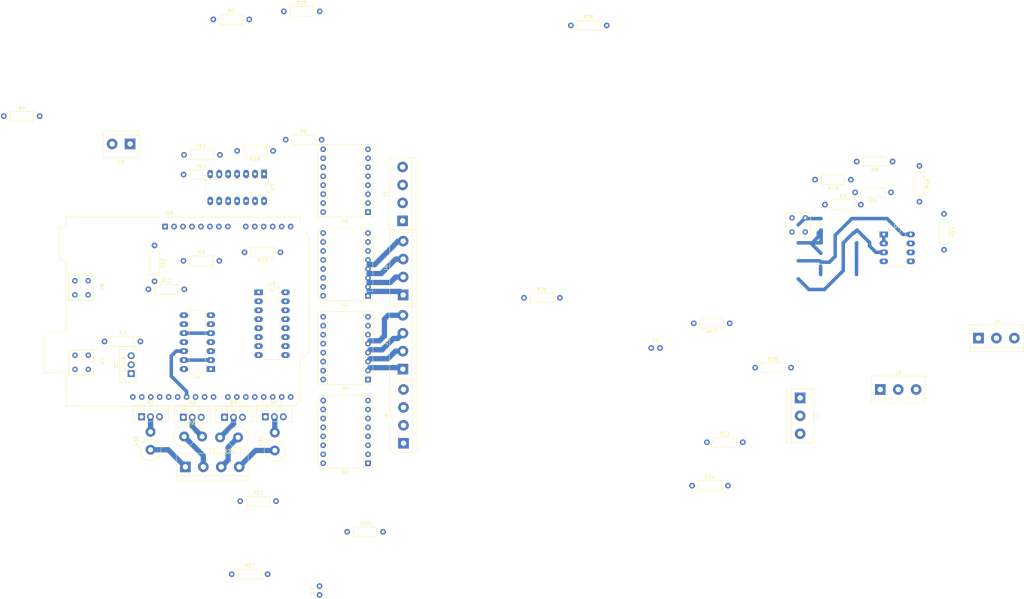
<source format=kicad_pcb>
(kicad_pcb (version 20171130) (host pcbnew "(5.0.0)")

  (general
    (thickness 1.6)
    (drawings 4)
    (tracks 90)
    (zones 0)
    (modules 59)
    (nets 106)
  )

  (page A4)
  (layers
    (0 F.Cu power)
    (31 B.Cu power)
    (32 B.Adhes user)
    (33 F.Adhes user)
    (34 B.Paste user)
    (35 F.Paste user)
    (36 B.SilkS user)
    (37 F.SilkS user)
    (38 B.Mask user)
    (39 F.Mask user)
    (40 Dwgs.User user)
    (41 Cmts.User user)
    (42 Eco1.User user)
    (43 Eco2.User user)
    (44 Edge.Cuts user)
    (45 Margin user)
    (46 B.CrtYd user)
    (47 F.CrtYd user)
    (48 B.Fab user)
    (49 F.Fab user)
  )

  (setup
    (last_trace_width 0.5)
    (user_trace_width 0.7)
    (user_trace_width 0.8)
    (user_trace_width 1)
    (user_trace_width 1.2)
    (user_trace_width 1.5)
    (user_trace_width 2)
    (user_trace_width 2.5)
    (user_trace_width 3)
    (trace_clearance 0.5)
    (zone_clearance 0.508)
    (zone_45_only no)
    (trace_min 0.5)
    (segment_width 0.3)
    (edge_width 0.15)
    (via_size 2)
    (via_drill 1)
    (via_min_size 1)
    (via_min_drill 1)
    (user_via 1.7 1)
    (uvia_size 2)
    (uvia_drill 1)
    (uvias_allowed no)
    (uvia_min_size 0.2)
    (uvia_min_drill 0.1)
    (pcb_text_width 0.3)
    (pcb_text_size 1.5 1.5)
    (mod_edge_width 0.15)
    (mod_text_size 1 1)
    (mod_text_width 0.15)
    (pad_size 1.524 1.524)
    (pad_drill 0.762)
    (pad_to_mask_clearance 0.2)
    (aux_axis_origin 0 0)
    (visible_elements 7FFFFFFF)
    (pcbplotparams
      (layerselection 0x010fc_ffffffff)
      (usegerberextensions false)
      (usegerberattributes false)
      (usegerberadvancedattributes false)
      (creategerberjobfile false)
      (excludeedgelayer true)
      (linewidth 0.100000)
      (plotframeref false)
      (viasonmask false)
      (mode 1)
      (useauxorigin false)
      (hpglpennumber 1)
      (hpglpenspeed 20)
      (hpglpendiameter 15.000000)
      (psnegative false)
      (psa4output false)
      (plotreference true)
      (plotvalue true)
      (plotinvisibletext false)
      (padsonsilk false)
      (subtractmaskfromsilk false)
      (outputformat 1)
      (mirror false)
      (drillshape 1)
      (scaleselection 1)
      (outputdirectory ""))
  )

  (net 0 "")
  (net 1 GND)
  (net 2 /ENA1)
  (net 3 +5V)
  (net 4 "Net-(A1-Pad10)")
  (net 5 /M1_1A)
  (net 6 "Net-(A1-Pad11)")
  (net 7 /M1_1B)
  (net 8 "Net-(A1-Pad12)")
  (net 9 /M1_2A)
  (net 10 "Net-(A1-Pad13)")
  (net 11 /M1_2B)
  (net 12 /M1_STEP)
  (net 13 +12V)
  (net 14 /M1_DIR)
  (net 15 /ENA3)
  (net 16 "Net-(A2-Pad10)")
  (net 17 /M3_1A)
  (net 18 "Net-(A2-Pad11)")
  (net 19 /M3_1B)
  (net 20 "Net-(A2-Pad12)")
  (net 21 /M3_2A)
  (net 22 "Net-(A2-Pad13)")
  (net 23 /M3_2B)
  (net 24 /M3_STEP)
  (net 25 /M3_DIR)
  (net 26 "Net-(A3-Pad32)")
  (net 27 "Net-(A3-Pad31)")
  (net 28 "Net-(A3-Pad1)")
  (net 29 "Net-(A3-Pad2)")
  (net 30 "Net-(A3-Pad3)")
  (net 31 /M2_STEP)
  (net 32 "Net-(A3-Pad4)")
  (net 33 /M2_DIR)
  (net 34 "Net-(A3-Pad5)")
  (net 35 "Net-(A3-Pad23)")
  (net 36 "Net-(A3-Pad8)")
  (net 37 "Net-(A3-Pad24)")
  (net 38 "Net-(A3-Pad25)")
  (net 39 /ENA2)
  (net 40 "Net-(A3-Pad26)")
  (net 41 /M0_STEP)
  (net 42 /ENA0-GATES)
  (net 43 /M0_DIR)
  (net 44 /ENA0-POLOLU)
  (net 45 "Net-(A3-Pad14)")
  (net 46 "Net-(A3-Pad30)")
  (net 47 /RX)
  (net 48 /TX)
  (net 49 "Net-(A4-Pad13)")
  (net 50 /M2_2B)
  (net 51 /M2_2A)
  (net 52 "Net-(A4-Pad12)")
  (net 53 /M2_1B)
  (net 54 "Net-(A4-Pad11)")
  (net 55 /M2_1A)
  (net 56 "Net-(A4-Pad10)")
  (net 57 "Net-(A5-Pad13)")
  (net 58 /M0_2B)
  (net 59 /M0_2A)
  (net 60 "Net-(A5-Pad12)")
  (net 61 /M0_1B)
  (net 62 "Net-(A5-Pad11)")
  (net 63 /M0_1A)
  (net 64 "Net-(A5-Pad10)")
  (net 65 "Net-(J1-Pad2)")
  (net 66 "Net-(J2-Pad4)")
  (net 67 "Net-(J2-Pad1)")
  (net 68 "Net-(J2-Pad3)")
  (net 69 "Net-(J2-Pad2)")
  (net 70 "Net-(Q1-Pad1)")
  (net 71 "Net-(Q1-Pad2)")
  (net 72 "Net-(Q2-Pad1)")
  (net 73 "Net-(Q2-Pad2)")
  (net 74 "Net-(Q3-Pad2)")
  (net 75 "Net-(Q3-Pad1)")
  (net 76 "Net-(Q4-Pad2)")
  (net 77 "Net-(Q4-Pad1)")
  (net 78 "Net-(R2-Pad1)")
  (net 79 "Net-(R3-Pad1)")
  (net 80 "Net-(R4-Pad1)")
  (net 81 "Net-(R5-Pad1)")
  (net 82 "Net-(R6-Pad1)")
  (net 83 "Net-(R7-Pad1)")
  (net 84 "Net-(R21-Pad2)")
  (net 85 "Net-(R8-Pad2)")
  (net 86 "Net-(R9-Pad2)")
  (net 87 "Net-(R22-Pad2)")
  (net 88 "Net-(R10-Pad1)")
  (net 89 "Net-(R10-Pad2)")
  (net 90 "Net-(R15-Pad1)")
  (net 91 "Net-(R17-Pad1)")
  (net 92 "Net-(R19-Pad1)")
  (net 93 "Net-(U4-Pad6)")
  (net 94 "Net-(U4-Pad11)")
  (net 95 "Net-(U4-Pad3)")
  (net 96 "Net-(U4-Pad8)")
  (net 97 "Net-(U5-Pad9)")
  (net 98 "Net-(U5-Pad10)")
  (net 99 "Net-(U5-Pad11)")
  (net 100 "Net-(U5-Pad12)")
  (net 101 "Net-(U5-Pad5)")
  (net 102 "Net-(U5-Pad6)")
  (net 103 "Net-(U5-Pad7)")
  (net 104 "Net-(J8-Pad2)")
  (net 105 "Net-(J9-Pad2)")

  (net_class Default "This is the default net class."
    (clearance 0.5)
    (trace_width 0.5)
    (via_dia 2)
    (via_drill 1)
    (uvia_dia 2)
    (uvia_drill 1)
    (diff_pair_gap 0.25)
    (diff_pair_width 0.5)
    (add_net +12V)
    (add_net +5V)
    (add_net /ENA0-GATES)
    (add_net /ENA0-POLOLU)
    (add_net /ENA1)
    (add_net /ENA2)
    (add_net /ENA3)
    (add_net /M0_1A)
    (add_net /M0_1B)
    (add_net /M0_2A)
    (add_net /M0_2B)
    (add_net /M0_DIR)
    (add_net /M0_STEP)
    (add_net /M1_1A)
    (add_net /M1_1B)
    (add_net /M1_2A)
    (add_net /M1_2B)
    (add_net /M1_DIR)
    (add_net /M1_STEP)
    (add_net /M2_1A)
    (add_net /M2_1B)
    (add_net /M2_2A)
    (add_net /M2_2B)
    (add_net /M2_DIR)
    (add_net /M2_STEP)
    (add_net /M3_1A)
    (add_net /M3_1B)
    (add_net /M3_2A)
    (add_net /M3_2B)
    (add_net /M3_DIR)
    (add_net /M3_STEP)
    (add_net /RX)
    (add_net /TX)
    (add_net GND)
    (add_net "Net-(A1-Pad10)")
    (add_net "Net-(A1-Pad11)")
    (add_net "Net-(A1-Pad12)")
    (add_net "Net-(A1-Pad13)")
    (add_net "Net-(A2-Pad10)")
    (add_net "Net-(A2-Pad11)")
    (add_net "Net-(A2-Pad12)")
    (add_net "Net-(A2-Pad13)")
    (add_net "Net-(A3-Pad1)")
    (add_net "Net-(A3-Pad14)")
    (add_net "Net-(A3-Pad2)")
    (add_net "Net-(A3-Pad23)")
    (add_net "Net-(A3-Pad24)")
    (add_net "Net-(A3-Pad25)")
    (add_net "Net-(A3-Pad26)")
    (add_net "Net-(A3-Pad3)")
    (add_net "Net-(A3-Pad30)")
    (add_net "Net-(A3-Pad31)")
    (add_net "Net-(A3-Pad32)")
    (add_net "Net-(A3-Pad4)")
    (add_net "Net-(A3-Pad5)")
    (add_net "Net-(A3-Pad8)")
    (add_net "Net-(A4-Pad10)")
    (add_net "Net-(A4-Pad11)")
    (add_net "Net-(A4-Pad12)")
    (add_net "Net-(A4-Pad13)")
    (add_net "Net-(A5-Pad10)")
    (add_net "Net-(A5-Pad11)")
    (add_net "Net-(A5-Pad12)")
    (add_net "Net-(A5-Pad13)")
    (add_net "Net-(J1-Pad2)")
    (add_net "Net-(J2-Pad1)")
    (add_net "Net-(J2-Pad2)")
    (add_net "Net-(J2-Pad3)")
    (add_net "Net-(J2-Pad4)")
    (add_net "Net-(J8-Pad2)")
    (add_net "Net-(J9-Pad2)")
    (add_net "Net-(Q1-Pad1)")
    (add_net "Net-(Q1-Pad2)")
    (add_net "Net-(Q2-Pad1)")
    (add_net "Net-(Q2-Pad2)")
    (add_net "Net-(Q3-Pad1)")
    (add_net "Net-(Q3-Pad2)")
    (add_net "Net-(Q4-Pad1)")
    (add_net "Net-(Q4-Pad2)")
    (add_net "Net-(R10-Pad1)")
    (add_net "Net-(R10-Pad2)")
    (add_net "Net-(R15-Pad1)")
    (add_net "Net-(R17-Pad1)")
    (add_net "Net-(R19-Pad1)")
    (add_net "Net-(R2-Pad1)")
    (add_net "Net-(R21-Pad2)")
    (add_net "Net-(R22-Pad2)")
    (add_net "Net-(R3-Pad1)")
    (add_net "Net-(R4-Pad1)")
    (add_net "Net-(R5-Pad1)")
    (add_net "Net-(R6-Pad1)")
    (add_net "Net-(R7-Pad1)")
    (add_net "Net-(R8-Pad2)")
    (add_net "Net-(R9-Pad2)")
    (add_net "Net-(U4-Pad11)")
    (add_net "Net-(U4-Pad3)")
    (add_net "Net-(U4-Pad6)")
    (add_net "Net-(U4-Pad8)")
    (add_net "Net-(U5-Pad10)")
    (add_net "Net-(U5-Pad11)")
    (add_net "Net-(U5-Pad12)")
    (add_net "Net-(U5-Pad5)")
    (add_net "Net-(U5-Pad6)")
    (add_net "Net-(U5-Pad7)")
    (add_net "Net-(U5-Pad9)")
  )

  (module Circuito:CNY70 (layer F.Cu) (tedit 5BBCC87E) (tstamp 5BBCED8A)
    (at 4.445 45.0088 270)
    (path /5BC352D5)
    (fp_text reference U8 (at -0.25 -6 270) (layer F.SilkS)
      (effects (font (size 1 1) (thickness 0.15)))
    )
    (fp_text value CNY70 (at 0 -4.25 270) (layer F.Fab)
      (effects (font (size 1 1) (thickness 0.15)))
    )
    (fp_line (start -3.5 3.5) (end -3.5 -3.5) (layer F.SilkS) (width 0.15))
    (fp_line (start -3.5 3.5) (end 3.5 3.5) (layer F.SilkS) (width 0.15))
    (fp_line (start 3.5 -3.5) (end 3.5 3.5) (layer F.SilkS) (width 0.15))
    (fp_line (start -3.5 -3.5) (end 3.5 -3.5) (layer F.SilkS) (width 0.15))
    (pad 4 thru_hole circle (at 2 1.75 270) (size 1.524 1.524) (drill 0.762) (layers *.Cu *.Mask)
      (net 83 "Net-(R7-Pad1)"))
    (pad 3 thru_hole circle (at 2 -2 270) (size 1.524 1.524) (drill 0.762) (layers *.Cu *.Mask)
      (net 3 +5V))
    (pad 2 thru_hole circle (at -2 1.75 270) (size 1.524 1.524) (drill 0.762) (layers *.Cu *.Mask)
      (net 1 GND))
    (pad 1 thru_hole circle (at -2 -2 270) (size 1.524 1.524) (drill 0.762) (layers *.Cu *.Mask)
      (net 80 "Net-(R4-Pad1)"))
  )

  (module Circuito:CNY70 (layer F.Cu) (tedit 5BBCC87E) (tstamp 5BBCED7F)
    (at 4.4958 66.1035 270)
    (path /5BC304F9)
    (fp_text reference U7 (at -0.25 -6 270) (layer F.SilkS)
      (effects (font (size 1 1) (thickness 0.15)))
    )
    (fp_text value CNY70 (at 0 -4.25 270) (layer F.Fab)
      (effects (font (size 1 1) (thickness 0.15)))
    )
    (fp_line (start -3.5 -3.5) (end 3.5 -3.5) (layer F.SilkS) (width 0.15))
    (fp_line (start 3.5 -3.5) (end 3.5 3.5) (layer F.SilkS) (width 0.15))
    (fp_line (start -3.5 3.5) (end 3.5 3.5) (layer F.SilkS) (width 0.15))
    (fp_line (start -3.5 3.5) (end -3.5 -3.5) (layer F.SilkS) (width 0.15))
    (pad 1 thru_hole circle (at -2 -2 270) (size 1.524 1.524) (drill 0.762) (layers *.Cu *.Mask)
      (net 79 "Net-(R3-Pad1)"))
    (pad 2 thru_hole circle (at -2 1.75 270) (size 1.524 1.524) (drill 0.762) (layers *.Cu *.Mask)
      (net 1 GND))
    (pad 3 thru_hole circle (at 2 -2 270) (size 1.524 1.524) (drill 0.762) (layers *.Cu *.Mask)
      (net 3 +5V))
    (pad 4 thru_hole circle (at 2 1.75 270) (size 1.524 1.524) (drill 0.762) (layers *.Cu *.Mask)
      (net 82 "Net-(R6-Pad1)"))
  )

  (module Circuito:CNY70 (layer F.Cu) (tedit 5BBCC87E) (tstamp 5BBCED74)
    (at 207.5307 27.2034 270)
    (path /5BBC8B79)
    (fp_text reference U6 (at -0.25 -6 270) (layer F.SilkS)
      (effects (font (size 1 1) (thickness 0.15)))
    )
    (fp_text value CNY70 (at 0 -4.25 270) (layer F.Fab)
      (effects (font (size 1 1) (thickness 0.15)))
    )
    (fp_line (start -3.5 3.5) (end -3.5 -3.5) (layer F.SilkS) (width 0.15))
    (fp_line (start -3.5 3.5) (end 3.5 3.5) (layer F.SilkS) (width 0.15))
    (fp_line (start 3.5 -3.5) (end 3.5 3.5) (layer F.SilkS) (width 0.15))
    (fp_line (start -3.5 -3.5) (end 3.5 -3.5) (layer F.SilkS) (width 0.15))
    (pad 4 thru_hole circle (at 2 1.75 270) (size 1.524 1.524) (drill 0.762) (layers *.Cu *.Mask)
      (net 81 "Net-(R5-Pad1)"))
    (pad 3 thru_hole circle (at 2 -2 270) (size 1.524 1.524) (drill 0.762) (layers *.Cu *.Mask)
      (net 3 +5V))
    (pad 2 thru_hole circle (at -2 1.75 270) (size 1.524 1.524) (drill 0.762) (layers *.Cu *.Mask)
      (net 1 GND))
    (pad 1 thru_hole circle (at -2 -2 270) (size 1.524 1.524) (drill 0.762) (layers *.Cu *.Mask)
      (net 78 "Net-(R2-Pad1)"))
  )

  (module Connectors_Terminal_Blocks:TerminalBlock_bornier-2_P5.08mm (layer F.Cu) (tedit 59FF03AB) (tstamp 5BBCED60)
    (at 18.3388 4.2672 180)
    (descr "simple 2-pin terminal block, pitch 5.08mm, revamped version of bornier2")
    (tags "terminal block bornier2")
    (path /5BF0BC96)
    (fp_text reference J3 (at 2.54 -5.08 180) (layer F.SilkS)
      (effects (font (size 1 1) (thickness 0.15)))
    )
    (fp_text value UART (at 2.54 5.08 180) (layer F.Fab)
      (effects (font (size 1 1) (thickness 0.15)))
    )
    (fp_line (start 7.79 4) (end -2.71 4) (layer F.CrtYd) (width 0.05))
    (fp_line (start 7.79 4) (end 7.79 -4) (layer F.CrtYd) (width 0.05))
    (fp_line (start -2.71 -4) (end -2.71 4) (layer F.CrtYd) (width 0.05))
    (fp_line (start -2.71 -4) (end 7.79 -4) (layer F.CrtYd) (width 0.05))
    (fp_line (start -2.54 3.81) (end 7.62 3.81) (layer F.SilkS) (width 0.12))
    (fp_line (start -2.54 -3.81) (end -2.54 3.81) (layer F.SilkS) (width 0.12))
    (fp_line (start 7.62 -3.81) (end -2.54 -3.81) (layer F.SilkS) (width 0.12))
    (fp_line (start 7.62 3.81) (end 7.62 -3.81) (layer F.SilkS) (width 0.12))
    (fp_line (start 7.62 2.54) (end -2.54 2.54) (layer F.SilkS) (width 0.12))
    (fp_line (start 7.54 -3.75) (end -2.46 -3.75) (layer F.Fab) (width 0.1))
    (fp_line (start 7.54 3.75) (end 7.54 -3.75) (layer F.Fab) (width 0.1))
    (fp_line (start -2.46 3.75) (end 7.54 3.75) (layer F.Fab) (width 0.1))
    (fp_line (start -2.46 -3.75) (end -2.46 3.75) (layer F.Fab) (width 0.1))
    (fp_line (start -2.41 2.55) (end 7.49 2.55) (layer F.Fab) (width 0.1))
    (fp_text user %R (at 2.54 0 180) (layer F.Fab)
      (effects (font (size 1 1) (thickness 0.15)))
    )
    (pad 2 thru_hole circle (at 5.08 0 180) (size 3 3) (drill 1.52) (layers *.Cu *.Mask)
      (net 48 /TX))
    (pad 1 thru_hole rect (at 0 0 180) (size 3 3) (drill 1.52) (layers *.Cu *.Mask)
      (net 47 /RX))
    (model ${KISYS3DMOD}/Terminal_Blocks.3dshapes/TerminalBlock_bornier-2_P5.08mm.wrl
      (offset (xyz 2.539999961853027 0 0))
      (scale (xyz 1 1 1))
      (rotate (xyz 0 0 0))
    )
  )

  (module Connectors_Terminal_Blocks:TerminalBlock_bornier-3_P5.08mm (layer F.Cu) (tedit 59FF03B9) (tstamp 5BBCED4B)
    (at 208.075 76.175 270)
    (descr "simple 3-pin terminal block, pitch 5.08mm, revamped version of bornier3")
    (tags "terminal block bornier3")
    (path /5BC45512)
    (fp_text reference J1 (at 5.05 -4.65 270) (layer F.SilkS)
      (effects (font (size 1 1) (thickness 0.15)))
    )
    (fp_text value SENSOR3 (at 5.08 5.08 270) (layer F.Fab)
      (effects (font (size 1 1) (thickness 0.15)))
    )
    (fp_line (start 12.88 4) (end -2.72 4) (layer F.CrtYd) (width 0.05))
    (fp_line (start 12.88 4) (end 12.88 -4) (layer F.CrtYd) (width 0.05))
    (fp_line (start -2.72 -4) (end -2.72 4) (layer F.CrtYd) (width 0.05))
    (fp_line (start -2.72 -4) (end 12.88 -4) (layer F.CrtYd) (width 0.05))
    (fp_line (start -2.54 3.81) (end 12.7 3.81) (layer F.SilkS) (width 0.12))
    (fp_line (start -2.54 -3.81) (end 12.7 -3.81) (layer F.SilkS) (width 0.12))
    (fp_line (start -2.54 2.54) (end 12.7 2.54) (layer F.SilkS) (width 0.12))
    (fp_line (start 12.7 3.81) (end 12.7 -3.81) (layer F.SilkS) (width 0.12))
    (fp_line (start -2.54 3.81) (end -2.54 -3.81) (layer F.SilkS) (width 0.12))
    (fp_line (start -2.47 3.75) (end -2.47 -3.75) (layer F.Fab) (width 0.1))
    (fp_line (start 12.63 3.75) (end -2.47 3.75) (layer F.Fab) (width 0.1))
    (fp_line (start 12.63 -3.75) (end 12.63 3.75) (layer F.Fab) (width 0.1))
    (fp_line (start -2.47 -3.75) (end 12.63 -3.75) (layer F.Fab) (width 0.1))
    (fp_line (start -2.47 2.55) (end 12.63 2.55) (layer F.Fab) (width 0.1))
    (fp_text user %R (at 5.08 0 270) (layer F.Fab)
      (effects (font (size 1 1) (thickness 0.15)))
    )
    (pad 3 thru_hole circle (at 10.16 0 270) (size 3 3) (drill 1.52) (layers *.Cu *.Mask)
      (net 1 GND))
    (pad 2 thru_hole circle (at 5.08 0 270) (size 3 3) (drill 1.52) (layers *.Cu *.Mask)
      (net 65 "Net-(J1-Pad2)"))
    (pad 1 thru_hole rect (at 0 0 270) (size 3 3) (drill 1.52) (layers *.Cu *.Mask)
      (net 3 +5V))
    (model ${KISYS3DMOD}/Terminal_Blocks.3dshapes/TerminalBlock_bornier-3_P5.08mm.wrl
      (offset (xyz 5.079999923706055 0 0))
      (scale (xyz 1 1 1))
      (rotate (xyz 0 0 0))
    )
  )

  (module Modules:Pololu_Breakout-16_15.2x20.3mm (layer F.Cu) (tedit 58AB602C) (tstamp 5BBCEB86)
    (at 85.7123 47.277866 180)
    (descr "Pololu Breakout 16-pin 15.2x20.3mm 0.6x0.8\\")
    (path /5BCE6D7F)
    (fp_text reference A1 (at 6.35 -2.54 180) (layer F.SilkS)
      (effects (font (size 1 1) (thickness 0.15)))
    )
    (fp_text value Pololu_Breakout_A4988 (at 6.35 20.17 180) (layer F.Fab)
      (effects (font (size 1 1) (thickness 0.15)))
    )
    (fp_text user %R (at 6.35 0 180) (layer F.Fab)
      (effects (font (size 1 1) (thickness 0.15)))
    )
    (fp_line (start 11.43 -1.4) (end 11.43 19.18) (layer F.SilkS) (width 0.12))
    (fp_line (start 1.27 1.27) (end 1.27 19.18) (layer F.SilkS) (width 0.12))
    (fp_line (start 0 -1.4) (end -1.4 -1.4) (layer F.SilkS) (width 0.12))
    (fp_line (start -1.4 -1.4) (end -1.4 0) (layer F.SilkS) (width 0.12))
    (fp_line (start 1.27 -1.4) (end 1.27 1.27) (layer F.SilkS) (width 0.12))
    (fp_line (start 1.27 1.27) (end -1.4 1.27) (layer F.SilkS) (width 0.12))
    (fp_line (start -1.4 1.27) (end -1.4 19.18) (layer F.SilkS) (width 0.12))
    (fp_line (start -1.4 19.18) (end 14.1 19.18) (layer F.SilkS) (width 0.12))
    (fp_line (start 14.1 19.18) (end 14.1 -1.4) (layer F.SilkS) (width 0.12))
    (fp_line (start 14.1 -1.4) (end 1.27 -1.4) (layer F.SilkS) (width 0.12))
    (fp_line (start -1.27 0) (end 0 -1.27) (layer F.Fab) (width 0.1))
    (fp_line (start 0 -1.27) (end 13.97 -1.27) (layer F.Fab) (width 0.1))
    (fp_line (start 13.97 -1.27) (end 13.97 19.05) (layer F.Fab) (width 0.1))
    (fp_line (start 13.97 19.05) (end -1.27 19.05) (layer F.Fab) (width 0.1))
    (fp_line (start -1.27 19.05) (end -1.27 0) (layer F.Fab) (width 0.1))
    (fp_line (start -1.53 -1.52) (end 14.21 -1.52) (layer F.CrtYd) (width 0.05))
    (fp_line (start -1.53 -1.52) (end -1.53 19.3) (layer F.CrtYd) (width 0.05))
    (fp_line (start 14.21 19.3) (end 14.21 -1.52) (layer F.CrtYd) (width 0.05))
    (fp_line (start 14.21 19.3) (end -1.53 19.3) (layer F.CrtYd) (width 0.05))
    (pad 1 thru_hole rect (at 0 0 180) (size 1.6 1.6) (drill 0.8) (layers *.Cu *.Mask)
      (net 1 GND))
    (pad 9 thru_hole oval (at 12.7 17.78 180) (size 1.6 1.6) (drill 0.8) (layers *.Cu *.Mask)
      (net 2 /ENA1))
    (pad 2 thru_hole oval (at 0 2.54 180) (size 1.6 1.6) (drill 0.8) (layers *.Cu *.Mask)
      (net 3 +5V))
    (pad 10 thru_hole oval (at 12.7 15.24 180) (size 1.6 1.6) (drill 0.8) (layers *.Cu *.Mask)
      (net 4 "Net-(A1-Pad10)"))
    (pad 3 thru_hole oval (at 0 5.08 180) (size 1.6 1.6) (drill 0.8) (layers *.Cu *.Mask)
      (net 5 /M1_1A))
    (pad 11 thru_hole oval (at 12.7 12.7 180) (size 1.6 1.6) (drill 0.8) (layers *.Cu *.Mask)
      (net 6 "Net-(A1-Pad11)"))
    (pad 4 thru_hole oval (at 0 7.62 180) (size 1.6 1.6) (drill 0.8) (layers *.Cu *.Mask)
      (net 7 /M1_1B))
    (pad 12 thru_hole oval (at 12.7 10.16 180) (size 1.6 1.6) (drill 0.8) (layers *.Cu *.Mask)
      (net 8 "Net-(A1-Pad12)"))
    (pad 5 thru_hole oval (at 0 10.16 180) (size 1.6 1.6) (drill 0.8) (layers *.Cu *.Mask)
      (net 9 /M1_2A))
    (pad 13 thru_hole oval (at 12.7 7.62 180) (size 1.6 1.6) (drill 0.8) (layers *.Cu *.Mask)
      (net 10 "Net-(A1-Pad13)"))
    (pad 6 thru_hole oval (at 0 12.7 180) (size 1.6 1.6) (drill 0.8) (layers *.Cu *.Mask)
      (net 11 /M1_2B))
    (pad 14 thru_hole oval (at 12.7 5.08 180) (size 1.6 1.6) (drill 0.8) (layers *.Cu *.Mask)
      (net 10 "Net-(A1-Pad13)"))
    (pad 7 thru_hole oval (at 0 15.24 180) (size 1.6 1.6) (drill 0.8) (layers *.Cu *.Mask)
      (net 1 GND))
    (pad 15 thru_hole oval (at 12.7 2.54 180) (size 1.6 1.6) (drill 0.8) (layers *.Cu *.Mask)
      (net 12 /M1_STEP))
    (pad 8 thru_hole oval (at 0 17.78 180) (size 1.6 1.6) (drill 0.8) (layers *.Cu *.Mask)
      (net 13 +12V))
    (pad 16 thru_hole oval (at 12.7 0 180) (size 1.6 1.6) (drill 0.8) (layers *.Cu *.Mask)
      (net 14 /M1_DIR))
  )

  (module Modules:Pololu_Breakout-16_15.2x20.3mm (layer F.Cu) (tedit 58AB602C) (tstamp 5BBCEB5F)
    (at 85.7123 94.6912 180)
    (descr "Pololu Breakout 16-pin 15.2x20.3mm 0.6x0.8\\")
    (path /5BCC6A2E)
    (fp_text reference A2 (at 6.35 -2.54 180) (layer F.SilkS)
      (effects (font (size 1 1) (thickness 0.15)))
    )
    (fp_text value Pololu_Breakout_A4988 (at 6.35 20.17 180) (layer F.Fab)
      (effects (font (size 1 1) (thickness 0.15)))
    )
    (fp_line (start 14.21 19.3) (end -1.53 19.3) (layer F.CrtYd) (width 0.05))
    (fp_line (start 14.21 19.3) (end 14.21 -1.52) (layer F.CrtYd) (width 0.05))
    (fp_line (start -1.53 -1.52) (end -1.53 19.3) (layer F.CrtYd) (width 0.05))
    (fp_line (start -1.53 -1.52) (end 14.21 -1.52) (layer F.CrtYd) (width 0.05))
    (fp_line (start -1.27 19.05) (end -1.27 0) (layer F.Fab) (width 0.1))
    (fp_line (start 13.97 19.05) (end -1.27 19.05) (layer F.Fab) (width 0.1))
    (fp_line (start 13.97 -1.27) (end 13.97 19.05) (layer F.Fab) (width 0.1))
    (fp_line (start 0 -1.27) (end 13.97 -1.27) (layer F.Fab) (width 0.1))
    (fp_line (start -1.27 0) (end 0 -1.27) (layer F.Fab) (width 0.1))
    (fp_line (start 14.1 -1.4) (end 1.27 -1.4) (layer F.SilkS) (width 0.12))
    (fp_line (start 14.1 19.18) (end 14.1 -1.4) (layer F.SilkS) (width 0.12))
    (fp_line (start -1.4 19.18) (end 14.1 19.18) (layer F.SilkS) (width 0.12))
    (fp_line (start -1.4 1.27) (end -1.4 19.18) (layer F.SilkS) (width 0.12))
    (fp_line (start 1.27 1.27) (end -1.4 1.27) (layer F.SilkS) (width 0.12))
    (fp_line (start 1.27 -1.4) (end 1.27 1.27) (layer F.SilkS) (width 0.12))
    (fp_line (start -1.4 -1.4) (end -1.4 0) (layer F.SilkS) (width 0.12))
    (fp_line (start 0 -1.4) (end -1.4 -1.4) (layer F.SilkS) (width 0.12))
    (fp_line (start 1.27 1.27) (end 1.27 19.18) (layer F.SilkS) (width 0.12))
    (fp_line (start 11.43 -1.4) (end 11.43 19.18) (layer F.SilkS) (width 0.12))
    (fp_text user %R (at 6.35 0 180) (layer F.Fab)
      (effects (font (size 1 1) (thickness 0.15)))
    )
    (pad 16 thru_hole oval (at 12.7 0 180) (size 1.6 1.6) (drill 0.8) (layers *.Cu *.Mask)
      (net 25 /M3_DIR))
    (pad 8 thru_hole oval (at 0 17.78 180) (size 1.6 1.6) (drill 0.8) (layers *.Cu *.Mask)
      (net 13 +12V))
    (pad 15 thru_hole oval (at 12.7 2.54 180) (size 1.6 1.6) (drill 0.8) (layers *.Cu *.Mask)
      (net 24 /M3_STEP))
    (pad 7 thru_hole oval (at 0 15.24 180) (size 1.6 1.6) (drill 0.8) (layers *.Cu *.Mask)
      (net 1 GND))
    (pad 14 thru_hole oval (at 12.7 5.08 180) (size 1.6 1.6) (drill 0.8) (layers *.Cu *.Mask)
      (net 22 "Net-(A2-Pad13)"))
    (pad 6 thru_hole oval (at 0 12.7 180) (size 1.6 1.6) (drill 0.8) (layers *.Cu *.Mask)
      (net 23 /M3_2B))
    (pad 13 thru_hole oval (at 12.7 7.62 180) (size 1.6 1.6) (drill 0.8) (layers *.Cu *.Mask)
      (net 22 "Net-(A2-Pad13)"))
    (pad 5 thru_hole oval (at 0 10.16 180) (size 1.6 1.6) (drill 0.8) (layers *.Cu *.Mask)
      (net 21 /M3_2A))
    (pad 12 thru_hole oval (at 12.7 10.16 180) (size 1.6 1.6) (drill 0.8) (layers *.Cu *.Mask)
      (net 20 "Net-(A2-Pad12)"))
    (pad 4 thru_hole oval (at 0 7.62 180) (size 1.6 1.6) (drill 0.8) (layers *.Cu *.Mask)
      (net 19 /M3_1B))
    (pad 11 thru_hole oval (at 12.7 12.7 180) (size 1.6 1.6) (drill 0.8) (layers *.Cu *.Mask)
      (net 18 "Net-(A2-Pad11)"))
    (pad 3 thru_hole oval (at 0 5.08 180) (size 1.6 1.6) (drill 0.8) (layers *.Cu *.Mask)
      (net 17 /M3_1A))
    (pad 10 thru_hole oval (at 12.7 15.24 180) (size 1.6 1.6) (drill 0.8) (layers *.Cu *.Mask)
      (net 16 "Net-(A2-Pad10)"))
    (pad 2 thru_hole oval (at 0 2.54 180) (size 1.6 1.6) (drill 0.8) (layers *.Cu *.Mask)
      (net 3 +5V))
    (pad 9 thru_hole oval (at 12.7 17.78 180) (size 1.6 1.6) (drill 0.8) (layers *.Cu *.Mask)
      (net 15 /ENA3))
    (pad 1 thru_hole rect (at 0 0 180) (size 1.6 1.6) (drill 0.8) (layers *.Cu *.Mask)
      (net 1 GND))
  )

  (module Connectors_Terminal_Blocks:TerminalBlock_bornier-3_P5.08mm (layer F.Cu) (tedit 59FF03B9) (tstamp 5BBCCAA7)
    (at 258.575 59.25)
    (descr "simple 3-pin terminal block, pitch 5.08mm, revamped version of bornier3")
    (tags "terminal block bornier3")
    (path /5BC1DE61)
    (fp_text reference J8 (at 5.05 -4.65) (layer F.SilkS)
      (effects (font (size 1 1) (thickness 0.15)))
    )
    (fp_text value SENSOR2 (at 5.08 5.08) (layer F.Fab)
      (effects (font (size 1 1) (thickness 0.15)))
    )
    (fp_text user %R (at 5.08 0) (layer F.Fab)
      (effects (font (size 1 1) (thickness 0.15)))
    )
    (fp_line (start -2.47 2.55) (end 12.63 2.55) (layer F.Fab) (width 0.1))
    (fp_line (start -2.47 -3.75) (end 12.63 -3.75) (layer F.Fab) (width 0.1))
    (fp_line (start 12.63 -3.75) (end 12.63 3.75) (layer F.Fab) (width 0.1))
    (fp_line (start 12.63 3.75) (end -2.47 3.75) (layer F.Fab) (width 0.1))
    (fp_line (start -2.47 3.75) (end -2.47 -3.75) (layer F.Fab) (width 0.1))
    (fp_line (start -2.54 3.81) (end -2.54 -3.81) (layer F.SilkS) (width 0.12))
    (fp_line (start 12.7 3.81) (end 12.7 -3.81) (layer F.SilkS) (width 0.12))
    (fp_line (start -2.54 2.54) (end 12.7 2.54) (layer F.SilkS) (width 0.12))
    (fp_line (start -2.54 -3.81) (end 12.7 -3.81) (layer F.SilkS) (width 0.12))
    (fp_line (start -2.54 3.81) (end 12.7 3.81) (layer F.SilkS) (width 0.12))
    (fp_line (start -2.72 -4) (end 12.88 -4) (layer F.CrtYd) (width 0.05))
    (fp_line (start -2.72 -4) (end -2.72 4) (layer F.CrtYd) (width 0.05))
    (fp_line (start 12.88 4) (end 12.88 -4) (layer F.CrtYd) (width 0.05))
    (fp_line (start 12.88 4) (end -2.72 4) (layer F.CrtYd) (width 0.05))
    (pad 1 thru_hole rect (at 0 0) (size 3 3) (drill 1.52) (layers *.Cu *.Mask)
      (net 3 +5V))
    (pad 2 thru_hole circle (at 5.08 0) (size 3 3) (drill 1.52) (layers *.Cu *.Mask)
      (net 104 "Net-(J8-Pad2)"))
    (pad 3 thru_hole circle (at 10.16 0) (size 3 3) (drill 1.52) (layers *.Cu *.Mask)
      (net 1 GND))
    (model ${KISYS3DMOD}/Terminal_Blocks.3dshapes/TerminalBlock_bornier-3_P5.08mm.wrl
      (offset (xyz 5.079999923706055 0 0))
      (scale (xyz 1 1 1))
      (rotate (xyz 0 0 0))
    )
  )

  (module Connectors_Terminal_Blocks:TerminalBlock_bornier-3_P5.08mm (layer F.Cu) (tedit 59FF03B9) (tstamp 5BBCCABD)
    (at 230.770001 73.800001)
    (descr "simple 3-pin terminal block, pitch 5.08mm, revamped version of bornier3")
    (tags "terminal block bornier3")
    (path /5BBE2366)
    (fp_text reference J9 (at 5.05 -4.65) (layer F.SilkS)
      (effects (font (size 1 1) (thickness 0.15)))
    )
    (fp_text value SENSOR1 (at 5.08 5.08) (layer F.Fab)
      (effects (font (size 1 1) (thickness 0.15)))
    )
    (fp_text user %R (at 5.08 0) (layer F.Fab)
      (effects (font (size 1 1) (thickness 0.15)))
    )
    (fp_line (start -2.47 2.55) (end 12.63 2.55) (layer F.Fab) (width 0.1))
    (fp_line (start -2.47 -3.75) (end 12.63 -3.75) (layer F.Fab) (width 0.1))
    (fp_line (start 12.63 -3.75) (end 12.63 3.75) (layer F.Fab) (width 0.1))
    (fp_line (start 12.63 3.75) (end -2.47 3.75) (layer F.Fab) (width 0.1))
    (fp_line (start -2.47 3.75) (end -2.47 -3.75) (layer F.Fab) (width 0.1))
    (fp_line (start -2.54 3.81) (end -2.54 -3.81) (layer F.SilkS) (width 0.12))
    (fp_line (start 12.7 3.81) (end 12.7 -3.81) (layer F.SilkS) (width 0.12))
    (fp_line (start -2.54 2.54) (end 12.7 2.54) (layer F.SilkS) (width 0.12))
    (fp_line (start -2.54 -3.81) (end 12.7 -3.81) (layer F.SilkS) (width 0.12))
    (fp_line (start -2.54 3.81) (end 12.7 3.81) (layer F.SilkS) (width 0.12))
    (fp_line (start -2.72 -4) (end 12.88 -4) (layer F.CrtYd) (width 0.05))
    (fp_line (start -2.72 -4) (end -2.72 4) (layer F.CrtYd) (width 0.05))
    (fp_line (start 12.88 4) (end 12.88 -4) (layer F.CrtYd) (width 0.05))
    (fp_line (start 12.88 4) (end -2.72 4) (layer F.CrtYd) (width 0.05))
    (pad 1 thru_hole rect (at 0 0) (size 3 3) (drill 1.52) (layers *.Cu *.Mask)
      (net 3 +5V))
    (pad 2 thru_hole circle (at 5.08 0) (size 3 3) (drill 1.52) (layers *.Cu *.Mask)
      (net 105 "Net-(J9-Pad2)"))
    (pad 3 thru_hole circle (at 10.16 0) (size 3 3) (drill 1.52) (layers *.Cu *.Mask)
      (net 1 GND))
    (model ${KISYS3DMOD}/Terminal_Blocks.3dshapes/TerminalBlock_bornier-3_P5.08mm.wrl
      (offset (xyz 5.079999923706055 0 0))
      (scale (xyz 1 1 1))
      (rotate (xyz 0 0 0))
    )
  )

  (module Resistor_THT:R_Axial_DIN0614_L14.3mm_D5.7mm_P5.08mm_Vertical (layer F.Cu) (tedit 5AE5139B) (tstamp 5BBC917A)
    (at 59.309 91.059 90)
    (descr "Resistor, Axial_DIN0614 series, Axial, Vertical, pin pitch=5.08mm, 1.5W, length*diameter=14.3*5.7mm^2")
    (tags "Resistor Axial_DIN0614 series Axial Vertical pin pitch 5.08mm 1.5W length 14.3mm diameter 5.7mm")
    (path /5BBBA698)
    (fp_text reference R31 (at 2.54 -3.97 90) (layer F.SilkS)
      (effects (font (size 1 1) (thickness 0.15)))
    )
    (fp_text value 3.9 (at 2.54 3.97 90) (layer F.Fab)
      (effects (font (size 1 1) (thickness 0.15)))
    )
    (fp_text user %R (at 2.54 -3.97 90) (layer F.Fab)
      (effects (font (size 1 1) (thickness 0.15)))
    )
    (fp_line (start 6.73 -3.1) (end -3.1 -3.1) (layer F.CrtYd) (width 0.05))
    (fp_line (start 6.73 3.1) (end 6.73 -3.1) (layer F.CrtYd) (width 0.05))
    (fp_line (start -3.1 3.1) (end 6.73 3.1) (layer F.CrtYd) (width 0.05))
    (fp_line (start -3.1 -3.1) (end -3.1 3.1) (layer F.CrtYd) (width 0.05))
    (fp_line (start 2.97 0) (end 3.38 0) (layer F.SilkS) (width 0.12))
    (fp_line (start 0 0) (end 5.08 0) (layer F.Fab) (width 0.1))
    (fp_circle (center 0 0) (end 2.97 0) (layer F.SilkS) (width 0.12))
    (fp_circle (center 0 0) (end 2.85 0) (layer F.Fab) (width 0.1))
    (pad 2 thru_hole oval (at 5.08 0 90) (size 2.8 2.8) (drill 1.4) (layers *.Cu *.Mask)
      (net 76 "Net-(Q4-Pad2)"))
    (pad 1 thru_hole circle (at 0 0 90) (size 2.8 2.8) (drill 1.4) (layers *.Cu *.Mask)
      (net 66 "Net-(J2-Pad4)"))
    (model ${KISYS3DMOD}/Resistor_THT.3dshapes/R_Axial_DIN0614_L14.3mm_D5.7mm_P5.08mm_Vertical.wrl
      (at (xyz 0 0 0))
      (scale (xyz 1 1 1))
      (rotate (xyz 0 0 0))
    )
  )

  (module Resistor_THT:R_Axial_DIN0614_L14.3mm_D5.7mm_P5.08mm_Vertical (layer F.Cu) (tedit 5AE5139B) (tstamp 5BBC9950)
    (at 33.655 87.122)
    (descr "Resistor, Axial_DIN0614 series, Axial, Vertical, pin pitch=5.08mm, 1.5W, length*diameter=14.3*5.7mm^2")
    (tags "Resistor Axial_DIN0614 series Axial Vertical pin pitch 5.08mm 1.5W length 14.3mm diameter 5.7mm")
    (path /5BBBA8BE)
    (fp_text reference R28 (at 2.54 -3.97) (layer F.SilkS)
      (effects (font (size 1 1) (thickness 0.15)))
    )
    (fp_text value 3.9 (at 2.54 3.97) (layer F.Fab)
      (effects (font (size 1 1) (thickness 0.15)))
    )
    (fp_text user %R (at 2.54 -3.97) (layer F.Fab)
      (effects (font (size 1 1) (thickness 0.15)))
    )
    (fp_line (start 6.73 -3.1) (end -3.1 -3.1) (layer F.CrtYd) (width 0.05))
    (fp_line (start 6.73 3.1) (end 6.73 -3.1) (layer F.CrtYd) (width 0.05))
    (fp_line (start -3.1 3.1) (end 6.73 3.1) (layer F.CrtYd) (width 0.05))
    (fp_line (start -3.1 -3.1) (end -3.1 3.1) (layer F.CrtYd) (width 0.05))
    (fp_line (start 2.97 0) (end 3.38 0) (layer F.SilkS) (width 0.12))
    (fp_line (start 0 0) (end 5.08 0) (layer F.Fab) (width 0.1))
    (fp_circle (center 0 0) (end 2.97 0) (layer F.SilkS) (width 0.12))
    (fp_circle (center 0 0) (end 2.85 0) (layer F.Fab) (width 0.1))
    (pad 2 thru_hole oval (at 5.08 0) (size 2.8 2.8) (drill 1.4) (layers *.Cu *.Mask)
      (net 74 "Net-(Q3-Pad2)"))
    (pad 1 thru_hole circle (at 0 0) (size 2.8 2.8) (drill 1.4) (layers *.Cu *.Mask)
      (net 69 "Net-(J2-Pad2)"))
    (model ${KISYS3DMOD}/Resistor_THT.3dshapes/R_Axial_DIN0614_L14.3mm_D5.7mm_P5.08mm_Vertical.wrl
      (at (xyz 0 0 0))
      (scale (xyz 1 1 1))
      (rotate (xyz 0 0 0))
    )
  )

  (module Resistor_THT:R_Axial_DIN0614_L14.3mm_D5.7mm_P5.08mm_Vertical (layer F.Cu) (tedit 5AE5139B) (tstamp 5BBC98ED)
    (at 48.895 87.376 180)
    (descr "Resistor, Axial_DIN0614 series, Axial, Vertical, pin pitch=5.08mm, 1.5W, length*diameter=14.3*5.7mm^2")
    (tags "Resistor Axial_DIN0614 series Axial Vertical pin pitch 5.08mm 1.5W length 14.3mm diameter 5.7mm")
    (path /5BBBA86C)
    (fp_text reference R29 (at 2.54 -3.97 180) (layer F.SilkS)
      (effects (font (size 1 1) (thickness 0.15)))
    )
    (fp_text value 3.9 (at 2.54 3.97 180) (layer F.Fab)
      (effects (font (size 1 1) (thickness 0.15)))
    )
    (fp_text user %R (at 2.54 -3.97 180) (layer F.Fab)
      (effects (font (size 1 1) (thickness 0.15)))
    )
    (fp_line (start 6.73 -3.1) (end -3.1 -3.1) (layer F.CrtYd) (width 0.05))
    (fp_line (start 6.73 3.1) (end 6.73 -3.1) (layer F.CrtYd) (width 0.05))
    (fp_line (start -3.1 3.1) (end 6.73 3.1) (layer F.CrtYd) (width 0.05))
    (fp_line (start -3.1 -3.1) (end -3.1 3.1) (layer F.CrtYd) (width 0.05))
    (fp_line (start 2.97 0) (end 3.38 0) (layer F.SilkS) (width 0.12))
    (fp_line (start 0 0) (end 5.08 0) (layer F.Fab) (width 0.1))
    (fp_circle (center 0 0) (end 2.97 0) (layer F.SilkS) (width 0.12))
    (fp_circle (center 0 0) (end 2.85 0) (layer F.Fab) (width 0.1))
    (pad 2 thru_hole oval (at 5.08 0 180) (size 2.8 2.8) (drill 1.4) (layers *.Cu *.Mask)
      (net 73 "Net-(Q2-Pad2)"))
    (pad 1 thru_hole circle (at 0 0 180) (size 2.8 2.8) (drill 1.4) (layers *.Cu *.Mask)
      (net 68 "Net-(J2-Pad3)"))
    (model ${KISYS3DMOD}/Resistor_THT.3dshapes/R_Axial_DIN0614_L14.3mm_D5.7mm_P5.08mm_Vertical.wrl
      (at (xyz 0 0 0))
      (scale (xyz 1 1 1))
      (rotate (xyz 0 0 0))
    )
  )

  (module Resistor_THT:R_Axial_DIN0614_L14.3mm_D5.7mm_P5.08mm_Vertical (layer F.Cu) (tedit 5AE5139B) (tstamp 5BBC8B02)
    (at 24.13 90.8685 90)
    (descr "Resistor, Axial_DIN0614 series, Axial, Vertical, pin pitch=5.08mm, 1.5W, length*diameter=14.3*5.7mm^2")
    (tags "Resistor Axial_DIN0614 series Axial Vertical pin pitch 5.08mm 1.5W length 14.3mm diameter 5.7mm")
    (path /5BBBA910)
    (fp_text reference R30 (at 2.54 -3.97 90) (layer F.SilkS)
      (effects (font (size 1 1) (thickness 0.15)))
    )
    (fp_text value 3.9 (at 2.54 3.97 90) (layer F.Fab)
      (effects (font (size 1 1) (thickness 0.15)))
    )
    (fp_text user %R (at 2.54 -3.97 90) (layer F.Fab)
      (effects (font (size 1 1) (thickness 0.15)))
    )
    (fp_line (start 6.73 -3.1) (end -3.1 -3.1) (layer F.CrtYd) (width 0.05))
    (fp_line (start 6.73 3.1) (end 6.73 -3.1) (layer F.CrtYd) (width 0.05))
    (fp_line (start -3.1 3.1) (end 6.73 3.1) (layer F.CrtYd) (width 0.05))
    (fp_line (start -3.1 -3.1) (end -3.1 3.1) (layer F.CrtYd) (width 0.05))
    (fp_line (start 2.97 0) (end 3.38 0) (layer F.SilkS) (width 0.12))
    (fp_line (start 0 0) (end 5.08 0) (layer F.Fab) (width 0.1))
    (fp_circle (center 0 0) (end 2.97 0) (layer F.SilkS) (width 0.12))
    (fp_circle (center 0 0) (end 2.85 0) (layer F.Fab) (width 0.1))
    (pad 2 thru_hole oval (at 5.08 0 90) (size 2.8 2.8) (drill 1.4) (layers *.Cu *.Mask)
      (net 71 "Net-(Q1-Pad2)"))
    (pad 1 thru_hole circle (at 0 0 90) (size 2.8 2.8) (drill 1.4) (layers *.Cu *.Mask)
      (net 67 "Net-(J2-Pad1)"))
    (model ${KISYS3DMOD}/Resistor_THT.3dshapes/R_Axial_DIN0614_L14.3mm_D5.7mm_P5.08mm_Vertical.wrl
      (at (xyz 0 0 0))
      (scale (xyz 1 1 1))
      (rotate (xyz 0 0 0))
    )
  )

  (module Resistor_THT:R_Axial_DIN0207_L6.3mm_D2.5mm_P10.16mm_Horizontal (layer F.Cu) (tedit 5AE5139B) (tstamp 5BBCA126)
    (at 47.117 126.111)
    (descr "Resistor, Axial_DIN0207 series, Axial, Horizontal, pin pitch=10.16mm, 0.25W = 1/4W, length*diameter=6.3*2.5mm^2, http://cdn-reichelt.de/documents/datenblatt/B400/1_4W%23YAG.pdf")
    (tags "Resistor Axial_DIN0207 series Axial Horizontal pin pitch 10.16mm 0.25W = 1/4W length 6.3mm diameter 2.5mm")
    (path /5BBAA572)
    (fp_text reference R27 (at 5.08 -2.37) (layer F.SilkS)
      (effects (font (size 1 1) (thickness 0.15)))
    )
    (fp_text value 4k7 (at 5.08 2.37) (layer F.Fab)
      (effects (font (size 1 1) (thickness 0.15)))
    )
    (fp_text user %R (at 5.08 0) (layer F.Fab)
      (effects (font (size 1 1) (thickness 0.15)))
    )
    (fp_line (start 11.21 -1.5) (end -1.05 -1.5) (layer F.CrtYd) (width 0.05))
    (fp_line (start 11.21 1.5) (end 11.21 -1.5) (layer F.CrtYd) (width 0.05))
    (fp_line (start -1.05 1.5) (end 11.21 1.5) (layer F.CrtYd) (width 0.05))
    (fp_line (start -1.05 -1.5) (end -1.05 1.5) (layer F.CrtYd) (width 0.05))
    (fp_line (start 9.12 0) (end 8.35 0) (layer F.SilkS) (width 0.12))
    (fp_line (start 1.04 0) (end 1.81 0) (layer F.SilkS) (width 0.12))
    (fp_line (start 8.35 -1.37) (end 1.81 -1.37) (layer F.SilkS) (width 0.12))
    (fp_line (start 8.35 1.37) (end 8.35 -1.37) (layer F.SilkS) (width 0.12))
    (fp_line (start 1.81 1.37) (end 8.35 1.37) (layer F.SilkS) (width 0.12))
    (fp_line (start 1.81 -1.37) (end 1.81 1.37) (layer F.SilkS) (width 0.12))
    (fp_line (start 10.16 0) (end 8.23 0) (layer F.Fab) (width 0.1))
    (fp_line (start 0 0) (end 1.93 0) (layer F.Fab) (width 0.1))
    (fp_line (start 8.23 -1.25) (end 1.93 -1.25) (layer F.Fab) (width 0.1))
    (fp_line (start 8.23 1.25) (end 8.23 -1.25) (layer F.Fab) (width 0.1))
    (fp_line (start 1.93 1.25) (end 8.23 1.25) (layer F.Fab) (width 0.1))
    (fp_line (start 1.93 -1.25) (end 1.93 1.25) (layer F.Fab) (width 0.1))
    (pad 2 thru_hole oval (at 10.16 0) (size 1.6 1.6) (drill 0.8) (layers *.Cu *.Mask)
      (net 1 GND))
    (pad 1 thru_hole circle (at 0 0) (size 1.6 1.6) (drill 0.8) (layers *.Cu *.Mask)
      (net 77 "Net-(Q4-Pad1)"))
    (model ${KISYS3DMOD}/Resistor_THT.3dshapes/R_Axial_DIN0207_L6.3mm_D2.5mm_P10.16mm_Horizontal.wrl
      (at (xyz 0 0 0))
      (scale (xyz 1 1 1))
      (rotate (xyz 0 0 0))
    )
  )

  (module Package_DIP:DIP-8_W7.62mm_LongPads (layer F.Cu) (tedit 5A02E8C5) (tstamp 5BBC0DA9)
    (at 231.7623 29.8831)
    (descr "8-lead though-hole mounted DIP package, row spacing 7.62 mm (300 mils), LongPads")
    (tags "THT DIP DIL PDIP 2.54mm 7.62mm 300mil LongPads")
    (path /5BBF0375)
    (fp_text reference U1 (at 3.81 -2.33) (layer F.SilkS)
      (effects (font (size 1 1) (thickness 0.15)))
    )
    (fp_text value LM358 (at 3.81 9.95) (layer F.Fab)
      (effects (font (size 1 1) (thickness 0.15)))
    )
    (fp_arc (start 3.81 -1.33) (end 2.81 -1.33) (angle -180) (layer F.SilkS) (width 0.12))
    (fp_line (start 1.635 -1.27) (end 6.985 -1.27) (layer F.Fab) (width 0.1))
    (fp_line (start 6.985 -1.27) (end 6.985 8.89) (layer F.Fab) (width 0.1))
    (fp_line (start 6.985 8.89) (end 0.635 8.89) (layer F.Fab) (width 0.1))
    (fp_line (start 0.635 8.89) (end 0.635 -0.27) (layer F.Fab) (width 0.1))
    (fp_line (start 0.635 -0.27) (end 1.635 -1.27) (layer F.Fab) (width 0.1))
    (fp_line (start 2.81 -1.33) (end 1.56 -1.33) (layer F.SilkS) (width 0.12))
    (fp_line (start 1.56 -1.33) (end 1.56 8.95) (layer F.SilkS) (width 0.12))
    (fp_line (start 1.56 8.95) (end 6.06 8.95) (layer F.SilkS) (width 0.12))
    (fp_line (start 6.06 8.95) (end 6.06 -1.33) (layer F.SilkS) (width 0.12))
    (fp_line (start 6.06 -1.33) (end 4.81 -1.33) (layer F.SilkS) (width 0.12))
    (fp_line (start -1.45 -1.55) (end -1.45 9.15) (layer F.CrtYd) (width 0.05))
    (fp_line (start -1.45 9.15) (end 9.1 9.15) (layer F.CrtYd) (width 0.05))
    (fp_line (start 9.1 9.15) (end 9.1 -1.55) (layer F.CrtYd) (width 0.05))
    (fp_line (start 9.1 -1.55) (end -1.45 -1.55) (layer F.CrtYd) (width 0.05))
    (fp_text user %R (at 3.81 3.81) (layer F.Fab)
      (effects (font (size 1 1) (thickness 0.15)))
    )
    (pad 1 thru_hole rect (at 0 0) (size 2.4 1.6) (drill 0.8) (layers *.Cu *.Mask)
      (net 85 "Net-(R8-Pad2)"))
    (pad 5 thru_hole oval (at 7.62 7.62) (size 2.4 1.6) (drill 0.8) (layers *.Cu *.Mask)
      (net 84 "Net-(R21-Pad2)"))
    (pad 2 thru_hole oval (at 0 2.54) (size 2.4 1.6) (drill 0.8) (layers *.Cu *.Mask)
      (net 85 "Net-(R8-Pad2)"))
    (pad 6 thru_hole oval (at 7.62 5.08) (size 2.4 1.6) (drill 0.8) (layers *.Cu *.Mask)
      (net 90 "Net-(R15-Pad1)"))
    (pad 3 thru_hole oval (at 0 5.08) (size 2.4 1.6) (drill 0.8) (layers *.Cu *.Mask)
      (net 81 "Net-(R5-Pad1)"))
    (pad 7 thru_hole oval (at 7.62 2.54) (size 2.4 1.6) (drill 0.8) (layers *.Cu *.Mask)
      (net 105 "Net-(J9-Pad2)"))
    (pad 4 thru_hole oval (at 0 7.62) (size 2.4 1.6) (drill 0.8) (layers *.Cu *.Mask)
      (net 1 GND))
    (pad 8 thru_hole oval (at 7.62 0) (size 2.4 1.6) (drill 0.8) (layers *.Cu *.Mask)
      (net 3 +5V))
    (model ${KISYS3DMOD}/Package_DIP.3dshapes/DIP-8_W7.62mm.wrl
      (at (xyz 0 0 0))
      (scale (xyz 1 1 1))
      (rotate (xyz 0 0 0))
    )
  )

  (module Module:Arduino_UNO_R3 locked (layer F.Cu) (tedit 58AB60FC) (tstamp 5BBC12BC)
    (at 28.2448 27.6606)
    (descr "Arduino UNO R3, http://www.mouser.com/pdfdocs/Gravitech_Arduino_Nano3_0.pdf")
    (tags "Arduino UNO R3")
    (path /5BCA58C6)
    (fp_text reference A3 (at 1.27 -3.81 180) (layer F.SilkS)
      (effects (font (size 1 1) (thickness 0.15)))
    )
    (fp_text value Arduino_UNO_R3 (at 0 22.86) (layer F.Fab)
      (effects (font (size 1 1) (thickness 0.15)))
    )
    (fp_text user %R (at 0 20.32 180) (layer F.Fab)
      (effects (font (size 1 1) (thickness 0.15)))
    )
    (fp_line (start 38.35 -2.79) (end 38.35 0) (layer F.CrtYd) (width 0.05))
    (fp_line (start 38.35 0) (end 40.89 2.54) (layer F.CrtYd) (width 0.05))
    (fp_line (start 40.89 2.54) (end 40.89 35.31) (layer F.CrtYd) (width 0.05))
    (fp_line (start 40.89 35.31) (end 38.35 37.85) (layer F.CrtYd) (width 0.05))
    (fp_line (start 38.35 37.85) (end 38.35 49.28) (layer F.CrtYd) (width 0.05))
    (fp_line (start 38.35 49.28) (end 36.58 51.05) (layer F.CrtYd) (width 0.05))
    (fp_line (start 36.58 51.05) (end -28.19 51.05) (layer F.CrtYd) (width 0.05))
    (fp_line (start -28.19 51.05) (end -28.19 41.53) (layer F.CrtYd) (width 0.05))
    (fp_line (start -28.19 41.53) (end -34.54 41.53) (layer F.CrtYd) (width 0.05))
    (fp_line (start -34.54 41.53) (end -34.54 29.59) (layer F.CrtYd) (width 0.05))
    (fp_line (start -34.54 29.59) (end -28.19 29.59) (layer F.CrtYd) (width 0.05))
    (fp_line (start -28.19 29.59) (end -28.19 9.78) (layer F.CrtYd) (width 0.05))
    (fp_line (start -28.19 9.78) (end -30.1 9.78) (layer F.CrtYd) (width 0.05))
    (fp_line (start -30.1 9.78) (end -30.1 0.38) (layer F.CrtYd) (width 0.05))
    (fp_line (start -30.1 0.38) (end -28.19 0.38) (layer F.CrtYd) (width 0.05))
    (fp_line (start -28.19 0.38) (end -28.19 -2.79) (layer F.CrtYd) (width 0.05))
    (fp_line (start -28.19 -2.79) (end 38.35 -2.79) (layer F.CrtYd) (width 0.05))
    (fp_line (start 40.77 35.31) (end 40.77 2.54) (layer F.SilkS) (width 0.12))
    (fp_line (start 40.77 2.54) (end 38.23 0) (layer F.SilkS) (width 0.12))
    (fp_line (start 38.23 0) (end 38.23 -2.67) (layer F.SilkS) (width 0.12))
    (fp_line (start 38.23 -2.67) (end -28.07 -2.67) (layer F.SilkS) (width 0.12))
    (fp_line (start -28.07 -2.67) (end -28.07 0.51) (layer F.SilkS) (width 0.12))
    (fp_line (start -28.07 0.51) (end -29.97 0.51) (layer F.SilkS) (width 0.12))
    (fp_line (start -29.97 0.51) (end -29.97 9.65) (layer F.SilkS) (width 0.12))
    (fp_line (start -29.97 9.65) (end -28.07 9.65) (layer F.SilkS) (width 0.12))
    (fp_line (start -28.07 9.65) (end -28.07 29.72) (layer F.SilkS) (width 0.12))
    (fp_line (start -28.07 29.72) (end -34.42 29.72) (layer F.SilkS) (width 0.12))
    (fp_line (start -34.42 29.72) (end -34.42 41.4) (layer F.SilkS) (width 0.12))
    (fp_line (start -34.42 41.4) (end -28.07 41.4) (layer F.SilkS) (width 0.12))
    (fp_line (start -28.07 41.4) (end -28.07 50.93) (layer F.SilkS) (width 0.12))
    (fp_line (start -28.07 50.93) (end 36.58 50.93) (layer F.SilkS) (width 0.12))
    (fp_line (start 36.58 50.93) (end 38.23 49.28) (layer F.SilkS) (width 0.12))
    (fp_line (start 38.23 49.28) (end 38.23 37.85) (layer F.SilkS) (width 0.12))
    (fp_line (start 38.23 37.85) (end 40.77 35.31) (layer F.SilkS) (width 0.12))
    (fp_line (start -34.29 29.84) (end -18.41 29.84) (layer F.Fab) (width 0.1))
    (fp_line (start -18.41 29.84) (end -18.41 41.27) (layer F.Fab) (width 0.1))
    (fp_line (start -18.41 41.27) (end -34.29 41.27) (layer F.Fab) (width 0.1))
    (fp_line (start -34.29 41.27) (end -34.29 29.84) (layer F.Fab) (width 0.1))
    (fp_line (start -29.84 0.64) (end -16.51 0.64) (layer F.Fab) (width 0.1))
    (fp_line (start -16.51 0.64) (end -16.51 9.53) (layer F.Fab) (width 0.1))
    (fp_line (start -16.51 9.53) (end -29.84 9.53) (layer F.Fab) (width 0.1))
    (fp_line (start -29.84 9.53) (end -29.84 0.64) (layer F.Fab) (width 0.1))
    (fp_line (start 38.1 37.85) (end 38.1 49.28) (layer F.Fab) (width 0.1))
    (fp_line (start 40.64 2.54) (end 40.64 35.31) (layer F.Fab) (width 0.1))
    (fp_line (start 40.64 35.31) (end 38.1 37.85) (layer F.Fab) (width 0.1))
    (fp_line (start 38.1 -2.54) (end 38.1 0) (layer F.Fab) (width 0.1))
    (fp_line (start 38.1 0) (end 40.64 2.54) (layer F.Fab) (width 0.1))
    (fp_line (start 38.1 49.28) (end 36.58 50.8) (layer F.Fab) (width 0.1))
    (fp_line (start 36.58 50.8) (end -27.94 50.8) (layer F.Fab) (width 0.1))
    (fp_line (start -27.94 50.8) (end -27.94 -2.54) (layer F.Fab) (width 0.1))
    (fp_line (start -27.94 -2.54) (end 38.1 -2.54) (layer F.Fab) (width 0.1))
    (pad 32 thru_hole oval (at -9.14 48.26 90) (size 1.6 1.6) (drill 0.8) (layers *.Cu *.Mask)
      (net 26 "Net-(A3-Pad32)"))
    (pad 31 thru_hole oval (at -6.6 48.26 90) (size 1.6 1.6) (drill 0.8) (layers *.Cu *.Mask)
      (net 27 "Net-(A3-Pad31)"))
    (pad 1 thru_hole rect (at 0 0 90) (size 1.6 1.6) (drill 0.8) (layers *.Cu *.Mask)
      (net 28 "Net-(A3-Pad1)"))
    (pad 17 thru_hole oval (at 30.48 48.26 90) (size 1.6 1.6) (drill 0.8) (layers *.Cu *.Mask)
      (net 12 /M1_STEP))
    (pad 2 thru_hole oval (at 2.54 0 90) (size 1.6 1.6) (drill 0.8) (layers *.Cu *.Mask)
      (net 29 "Net-(A3-Pad2)"))
    (pad 18 thru_hole oval (at 27.94 48.26 90) (size 1.6 1.6) (drill 0.8) (layers *.Cu *.Mask)
      (net 14 /M1_DIR))
    (pad 3 thru_hole oval (at 5.08 0 90) (size 1.6 1.6) (drill 0.8) (layers *.Cu *.Mask)
      (net 30 "Net-(A3-Pad3)"))
    (pad 19 thru_hole oval (at 25.4 48.26 90) (size 1.6 1.6) (drill 0.8) (layers *.Cu *.Mask)
      (net 31 /M2_STEP))
    (pad 4 thru_hole oval (at 7.62 0 90) (size 1.6 1.6) (drill 0.8) (layers *.Cu *.Mask)
      (net 32 "Net-(A3-Pad4)"))
    (pad 20 thru_hole oval (at 22.86 48.26 90) (size 1.6 1.6) (drill 0.8) (layers *.Cu *.Mask)
      (net 33 /M2_DIR))
    (pad 5 thru_hole oval (at 10.16 0 90) (size 1.6 1.6) (drill 0.8) (layers *.Cu *.Mask)
      (net 34 "Net-(A3-Pad5)"))
    (pad 21 thru_hole oval (at 20.32 48.26 90) (size 1.6 1.6) (drill 0.8) (layers *.Cu *.Mask)
      (net 24 /M3_STEP))
    (pad 6 thru_hole oval (at 12.7 0 90) (size 1.6 1.6) (drill 0.8) (layers *.Cu *.Mask)
      (net 1 GND))
    (pad 22 thru_hole oval (at 17.78 48.26 90) (size 1.6 1.6) (drill 0.8) (layers *.Cu *.Mask)
      (net 25 /M3_DIR))
    (pad 7 thru_hole oval (at 15.24 0 90) (size 1.6 1.6) (drill 0.8) (layers *.Cu *.Mask)
      (net 1 GND))
    (pad 23 thru_hole oval (at 13.72 48.26 90) (size 1.6 1.6) (drill 0.8) (layers *.Cu *.Mask)
      (net 35 "Net-(A3-Pad23)"))
    (pad 8 thru_hole oval (at 17.78 0 90) (size 1.6 1.6) (drill 0.8) (layers *.Cu *.Mask)
      (net 36 "Net-(A3-Pad8)"))
    (pad 24 thru_hole oval (at 11.18 48.26 90) (size 1.6 1.6) (drill 0.8) (layers *.Cu *.Mask)
      (net 37 "Net-(A3-Pad24)"))
    (pad 9 thru_hole oval (at 22.86 0 90) (size 1.6 1.6) (drill 0.8) (layers *.Cu *.Mask)
      (net 2 /ENA1))
    (pad 25 thru_hole oval (at 8.64 48.26 90) (size 1.6 1.6) (drill 0.8) (layers *.Cu *.Mask)
      (net 38 "Net-(A3-Pad25)"))
    (pad 10 thru_hole oval (at 25.4 0 90) (size 1.6 1.6) (drill 0.8) (layers *.Cu *.Mask)
      (net 39 /ENA2))
    (pad 26 thru_hole oval (at 6.1 48.26 90) (size 1.6 1.6) (drill 0.8) (layers *.Cu *.Mask)
      (net 40 "Net-(A3-Pad26)"))
    (pad 11 thru_hole oval (at 27.94 0 90) (size 1.6 1.6) (drill 0.8) (layers *.Cu *.Mask)
      (net 15 /ENA3))
    (pad 27 thru_hole oval (at 3.56 48.26 90) (size 1.6 1.6) (drill 0.8) (layers *.Cu *.Mask)
      (net 41 /M0_STEP))
    (pad 12 thru_hole oval (at 30.48 0 90) (size 1.6 1.6) (drill 0.8) (layers *.Cu *.Mask)
      (net 42 /ENA0-GATES))
    (pad 28 thru_hole oval (at 1.02 48.26 90) (size 1.6 1.6) (drill 0.8) (layers *.Cu *.Mask)
      (net 43 /M0_DIR))
    (pad 13 thru_hole oval (at 33.02 0 90) (size 1.6 1.6) (drill 0.8) (layers *.Cu *.Mask)
      (net 44 /ENA0-POLOLU))
    (pad 29 thru_hole oval (at -1.52 48.26 90) (size 1.6 1.6) (drill 0.8) (layers *.Cu *.Mask)
      (net 1 GND))
    (pad 14 thru_hole oval (at 35.56 0 90) (size 1.6 1.6) (drill 0.8) (layers *.Cu *.Mask)
      (net 45 "Net-(A3-Pad14)"))
    (pad 30 thru_hole oval (at -4.06 48.26 90) (size 1.6 1.6) (drill 0.8) (layers *.Cu *.Mask)
      (net 46 "Net-(A3-Pad30)"))
    (pad 15 thru_hole oval (at 35.56 48.26 90) (size 1.6 1.6) (drill 0.8) (layers *.Cu *.Mask)
      (net 47 /RX))
    (pad 16 thru_hole oval (at 33.02 48.26 90) (size 1.6 1.6) (drill 0.8) (layers *.Cu *.Mask)
      (net 48 /TX))
    (model ${KISYS3DMOD}/Module.3dshapes/Arduino_UNO_R3.wrl
      (at (xyz 0 0 0))
      (scale (xyz 1 1 1))
      (rotate (xyz 0 0 0))
    )
  )

  (module Module:Pololu_Breakout-16_15.2x20.3mm (layer F.Cu) (tedit 58AB602C) (tstamp 5BBBEE49)
    (at 85.7123 70.984532 180)
    (descr "Pololu Breakout 16-pin 15.2x20.3mm 0.6x0.8\\")
    (tags "Pololu Breakout")
    (path /5BCB91E0)
    (fp_text reference A4 (at 6.35 -2.54 180) (layer F.SilkS)
      (effects (font (size 1 1) (thickness 0.15)))
    )
    (fp_text value Pololu_Breakout_A4988 (at 6.35 20.17 180) (layer F.Fab)
      (effects (font (size 1 1) (thickness 0.15)))
    )
    (fp_line (start 14.21 19.3) (end -1.53 19.3) (layer F.CrtYd) (width 0.05))
    (fp_line (start 14.21 19.3) (end 14.21 -1.52) (layer F.CrtYd) (width 0.05))
    (fp_line (start -1.53 -1.52) (end -1.53 19.3) (layer F.CrtYd) (width 0.05))
    (fp_line (start -1.53 -1.52) (end 14.21 -1.52) (layer F.CrtYd) (width 0.05))
    (fp_line (start -1.27 19.05) (end -1.27 0) (layer F.Fab) (width 0.1))
    (fp_line (start 13.97 19.05) (end -1.27 19.05) (layer F.Fab) (width 0.1))
    (fp_line (start 13.97 -1.27) (end 13.97 19.05) (layer F.Fab) (width 0.1))
    (fp_line (start 0 -1.27) (end 13.97 -1.27) (layer F.Fab) (width 0.1))
    (fp_line (start -1.27 0) (end 0 -1.27) (layer F.Fab) (width 0.1))
    (fp_line (start 14.1 -1.4) (end 1.27 -1.4) (layer F.SilkS) (width 0.12))
    (fp_line (start 14.1 19.18) (end 14.1 -1.4) (layer F.SilkS) (width 0.12))
    (fp_line (start -1.4 19.18) (end 14.1 19.18) (layer F.SilkS) (width 0.12))
    (fp_line (start -1.4 1.27) (end -1.4 19.18) (layer F.SilkS) (width 0.12))
    (fp_line (start 1.27 1.27) (end -1.4 1.27) (layer F.SilkS) (width 0.12))
    (fp_line (start 1.27 -1.4) (end 1.27 1.27) (layer F.SilkS) (width 0.12))
    (fp_line (start -1.4 -1.4) (end -1.4 0) (layer F.SilkS) (width 0.12))
    (fp_line (start 0 -1.4) (end -1.4 -1.4) (layer F.SilkS) (width 0.12))
    (fp_line (start 1.27 1.27) (end 1.27 19.18) (layer F.SilkS) (width 0.12))
    (fp_line (start 11.43 -1.4) (end 11.43 19.18) (layer F.SilkS) (width 0.12))
    (fp_text user %R (at 6.35 0 180) (layer F.Fab)
      (effects (font (size 1 1) (thickness 0.15)))
    )
    (pad 16 thru_hole oval (at 12.7 0 180) (size 1.6 1.6) (drill 0.8) (layers *.Cu *.Mask)
      (net 33 /M2_DIR))
    (pad 8 thru_hole oval (at 0 17.78 180) (size 1.6 1.6) (drill 0.8) (layers *.Cu *.Mask)
      (net 13 +12V))
    (pad 15 thru_hole oval (at 12.7 2.54 180) (size 1.6 1.6) (drill 0.8) (layers *.Cu *.Mask)
      (net 31 /M2_STEP))
    (pad 7 thru_hole oval (at 0 15.24 180) (size 1.6 1.6) (drill 0.8) (layers *.Cu *.Mask)
      (net 1 GND))
    (pad 14 thru_hole oval (at 12.7 5.08 180) (size 1.6 1.6) (drill 0.8) (layers *.Cu *.Mask)
      (net 49 "Net-(A4-Pad13)"))
    (pad 6 thru_hole oval (at 0 12.7 180) (size 1.6 1.6) (drill 0.8) (layers *.Cu *.Mask)
      (net 50 /M2_2B))
    (pad 13 thru_hole oval (at 12.7 7.62 180) (size 1.6 1.6) (drill 0.8) (layers *.Cu *.Mask)
      (net 49 "Net-(A4-Pad13)"))
    (pad 5 thru_hole oval (at 0 10.16 180) (size 1.6 1.6) (drill 0.8) (layers *.Cu *.Mask)
      (net 51 /M2_2A))
    (pad 12 thru_hole oval (at 12.7 10.16 180) (size 1.6 1.6) (drill 0.8) (layers *.Cu *.Mask)
      (net 52 "Net-(A4-Pad12)"))
    (pad 4 thru_hole oval (at 0 7.62 180) (size 1.6 1.6) (drill 0.8) (layers *.Cu *.Mask)
      (net 53 /M2_1B))
    (pad 11 thru_hole oval (at 12.7 12.7 180) (size 1.6 1.6) (drill 0.8) (layers *.Cu *.Mask)
      (net 54 "Net-(A4-Pad11)"))
    (pad 3 thru_hole oval (at 0 5.08 180) (size 1.6 1.6) (drill 0.8) (layers *.Cu *.Mask)
      (net 55 /M2_1A))
    (pad 10 thru_hole oval (at 12.7 15.24 180) (size 1.6 1.6) (drill 0.8) (layers *.Cu *.Mask)
      (net 56 "Net-(A4-Pad10)"))
    (pad 2 thru_hole oval (at 0 2.54 180) (size 1.6 1.6) (drill 0.8) (layers *.Cu *.Mask)
      (net 3 +5V))
    (pad 9 thru_hole oval (at 12.7 17.78 180) (size 1.6 1.6) (drill 0.8) (layers *.Cu *.Mask)
      (net 39 /ENA2))
    (pad 1 thru_hole rect (at 0 0 180) (size 1.6 1.6) (drill 0.8) (layers *.Cu *.Mask)
      (net 1 GND))
    (model ${KISYS3DMOD}/Module.3dshapes/Pololu_Breakout-16_15.2x20.3mm.wrl
      (at (xyz 0 0 0))
      (scale (xyz 1 1 1))
      (rotate (xyz 0 0 0))
    )
  )

  (module Module:Pololu_Breakout-16_15.2x20.3mm (layer F.Cu) (tedit 58AB602C) (tstamp 5BBBEE71)
    (at 85.7123 23.5712 180)
    (descr "Pololu Breakout 16-pin 15.2x20.3mm 0.6x0.8\\")
    (tags "Pololu Breakout")
    (path /5BD07170)
    (fp_text reference A5 (at 6.35 -2.54 180) (layer F.SilkS)
      (effects (font (size 1 1) (thickness 0.15)))
    )
    (fp_text value Pololu_Breakout_A4988 (at 6.35 20.17 180) (layer F.Fab)
      (effects (font (size 1 1) (thickness 0.15)))
    )
    (fp_line (start 14.21 19.3) (end -1.53 19.3) (layer F.CrtYd) (width 0.05))
    (fp_line (start 14.21 19.3) (end 14.21 -1.52) (layer F.CrtYd) (width 0.05))
    (fp_line (start -1.53 -1.52) (end -1.53 19.3) (layer F.CrtYd) (width 0.05))
    (fp_line (start -1.53 -1.52) (end 14.21 -1.52) (layer F.CrtYd) (width 0.05))
    (fp_line (start -1.27 19.05) (end -1.27 0) (layer F.Fab) (width 0.1))
    (fp_line (start 13.97 19.05) (end -1.27 19.05) (layer F.Fab) (width 0.1))
    (fp_line (start 13.97 -1.27) (end 13.97 19.05) (layer F.Fab) (width 0.1))
    (fp_line (start 0 -1.27) (end 13.97 -1.27) (layer F.Fab) (width 0.1))
    (fp_line (start -1.27 0) (end 0 -1.27) (layer F.Fab) (width 0.1))
    (fp_line (start 14.1 -1.4) (end 1.27 -1.4) (layer F.SilkS) (width 0.12))
    (fp_line (start 14.1 19.18) (end 14.1 -1.4) (layer F.SilkS) (width 0.12))
    (fp_line (start -1.4 19.18) (end 14.1 19.18) (layer F.SilkS) (width 0.12))
    (fp_line (start -1.4 1.27) (end -1.4 19.18) (layer F.SilkS) (width 0.12))
    (fp_line (start 1.27 1.27) (end -1.4 1.27) (layer F.SilkS) (width 0.12))
    (fp_line (start 1.27 -1.4) (end 1.27 1.27) (layer F.SilkS) (width 0.12))
    (fp_line (start -1.4 -1.4) (end -1.4 0) (layer F.SilkS) (width 0.12))
    (fp_line (start 0 -1.4) (end -1.4 -1.4) (layer F.SilkS) (width 0.12))
    (fp_line (start 1.27 1.27) (end 1.27 19.18) (layer F.SilkS) (width 0.12))
    (fp_line (start 11.43 -1.4) (end 11.43 19.18) (layer F.SilkS) (width 0.12))
    (fp_text user %R (at 6.35 0 180) (layer F.Fab)
      (effects (font (size 1 1) (thickness 0.15)))
    )
    (pad 16 thru_hole oval (at 12.7 0 180) (size 1.6 1.6) (drill 0.8) (layers *.Cu *.Mask)
      (net 43 /M0_DIR))
    (pad 8 thru_hole oval (at 0 17.78 180) (size 1.6 1.6) (drill 0.8) (layers *.Cu *.Mask)
      (net 13 +12V))
    (pad 15 thru_hole oval (at 12.7 2.54 180) (size 1.6 1.6) (drill 0.8) (layers *.Cu *.Mask)
      (net 41 /M0_STEP))
    (pad 7 thru_hole oval (at 0 15.24 180) (size 1.6 1.6) (drill 0.8) (layers *.Cu *.Mask)
      (net 1 GND))
    (pad 14 thru_hole oval (at 12.7 5.08 180) (size 1.6 1.6) (drill 0.8) (layers *.Cu *.Mask)
      (net 57 "Net-(A5-Pad13)"))
    (pad 6 thru_hole oval (at 0 12.7 180) (size 1.6 1.6) (drill 0.8) (layers *.Cu *.Mask)
      (net 58 /M0_2B))
    (pad 13 thru_hole oval (at 12.7 7.62 180) (size 1.6 1.6) (drill 0.8) (layers *.Cu *.Mask)
      (net 57 "Net-(A5-Pad13)"))
    (pad 5 thru_hole oval (at 0 10.16 180) (size 1.6 1.6) (drill 0.8) (layers *.Cu *.Mask)
      (net 59 /M0_2A))
    (pad 12 thru_hole oval (at 12.7 10.16 180) (size 1.6 1.6) (drill 0.8) (layers *.Cu *.Mask)
      (net 60 "Net-(A5-Pad12)"))
    (pad 4 thru_hole oval (at 0 7.62 180) (size 1.6 1.6) (drill 0.8) (layers *.Cu *.Mask)
      (net 61 /M0_1B))
    (pad 11 thru_hole oval (at 12.7 12.7 180) (size 1.6 1.6) (drill 0.8) (layers *.Cu *.Mask)
      (net 62 "Net-(A5-Pad11)"))
    (pad 3 thru_hole oval (at 0 5.08 180) (size 1.6 1.6) (drill 0.8) (layers *.Cu *.Mask)
      (net 63 /M0_1A))
    (pad 10 thru_hole oval (at 12.7 15.24 180) (size 1.6 1.6) (drill 0.8) (layers *.Cu *.Mask)
      (net 64 "Net-(A5-Pad10)"))
    (pad 2 thru_hole oval (at 0 2.54 180) (size 1.6 1.6) (drill 0.8) (layers *.Cu *.Mask)
      (net 3 +5V))
    (pad 9 thru_hole oval (at 12.7 17.78 180) (size 1.6 1.6) (drill 0.8) (layers *.Cu *.Mask)
      (net 44 /ENA0-POLOLU))
    (pad 1 thru_hole rect (at 0 0 180) (size 1.6 1.6) (drill 0.8) (layers *.Cu *.Mask)
      (net 1 GND))
    (model ${KISYS3DMOD}/Module.3dshapes/Pololu_Breakout-16_15.2x20.3mm.wrl
      (at (xyz 0 0 0))
      (scale (xyz 1 1 1))
      (rotate (xyz 0 0 0))
    )
  )

  (module Capacitor_THT:C_Disc_D3.0mm_W1.6mm_P2.50mm (layer F.Cu) (tedit 5AE50EF0) (tstamp 5BBBEE82)
    (at 165.895001 62.055001)
    (descr "C, Disc series, Radial, pin pitch=2.50mm, , diameter*width=3.0*1.6mm^2, Capacitor, http://www.vishay.com/docs/45233/krseries.pdf")
    (tags "C Disc series Radial pin pitch 2.50mm  diameter 3.0mm width 1.6mm Capacitor")
    (path /5BBE7027)
    (fp_text reference C1 (at 1.25 -2.05) (layer F.SilkS)
      (effects (font (size 1 1) (thickness 0.15)))
    )
    (fp_text value 330nF (at 1.25 2.05) (layer F.Fab)
      (effects (font (size 1 1) (thickness 0.15)))
    )
    (fp_text user %R (at 1.25 0) (layer F.Fab)
      (effects (font (size 0.6 0.6) (thickness 0.09)))
    )
    (fp_line (start 3.55 -1.05) (end -1.05 -1.05) (layer F.CrtYd) (width 0.05))
    (fp_line (start 3.55 1.05) (end 3.55 -1.05) (layer F.CrtYd) (width 0.05))
    (fp_line (start -1.05 1.05) (end 3.55 1.05) (layer F.CrtYd) (width 0.05))
    (fp_line (start -1.05 -1.05) (end -1.05 1.05) (layer F.CrtYd) (width 0.05))
    (fp_line (start 0.621 0.92) (end 1.879 0.92) (layer F.SilkS) (width 0.12))
    (fp_line (start 0.621 -0.92) (end 1.879 -0.92) (layer F.SilkS) (width 0.12))
    (fp_line (start 2.75 -0.8) (end -0.25 -0.8) (layer F.Fab) (width 0.1))
    (fp_line (start 2.75 0.8) (end 2.75 -0.8) (layer F.Fab) (width 0.1))
    (fp_line (start -0.25 0.8) (end 2.75 0.8) (layer F.Fab) (width 0.1))
    (fp_line (start -0.25 -0.8) (end -0.25 0.8) (layer F.Fab) (width 0.1))
    (pad 2 thru_hole circle (at 2.5 0) (size 1.6 1.6) (drill 0.8) (layers *.Cu *.Mask)
      (net 1 GND))
    (pad 1 thru_hole circle (at 0 0) (size 1.6 1.6) (drill 0.8) (layers *.Cu *.Mask)
      (net 13 +12V))
    (model ${KISYS3DMOD}/Capacitor_THT.3dshapes/C_Disc_D3.0mm_W1.6mm_P2.50mm.wrl
      (at (xyz 0 0 0))
      (scale (xyz 1 1 1))
      (rotate (xyz 0 0 0))
    )
  )

  (module Capacitor_THT:C_Disc_D3.0mm_W1.6mm_P2.50mm (layer F.Cu) (tedit 5AE50EF0) (tstamp 5BBCC6CD)
    (at 71.975 131.975 90)
    (descr "C, Disc series, Radial, pin pitch=2.50mm, , diameter*width=3.0*1.6mm^2, Capacitor, http://www.vishay.com/docs/45233/krseries.pdf")
    (tags "C Disc series Radial pin pitch 2.50mm  diameter 3.0mm width 1.6mm Capacitor")
    (path /5BBDB251)
    (fp_text reference C2 (at 1.25 -2.05 90) (layer F.SilkS)
      (effects (font (size 1 1) (thickness 0.15)))
    )
    (fp_text value 100nF (at 1.25 2.05 90) (layer F.Fab)
      (effects (font (size 1 1) (thickness 0.15)))
    )
    (fp_line (start -0.25 -0.8) (end -0.25 0.8) (layer F.Fab) (width 0.1))
    (fp_line (start -0.25 0.8) (end 2.75 0.8) (layer F.Fab) (width 0.1))
    (fp_line (start 2.75 0.8) (end 2.75 -0.8) (layer F.Fab) (width 0.1))
    (fp_line (start 2.75 -0.8) (end -0.25 -0.8) (layer F.Fab) (width 0.1))
    (fp_line (start 0.621 -0.92) (end 1.879 -0.92) (layer F.SilkS) (width 0.12))
    (fp_line (start 0.621 0.92) (end 1.879 0.92) (layer F.SilkS) (width 0.12))
    (fp_line (start -1.05 -1.05) (end -1.05 1.05) (layer F.CrtYd) (width 0.05))
    (fp_line (start -1.05 1.05) (end 3.55 1.05) (layer F.CrtYd) (width 0.05))
    (fp_line (start 3.55 1.05) (end 3.55 -1.05) (layer F.CrtYd) (width 0.05))
    (fp_line (start 3.55 -1.05) (end -1.05 -1.05) (layer F.CrtYd) (width 0.05))
    (fp_text user %R (at 1.25 0 90) (layer F.Fab)
      (effects (font (size 0.6 0.6) (thickness 0.09)))
    )
    (pad 1 thru_hole circle (at 0 0 90) (size 1.6 1.6) (drill 0.8) (layers *.Cu *.Mask)
      (net 3 +5V))
    (pad 2 thru_hole circle (at 2.5 0 90) (size 1.6 1.6) (drill 0.8) (layers *.Cu *.Mask)
      (net 1 GND))
    (model ${KISYS3DMOD}/Capacitor_THT.3dshapes/C_Disc_D3.0mm_W1.6mm_P2.50mm.wrl
      (at (xyz 0 0 0))
      (scale (xyz 1 1 1))
      (rotate (xyz 0 0 0))
    )
  )

  (module TerminalBlock:TerminalBlock_bornier-4_P5.08mm (layer F.Cu) (tedit 59FF03D1) (tstamp 5BC880A0)
    (at 33.99282 95.71228)
    (descr "simple 4-pin terminal block, pitch 5.08mm, revamped version of bornier4")
    (tags "terminal block bornier4")
    (path /5BBBA5DF)
    (fp_text reference J2 (at 7.6 -4.8) (layer F.SilkS)
      (effects (font (size 1 1) (thickness 0.15)))
    )
    (fp_text value M0-MOSFET (at 7.6 4.75) (layer F.Fab)
      (effects (font (size 1 1) (thickness 0.15)))
    )
    (fp_line (start 17.97 4) (end -2.73 4) (layer F.CrtYd) (width 0.05))
    (fp_line (start 17.97 4) (end 17.97 -4) (layer F.CrtYd) (width 0.05))
    (fp_line (start -2.73 -4) (end -2.73 4) (layer F.CrtYd) (width 0.05))
    (fp_line (start -2.73 -4) (end 17.97 -4) (layer F.CrtYd) (width 0.05))
    (fp_line (start -2.54 3.81) (end 17.78 3.81) (layer F.SilkS) (width 0.12))
    (fp_line (start -2.54 -3.81) (end 17.78 -3.81) (layer F.SilkS) (width 0.12))
    (fp_line (start 17.78 2.54) (end -2.54 2.54) (layer F.SilkS) (width 0.12))
    (fp_line (start 17.78 3.81) (end 17.78 -3.81) (layer F.SilkS) (width 0.12))
    (fp_line (start -2.54 -3.81) (end -2.54 3.81) (layer F.SilkS) (width 0.12))
    (fp_line (start 17.72 3.75) (end -2.43 3.75) (layer F.Fab) (width 0.1))
    (fp_line (start 17.72 -3.75) (end 17.72 3.75) (layer F.Fab) (width 0.1))
    (fp_line (start -2.48 -3.75) (end 17.72 -3.75) (layer F.Fab) (width 0.1))
    (fp_line (start -2.48 3.75) (end -2.48 -3.75) (layer F.Fab) (width 0.1))
    (fp_line (start -2.43 3.75) (end -2.48 3.75) (layer F.Fab) (width 0.1))
    (fp_line (start -2.48 2.55) (end 17.72 2.55) (layer F.Fab) (width 0.1))
    (fp_text user %R (at 7.62 0) (layer F.Fab)
      (effects (font (size 1 1) (thickness 0.15)))
    )
    (pad 4 thru_hole circle (at 15.24 0) (size 3 3) (drill 1.52) (layers *.Cu *.Mask)
      (net 66 "Net-(J2-Pad4)"))
    (pad 1 thru_hole rect (at 0 0) (size 3 3) (drill 1.52) (layers *.Cu *.Mask)
      (net 67 "Net-(J2-Pad1)"))
    (pad 3 thru_hole circle (at 10.16 0) (size 3 3) (drill 1.52) (layers *.Cu *.Mask)
      (net 68 "Net-(J2-Pad3)"))
    (pad 2 thru_hole circle (at 5.08 0) (size 3 3) (drill 1.52) (layers *.Cu *.Mask)
      (net 69 "Net-(J2-Pad2)"))
    (model ${KISYS3DMOD}/TerminalBlock.3dshapes/TerminalBlock_bornier-4_P5.08mm.wrl
      (offset (xyz 7.619999885559082 0 0))
      (scale (xyz 1 1 1))
      (rotate (xyz 0 0 0))
    )
  )

  (module Package_TO_SOT_THT:TO-220-3_Vertical (layer F.Cu) (tedit 5AC8BA0D) (tstamp 5BBC8F35)
    (at 21.59 81.534)
    (descr "TO-220-3, Vertical, RM 2.54mm, see https://www.vishay.com/docs/66542/to-220-1.pdf")
    (tags "TO-220-3 Vertical RM 2.54mm")
    (path /5BBA8038)
    (fp_text reference Q1 (at 2.54 -4.27) (layer F.SilkS)
      (effects (font (size 1 1) (thickness 0.15)))
    )
    (fp_text value IRLZ44N (at 2.54 2.5) (layer F.Fab)
      (effects (font (size 1 1) (thickness 0.15)))
    )
    (fp_line (start -2.46 -3.15) (end -2.46 1.25) (layer F.Fab) (width 0.1))
    (fp_line (start -2.46 1.25) (end 7.54 1.25) (layer F.Fab) (width 0.1))
    (fp_line (start 7.54 1.25) (end 7.54 -3.15) (layer F.Fab) (width 0.1))
    (fp_line (start 7.54 -3.15) (end -2.46 -3.15) (layer F.Fab) (width 0.1))
    (fp_line (start -2.46 -1.88) (end 7.54 -1.88) (layer F.Fab) (width 0.1))
    (fp_line (start 0.69 -3.15) (end 0.69 -1.88) (layer F.Fab) (width 0.1))
    (fp_line (start 4.39 -3.15) (end 4.39 -1.88) (layer F.Fab) (width 0.1))
    (fp_line (start -2.58 -3.27) (end 7.66 -3.27) (layer F.SilkS) (width 0.12))
    (fp_line (start -2.58 1.371) (end 7.66 1.371) (layer F.SilkS) (width 0.12))
    (fp_line (start -2.58 -3.27) (end -2.58 1.371) (layer F.SilkS) (width 0.12))
    (fp_line (start 7.66 -3.27) (end 7.66 1.371) (layer F.SilkS) (width 0.12))
    (fp_line (start -2.58 -1.76) (end 7.66 -1.76) (layer F.SilkS) (width 0.12))
    (fp_line (start 0.69 -3.27) (end 0.69 -1.76) (layer F.SilkS) (width 0.12))
    (fp_line (start 4.391 -3.27) (end 4.391 -1.76) (layer F.SilkS) (width 0.12))
    (fp_line (start -2.71 -3.4) (end -2.71 1.51) (layer F.CrtYd) (width 0.05))
    (fp_line (start -2.71 1.51) (end 7.79 1.51) (layer F.CrtYd) (width 0.05))
    (fp_line (start 7.79 1.51) (end 7.79 -3.4) (layer F.CrtYd) (width 0.05))
    (fp_line (start 7.79 -3.4) (end -2.71 -3.4) (layer F.CrtYd) (width 0.05))
    (fp_text user %R (at 2.54 -4.27) (layer F.Fab)
      (effects (font (size 1 1) (thickness 0.15)))
    )
    (pad 1 thru_hole rect (at 0 0) (size 1.905 2) (drill 1.1) (layers *.Cu *.Mask)
      (net 70 "Net-(Q1-Pad1)"))
    (pad 2 thru_hole oval (at 2.54 0) (size 1.905 2) (drill 1.1) (layers *.Cu *.Mask)
      (net 71 "Net-(Q1-Pad2)"))
    (pad 3 thru_hole oval (at 5.08 0) (size 1.905 2) (drill 1.1) (layers *.Cu *.Mask)
      (net 1 GND))
    (model ${KISYS3DMOD}/Package_TO_SOT_THT.3dshapes/TO-220-3_Vertical.wrl
      (at (xyz 0 0 0))
      (scale (xyz 1 1 1))
      (rotate (xyz 0 0 0))
    )
  )

  (module Package_TO_SOT_THT:TO-220-3_Vertical (layer F.Cu) (tedit 5AC8BA0D) (tstamp 5BBC906A)
    (at 45.085 81.661)
    (descr "TO-220-3, Vertical, RM 2.54mm, see https://www.vishay.com/docs/66542/to-220-1.pdf")
    (tags "TO-220-3 Vertical RM 2.54mm")
    (path /5BBAA287)
    (fp_text reference Q2 (at 2.54 -4.27) (layer F.SilkS)
      (effects (font (size 1 1) (thickness 0.15)))
    )
    (fp_text value IRLZ44N (at 2.54 2.5) (layer F.Fab)
      (effects (font (size 1 1) (thickness 0.15)))
    )
    (fp_line (start -2.46 -3.15) (end -2.46 1.25) (layer F.Fab) (width 0.1))
    (fp_line (start -2.46 1.25) (end 7.54 1.25) (layer F.Fab) (width 0.1))
    (fp_line (start 7.54 1.25) (end 7.54 -3.15) (layer F.Fab) (width 0.1))
    (fp_line (start 7.54 -3.15) (end -2.46 -3.15) (layer F.Fab) (width 0.1))
    (fp_line (start -2.46 -1.88) (end 7.54 -1.88) (layer F.Fab) (width 0.1))
    (fp_line (start 0.69 -3.15) (end 0.69 -1.88) (layer F.Fab) (width 0.1))
    (fp_line (start 4.39 -3.15) (end 4.39 -1.88) (layer F.Fab) (width 0.1))
    (fp_line (start -2.58 -3.27) (end 7.66 -3.27) (layer F.SilkS) (width 0.12))
    (fp_line (start -2.58 1.371) (end 7.66 1.371) (layer F.SilkS) (width 0.12))
    (fp_line (start -2.58 -3.27) (end -2.58 1.371) (layer F.SilkS) (width 0.12))
    (fp_line (start 7.66 -3.27) (end 7.66 1.371) (layer F.SilkS) (width 0.12))
    (fp_line (start -2.58 -1.76) (end 7.66 -1.76) (layer F.SilkS) (width 0.12))
    (fp_line (start 0.69 -3.27) (end 0.69 -1.76) (layer F.SilkS) (width 0.12))
    (fp_line (start 4.391 -3.27) (end 4.391 -1.76) (layer F.SilkS) (width 0.12))
    (fp_line (start -2.71 -3.4) (end -2.71 1.51) (layer F.CrtYd) (width 0.05))
    (fp_line (start -2.71 1.51) (end 7.79 1.51) (layer F.CrtYd) (width 0.05))
    (fp_line (start 7.79 1.51) (end 7.79 -3.4) (layer F.CrtYd) (width 0.05))
    (fp_line (start 7.79 -3.4) (end -2.71 -3.4) (layer F.CrtYd) (width 0.05))
    (fp_text user %R (at 2.54 -4.27) (layer F.Fab)
      (effects (font (size 1 1) (thickness 0.15)))
    )
    (pad 1 thru_hole rect (at 0 0) (size 1.905 2) (drill 1.1) (layers *.Cu *.Mask)
      (net 72 "Net-(Q2-Pad1)"))
    (pad 2 thru_hole oval (at 2.54 0) (size 1.905 2) (drill 1.1) (layers *.Cu *.Mask)
      (net 73 "Net-(Q2-Pad2)"))
    (pad 3 thru_hole oval (at 5.08 0) (size 1.905 2) (drill 1.1) (layers *.Cu *.Mask)
      (net 1 GND))
    (model ${KISYS3DMOD}/Package_TO_SOT_THT.3dshapes/TO-220-3_Vertical.wrl
      (at (xyz 0 0 0))
      (scale (xyz 1 1 1))
      (rotate (xyz 0 0 0))
    )
  )

  (module Package_TO_SOT_THT:TO-220-3_Vertical (layer F.Cu) (tedit 5AC8BA0D) (tstamp 5BBC8EEA)
    (at 33.401 81.661)
    (descr "TO-220-3, Vertical, RM 2.54mm, see https://www.vishay.com/docs/66542/to-220-1.pdf")
    (tags "TO-220-3 Vertical RM 2.54mm")
    (path /5BBA9FFC)
    (fp_text reference Q3 (at 2.54 -4.27) (layer F.SilkS)
      (effects (font (size 1 1) (thickness 0.15)))
    )
    (fp_text value IRLZ44N (at 2.54 2.5) (layer F.Fab)
      (effects (font (size 1 1) (thickness 0.15)))
    )
    (fp_text user %R (at 2.54 -4.27) (layer F.Fab)
      (effects (font (size 1 1) (thickness 0.15)))
    )
    (fp_line (start 7.79 -3.4) (end -2.71 -3.4) (layer F.CrtYd) (width 0.05))
    (fp_line (start 7.79 1.51) (end 7.79 -3.4) (layer F.CrtYd) (width 0.05))
    (fp_line (start -2.71 1.51) (end 7.79 1.51) (layer F.CrtYd) (width 0.05))
    (fp_line (start -2.71 -3.4) (end -2.71 1.51) (layer F.CrtYd) (width 0.05))
    (fp_line (start 4.391 -3.27) (end 4.391 -1.76) (layer F.SilkS) (width 0.12))
    (fp_line (start 0.69 -3.27) (end 0.69 -1.76) (layer F.SilkS) (width 0.12))
    (fp_line (start -2.58 -1.76) (end 7.66 -1.76) (layer F.SilkS) (width 0.12))
    (fp_line (start 7.66 -3.27) (end 7.66 1.371) (layer F.SilkS) (width 0.12))
    (fp_line (start -2.58 -3.27) (end -2.58 1.371) (layer F.SilkS) (width 0.12))
    (fp_line (start -2.58 1.371) (end 7.66 1.371) (layer F.SilkS) (width 0.12))
    (fp_line (start -2.58 -3.27) (end 7.66 -3.27) (layer F.SilkS) (width 0.12))
    (fp_line (start 4.39 -3.15) (end 4.39 -1.88) (layer F.Fab) (width 0.1))
    (fp_line (start 0.69 -3.15) (end 0.69 -1.88) (layer F.Fab) (width 0.1))
    (fp_line (start -2.46 -1.88) (end 7.54 -1.88) (layer F.Fab) (width 0.1))
    (fp_line (start 7.54 -3.15) (end -2.46 -3.15) (layer F.Fab) (width 0.1))
    (fp_line (start 7.54 1.25) (end 7.54 -3.15) (layer F.Fab) (width 0.1))
    (fp_line (start -2.46 1.25) (end 7.54 1.25) (layer F.Fab) (width 0.1))
    (fp_line (start -2.46 -3.15) (end -2.46 1.25) (layer F.Fab) (width 0.1))
    (pad 3 thru_hole oval (at 5.08 0) (size 1.905 2) (drill 1.1) (layers *.Cu *.Mask)
      (net 1 GND))
    (pad 2 thru_hole oval (at 2.54 0) (size 1.905 2) (drill 1.1) (layers *.Cu *.Mask)
      (net 74 "Net-(Q3-Pad2)"))
    (pad 1 thru_hole rect (at 0 0) (size 1.905 2) (drill 1.1) (layers *.Cu *.Mask)
      (net 75 "Net-(Q3-Pad1)"))
    (model ${KISYS3DMOD}/Package_TO_SOT_THT.3dshapes/TO-220-3_Vertical.wrl
      (at (xyz 0 0 0))
      (scale (xyz 1 1 1))
      (rotate (xyz 0 0 0))
    )
  )

  (module Package_TO_SOT_THT:TO-220-3_Vertical (layer F.Cu) (tedit 5AC8BA0D) (tstamp 5BBC8F80)
    (at 56.642 81.534)
    (descr "TO-220-3, Vertical, RM 2.54mm, see https://www.vishay.com/docs/66542/to-220-1.pdf")
    (tags "TO-220-3 Vertical RM 2.54mm")
    (path /5BBAA563)
    (fp_text reference Q4 (at 2.54 -4.27) (layer F.SilkS)
      (effects (font (size 1 1) (thickness 0.15)))
    )
    (fp_text value IRLZ44N (at 2.54 2.5) (layer F.Fab)
      (effects (font (size 1 1) (thickness 0.15)))
    )
    (fp_text user %R (at 2.54 -4.27) (layer F.Fab)
      (effects (font (size 1 1) (thickness 0.15)))
    )
    (fp_line (start 7.79 -3.4) (end -2.71 -3.4) (layer F.CrtYd) (width 0.05))
    (fp_line (start 7.79 1.51) (end 7.79 -3.4) (layer F.CrtYd) (width 0.05))
    (fp_line (start -2.71 1.51) (end 7.79 1.51) (layer F.CrtYd) (width 0.05))
    (fp_line (start -2.71 -3.4) (end -2.71 1.51) (layer F.CrtYd) (width 0.05))
    (fp_line (start 4.391 -3.27) (end 4.391 -1.76) (layer F.SilkS) (width 0.12))
    (fp_line (start 0.69 -3.27) (end 0.69 -1.76) (layer F.SilkS) (width 0.12))
    (fp_line (start -2.58 -1.76) (end 7.66 -1.76) (layer F.SilkS) (width 0.12))
    (fp_line (start 7.66 -3.27) (end 7.66 1.371) (layer F.SilkS) (width 0.12))
    (fp_line (start -2.58 -3.27) (end -2.58 1.371) (layer F.SilkS) (width 0.12))
    (fp_line (start -2.58 1.371) (end 7.66 1.371) (layer F.SilkS) (width 0.12))
    (fp_line (start -2.58 -3.27) (end 7.66 -3.27) (layer F.SilkS) (width 0.12))
    (fp_line (start 4.39 -3.15) (end 4.39 -1.88) (layer F.Fab) (width 0.1))
    (fp_line (start 0.69 -3.15) (end 0.69 -1.88) (layer F.Fab) (width 0.1))
    (fp_line (start -2.46 -1.88) (end 7.54 -1.88) (layer F.Fab) (width 0.1))
    (fp_line (start 7.54 -3.15) (end -2.46 -3.15) (layer F.Fab) (width 0.1))
    (fp_line (start 7.54 1.25) (end 7.54 -3.15) (layer F.Fab) (width 0.1))
    (fp_line (start -2.46 1.25) (end 7.54 1.25) (layer F.Fab) (width 0.1))
    (fp_line (start -2.46 -3.15) (end -2.46 1.25) (layer F.Fab) (width 0.1))
    (pad 3 thru_hole oval (at 5.08 0) (size 1.905 2) (drill 1.1) (layers *.Cu *.Mask)
      (net 1 GND))
    (pad 2 thru_hole oval (at 2.54 0) (size 1.905 2) (drill 1.1) (layers *.Cu *.Mask)
      (net 76 "Net-(Q4-Pad2)"))
    (pad 1 thru_hole rect (at 0 0) (size 1.905 2) (drill 1.1) (layers *.Cu *.Mask)
      (net 77 "Net-(Q4-Pad1)"))
    (model ${KISYS3DMOD}/Package_TO_SOT_THT.3dshapes/TO-220-3_Vertical.wrl
      (at (xyz 0 0 0))
      (scale (xyz 1 1 1))
      (rotate (xyz 0 0 0))
    )
  )

  (module Resistor_THT:R_Axial_DIN0207_L6.3mm_D2.5mm_P10.16mm_Horizontal (layer F.Cu) (tedit 5AE5139B) (tstamp 5BBC0712)
    (at 41.91 -30.988)
    (descr "Resistor, Axial_DIN0207 series, Axial, Horizontal, pin pitch=10.16mm, 0.25W = 1/4W, length*diameter=6.3*2.5mm^2, http://cdn-reichelt.de/documents/datenblatt/B400/1_4W%23YAG.pdf")
    (tags "Resistor Axial_DIN0207 series Axial Horizontal pin pitch 10.16mm 0.25W = 1/4W length 6.3mm diameter 2.5mm")
    (path /5BE1EAFA)
    (fp_text reference R1 (at 5.08 -2.37) (layer F.SilkS)
      (effects (font (size 1 1) (thickness 0.15)))
    )
    (fp_text value 10k (at 5.08 2.37) (layer F.Fab)
      (effects (font (size 1 1) (thickness 0.15)))
    )
    (fp_text user %R (at 5.08 0) (layer F.Fab)
      (effects (font (size 1 1) (thickness 0.15)))
    )
    (fp_line (start 11.21 -1.5) (end -1.05 -1.5) (layer F.CrtYd) (width 0.05))
    (fp_line (start 11.21 1.5) (end 11.21 -1.5) (layer F.CrtYd) (width 0.05))
    (fp_line (start -1.05 1.5) (end 11.21 1.5) (layer F.CrtYd) (width 0.05))
    (fp_line (start -1.05 -1.5) (end -1.05 1.5) (layer F.CrtYd) (width 0.05))
    (fp_line (start 9.12 0) (end 8.35 0) (layer F.SilkS) (width 0.12))
    (fp_line (start 1.04 0) (end 1.81 0) (layer F.SilkS) (width 0.12))
    (fp_line (start 8.35 -1.37) (end 1.81 -1.37) (layer F.SilkS) (width 0.12))
    (fp_line (start 8.35 1.37) (end 8.35 -1.37) (layer F.SilkS) (width 0.12))
    (fp_line (start 1.81 1.37) (end 8.35 1.37) (layer F.SilkS) (width 0.12))
    (fp_line (start 1.81 -1.37) (end 1.81 1.37) (layer F.SilkS) (width 0.12))
    (fp_line (start 10.16 0) (end 8.23 0) (layer F.Fab) (width 0.1))
    (fp_line (start 0 0) (end 1.93 0) (layer F.Fab) (width 0.1))
    (fp_line (start 8.23 -1.25) (end 1.93 -1.25) (layer F.Fab) (width 0.1))
    (fp_line (start 8.23 1.25) (end 8.23 -1.25) (layer F.Fab) (width 0.1))
    (fp_line (start 1.93 1.25) (end 8.23 1.25) (layer F.Fab) (width 0.1))
    (fp_line (start 1.93 -1.25) (end 1.93 1.25) (layer F.Fab) (width 0.1))
    (pad 2 thru_hole oval (at 10.16 0) (size 1.6 1.6) (drill 0.8) (layers *.Cu *.Mask)
      (net 1 GND))
    (pad 1 thru_hole circle (at 0 0) (size 1.6 1.6) (drill 0.8) (layers *.Cu *.Mask)
      (net 42 /ENA0-GATES))
    (model ${KISYS3DMOD}/Resistor_THT.3dshapes/R_Axial_DIN0207_L6.3mm_D2.5mm_P10.16mm_Horizontal.wrl
      (at (xyz 0 0 0))
      (scale (xyz 1 1 1))
      (rotate (xyz 0 0 0))
    )
  )

  (module Resistor_THT:R_Axial_DIN0207_L6.3mm_D2.5mm_P10.16mm_Horizontal (layer F.Cu) (tedit 5AE5139B) (tstamp 5BBCA4C3)
    (at 215.1126 21.4503)
    (descr "Resistor, Axial_DIN0207 series, Axial, Horizontal, pin pitch=10.16mm, 0.25W = 1/4W, length*diameter=6.3*2.5mm^2, http://cdn-reichelt.de/documents/datenblatt/B400/1_4W%23YAG.pdf")
    (tags "Resistor Axial_DIN0207 series Axial Horizontal pin pitch 10.16mm 0.25W = 1/4W length 6.3mm diameter 2.5mm")
    (path /5BBC8D31)
    (fp_text reference R2 (at 5.08 -2.37) (layer F.SilkS)
      (effects (font (size 1 1) (thickness 0.15)))
    )
    (fp_text value 220 (at 5.08 2.37) (layer F.Fab)
      (effects (font (size 1 1) (thickness 0.15)))
    )
    (fp_text user %R (at 5.08 0) (layer F.Fab)
      (effects (font (size 1 1) (thickness 0.15)))
    )
    (fp_line (start 11.21 -1.5) (end -1.05 -1.5) (layer F.CrtYd) (width 0.05))
    (fp_line (start 11.21 1.5) (end 11.21 -1.5) (layer F.CrtYd) (width 0.05))
    (fp_line (start -1.05 1.5) (end 11.21 1.5) (layer F.CrtYd) (width 0.05))
    (fp_line (start -1.05 -1.5) (end -1.05 1.5) (layer F.CrtYd) (width 0.05))
    (fp_line (start 9.12 0) (end 8.35 0) (layer F.SilkS) (width 0.12))
    (fp_line (start 1.04 0) (end 1.81 0) (layer F.SilkS) (width 0.12))
    (fp_line (start 8.35 -1.37) (end 1.81 -1.37) (layer F.SilkS) (width 0.12))
    (fp_line (start 8.35 1.37) (end 8.35 -1.37) (layer F.SilkS) (width 0.12))
    (fp_line (start 1.81 1.37) (end 8.35 1.37) (layer F.SilkS) (width 0.12))
    (fp_line (start 1.81 -1.37) (end 1.81 1.37) (layer F.SilkS) (width 0.12))
    (fp_line (start 10.16 0) (end 8.23 0) (layer F.Fab) (width 0.1))
    (fp_line (start 0 0) (end 1.93 0) (layer F.Fab) (width 0.1))
    (fp_line (start 8.23 -1.25) (end 1.93 -1.25) (layer F.Fab) (width 0.1))
    (fp_line (start 8.23 1.25) (end 8.23 -1.25) (layer F.Fab) (width 0.1))
    (fp_line (start 1.93 1.25) (end 8.23 1.25) (layer F.Fab) (width 0.1))
    (fp_line (start 1.93 -1.25) (end 1.93 1.25) (layer F.Fab) (width 0.1))
    (pad 2 thru_hole oval (at 10.16 0) (size 1.6 1.6) (drill 0.8) (layers *.Cu *.Mask)
      (net 3 +5V))
    (pad 1 thru_hole circle (at 0 0) (size 1.6 1.6) (drill 0.8) (layers *.Cu *.Mask)
      (net 78 "Net-(R2-Pad1)"))
    (model ${KISYS3DMOD}/Resistor_THT.3dshapes/R_Axial_DIN0207_L6.3mm_D2.5mm_P10.16mm_Horizontal.wrl
      (at (xyz 0 0 0))
      (scale (xyz 1 1 1))
      (rotate (xyz 0 0 0))
    )
  )

  (module Resistor_THT:R_Axial_DIN0207_L6.3mm_D2.5mm_P10.16mm_Horizontal (layer F.Cu) (tedit 5AE5139B) (tstamp 5BBC06B9)
    (at 11.0998 60.198)
    (descr "Resistor, Axial_DIN0207 series, Axial, Horizontal, pin pitch=10.16mm, 0.25W = 1/4W, length*diameter=6.3*2.5mm^2, http://cdn-reichelt.de/documents/datenblatt/B400/1_4W%23YAG.pdf")
    (tags "Resistor Axial_DIN0207 series Axial Horizontal pin pitch 10.16mm 0.25W = 1/4W length 6.3mm diameter 2.5mm")
    (path /5BC304FF)
    (fp_text reference R3 (at 5.08 -2.37) (layer F.SilkS)
      (effects (font (size 1 1) (thickness 0.15)))
    )
    (fp_text value 220 (at 5.08 2.37) (layer F.Fab)
      (effects (font (size 1 1) (thickness 0.15)))
    )
    (fp_text user %R (at 5.08 0) (layer F.Fab)
      (effects (font (size 1 1) (thickness 0.15)))
    )
    (fp_line (start 11.21 -1.5) (end -1.05 -1.5) (layer F.CrtYd) (width 0.05))
    (fp_line (start 11.21 1.5) (end 11.21 -1.5) (layer F.CrtYd) (width 0.05))
    (fp_line (start -1.05 1.5) (end 11.21 1.5) (layer F.CrtYd) (width 0.05))
    (fp_line (start -1.05 -1.5) (end -1.05 1.5) (layer F.CrtYd) (width 0.05))
    (fp_line (start 9.12 0) (end 8.35 0) (layer F.SilkS) (width 0.12))
    (fp_line (start 1.04 0) (end 1.81 0) (layer F.SilkS) (width 0.12))
    (fp_line (start 8.35 -1.37) (end 1.81 -1.37) (layer F.SilkS) (width 0.12))
    (fp_line (start 8.35 1.37) (end 8.35 -1.37) (layer F.SilkS) (width 0.12))
    (fp_line (start 1.81 1.37) (end 8.35 1.37) (layer F.SilkS) (width 0.12))
    (fp_line (start 1.81 -1.37) (end 1.81 1.37) (layer F.SilkS) (width 0.12))
    (fp_line (start 10.16 0) (end 8.23 0) (layer F.Fab) (width 0.1))
    (fp_line (start 0 0) (end 1.93 0) (layer F.Fab) (width 0.1))
    (fp_line (start 8.23 -1.25) (end 1.93 -1.25) (layer F.Fab) (width 0.1))
    (fp_line (start 8.23 1.25) (end 8.23 -1.25) (layer F.Fab) (width 0.1))
    (fp_line (start 1.93 1.25) (end 8.23 1.25) (layer F.Fab) (width 0.1))
    (fp_line (start 1.93 -1.25) (end 1.93 1.25) (layer F.Fab) (width 0.1))
    (pad 2 thru_hole oval (at 10.16 0) (size 1.6 1.6) (drill 0.8) (layers *.Cu *.Mask)
      (net 3 +5V))
    (pad 1 thru_hole circle (at 0 0) (size 1.6 1.6) (drill 0.8) (layers *.Cu *.Mask)
      (net 79 "Net-(R3-Pad1)"))
    (model ${KISYS3DMOD}/Resistor_THT.3dshapes/R_Axial_DIN0207_L6.3mm_D2.5mm_P10.16mm_Horizontal.wrl
      (at (xyz 0 0 0))
      (scale (xyz 1 1 1))
      (rotate (xyz 0 0 0))
    )
  )

  (module Resistor_THT:R_Axial_DIN0207_L6.3mm_D2.5mm_P10.16mm_Horizontal (layer F.Cu) (tedit 5AE5139B) (tstamp 5BBBEF9A)
    (at -17.4244 -3.6068)
    (descr "Resistor, Axial_DIN0207 series, Axial, Horizontal, pin pitch=10.16mm, 0.25W = 1/4W, length*diameter=6.3*2.5mm^2, http://cdn-reichelt.de/documents/datenblatt/B400/1_4W%23YAG.pdf")
    (tags "Resistor Axial_DIN0207 series Axial Horizontal pin pitch 10.16mm 0.25W = 1/4W length 6.3mm diameter 2.5mm")
    (path /5BC352DB)
    (fp_text reference R4 (at 5.08 -2.37) (layer F.SilkS)
      (effects (font (size 1 1) (thickness 0.15)))
    )
    (fp_text value 220 (at 5.08 2.37) (layer F.Fab)
      (effects (font (size 1 1) (thickness 0.15)))
    )
    (fp_line (start 1.93 -1.25) (end 1.93 1.25) (layer F.Fab) (width 0.1))
    (fp_line (start 1.93 1.25) (end 8.23 1.25) (layer F.Fab) (width 0.1))
    (fp_line (start 8.23 1.25) (end 8.23 -1.25) (layer F.Fab) (width 0.1))
    (fp_line (start 8.23 -1.25) (end 1.93 -1.25) (layer F.Fab) (width 0.1))
    (fp_line (start 0 0) (end 1.93 0) (layer F.Fab) (width 0.1))
    (fp_line (start 10.16 0) (end 8.23 0) (layer F.Fab) (width 0.1))
    (fp_line (start 1.81 -1.37) (end 1.81 1.37) (layer F.SilkS) (width 0.12))
    (fp_line (start 1.81 1.37) (end 8.35 1.37) (layer F.SilkS) (width 0.12))
    (fp_line (start 8.35 1.37) (end 8.35 -1.37) (layer F.SilkS) (width 0.12))
    (fp_line (start 8.35 -1.37) (end 1.81 -1.37) (layer F.SilkS) (width 0.12))
    (fp_line (start 1.04 0) (end 1.81 0) (layer F.SilkS) (width 0.12))
    (fp_line (start 9.12 0) (end 8.35 0) (layer F.SilkS) (width 0.12))
    (fp_line (start -1.05 -1.5) (end -1.05 1.5) (layer F.CrtYd) (width 0.05))
    (fp_line (start -1.05 1.5) (end 11.21 1.5) (layer F.CrtYd) (width 0.05))
    (fp_line (start 11.21 1.5) (end 11.21 -1.5) (layer F.CrtYd) (width 0.05))
    (fp_line (start 11.21 -1.5) (end -1.05 -1.5) (layer F.CrtYd) (width 0.05))
    (fp_text user %R (at 5.08 0) (layer F.Fab)
      (effects (font (size 1 1) (thickness 0.15)))
    )
    (pad 1 thru_hole circle (at 0 0) (size 1.6 1.6) (drill 0.8) (layers *.Cu *.Mask)
      (net 80 "Net-(R4-Pad1)"))
    (pad 2 thru_hole oval (at 10.16 0) (size 1.6 1.6) (drill 0.8) (layers *.Cu *.Mask)
      (net 3 +5V))
    (model ${KISYS3DMOD}/Resistor_THT.3dshapes/R_Axial_DIN0207_L6.3mm_D2.5mm_P10.16mm_Horizontal.wrl
      (at (xyz 0 0 0))
      (scale (xyz 1 1 1))
      (rotate (xyz 0 0 0))
    )
  )

  (module Resistor_THT:R_Axial_DIN0207_L6.3mm_D2.5mm_P10.16mm_Horizontal (layer F.Cu) (tedit 5AE5139B) (tstamp 5BBCA3CE)
    (at 233.807 17.9705 180)
    (descr "Resistor, Axial_DIN0207 series, Axial, Horizontal, pin pitch=10.16mm, 0.25W = 1/4W, length*diameter=6.3*2.5mm^2, http://cdn-reichelt.de/documents/datenblatt/B400/1_4W%23YAG.pdf")
    (tags "Resistor Axial_DIN0207 series Axial Horizontal pin pitch 10.16mm 0.25W = 1/4W length 6.3mm diameter 2.5mm")
    (path /5BBCD0CF)
    (fp_text reference R5 (at 5.08 -2.37 180) (layer F.SilkS)
      (effects (font (size 1 1) (thickness 0.15)))
    )
    (fp_text value 39k (at 5.08 2.37 180) (layer F.Fab)
      (effects (font (size 1 1) (thickness 0.15)))
    )
    (fp_line (start 1.93 -1.25) (end 1.93 1.25) (layer F.Fab) (width 0.1))
    (fp_line (start 1.93 1.25) (end 8.23 1.25) (layer F.Fab) (width 0.1))
    (fp_line (start 8.23 1.25) (end 8.23 -1.25) (layer F.Fab) (width 0.1))
    (fp_line (start 8.23 -1.25) (end 1.93 -1.25) (layer F.Fab) (width 0.1))
    (fp_line (start 0 0) (end 1.93 0) (layer F.Fab) (width 0.1))
    (fp_line (start 10.16 0) (end 8.23 0) (layer F.Fab) (width 0.1))
    (fp_line (start 1.81 -1.37) (end 1.81 1.37) (layer F.SilkS) (width 0.12))
    (fp_line (start 1.81 1.37) (end 8.35 1.37) (layer F.SilkS) (width 0.12))
    (fp_line (start 8.35 1.37) (end 8.35 -1.37) (layer F.SilkS) (width 0.12))
    (fp_line (start 8.35 -1.37) (end 1.81 -1.37) (layer F.SilkS) (width 0.12))
    (fp_line (start 1.04 0) (end 1.81 0) (layer F.SilkS) (width 0.12))
    (fp_line (start 9.12 0) (end 8.35 0) (layer F.SilkS) (width 0.12))
    (fp_line (start -1.05 -1.5) (end -1.05 1.5) (layer F.CrtYd) (width 0.05))
    (fp_line (start -1.05 1.5) (end 11.21 1.5) (layer F.CrtYd) (width 0.05))
    (fp_line (start 11.21 1.5) (end 11.21 -1.5) (layer F.CrtYd) (width 0.05))
    (fp_line (start 11.21 -1.5) (end -1.05 -1.5) (layer F.CrtYd) (width 0.05))
    (fp_text user %R (at 5.08 0 180) (layer F.Fab)
      (effects (font (size 1 1) (thickness 0.15)))
    )
    (pad 1 thru_hole circle (at 0 0 180) (size 1.6 1.6) (drill 0.8) (layers *.Cu *.Mask)
      (net 81 "Net-(R5-Pad1)"))
    (pad 2 thru_hole oval (at 10.16 0 180) (size 1.6 1.6) (drill 0.8) (layers *.Cu *.Mask)
      (net 1 GND))
    (model ${KISYS3DMOD}/Resistor_THT.3dshapes/R_Axial_DIN0207_L6.3mm_D2.5mm_P10.16mm_Horizontal.wrl
      (at (xyz 0 0 0))
      (scale (xyz 1 1 1))
      (rotate (xyz 0 0 0))
    )
  )

  (module Resistor_THT:R_Axial_DIN0207_L6.3mm_D2.5mm_P10.16mm_Horizontal (layer F.Cu) (tedit 5AE5139B) (tstamp 5BBBEFC8)
    (at 62.4078 3.0607)
    (descr "Resistor, Axial_DIN0207 series, Axial, Horizontal, pin pitch=10.16mm, 0.25W = 1/4W, length*diameter=6.3*2.5mm^2, http://cdn-reichelt.de/documents/datenblatt/B400/1_4W%23YAG.pdf")
    (tags "Resistor Axial_DIN0207 series Axial Horizontal pin pitch 10.16mm 0.25W = 1/4W length 6.3mm diameter 2.5mm")
    (path /5BC3050E)
    (fp_text reference R6 (at 5.08 -2.37) (layer F.SilkS)
      (effects (font (size 1 1) (thickness 0.15)))
    )
    (fp_text value 39k (at 5.08 2.37) (layer F.Fab)
      (effects (font (size 1 1) (thickness 0.15)))
    )
    (fp_line (start 1.93 -1.25) (end 1.93 1.25) (layer F.Fab) (width 0.1))
    (fp_line (start 1.93 1.25) (end 8.23 1.25) (layer F.Fab) (width 0.1))
    (fp_line (start 8.23 1.25) (end 8.23 -1.25) (layer F.Fab) (width 0.1))
    (fp_line (start 8.23 -1.25) (end 1.93 -1.25) (layer F.Fab) (width 0.1))
    (fp_line (start 0 0) (end 1.93 0) (layer F.Fab) (width 0.1))
    (fp_line (start 10.16 0) (end 8.23 0) (layer F.Fab) (width 0.1))
    (fp_line (start 1.81 -1.37) (end 1.81 1.37) (layer F.SilkS) (width 0.12))
    (fp_line (start 1.81 1.37) (end 8.35 1.37) (layer F.SilkS) (width 0.12))
    (fp_line (start 8.35 1.37) (end 8.35 -1.37) (layer F.SilkS) (width 0.12))
    (fp_line (start 8.35 -1.37) (end 1.81 -1.37) (layer F.SilkS) (width 0.12))
    (fp_line (start 1.04 0) (end 1.81 0) (layer F.SilkS) (width 0.12))
    (fp_line (start 9.12 0) (end 8.35 0) (layer F.SilkS) (width 0.12))
    (fp_line (start -1.05 -1.5) (end -1.05 1.5) (layer F.CrtYd) (width 0.05))
    (fp_line (start -1.05 1.5) (end 11.21 1.5) (layer F.CrtYd) (width 0.05))
    (fp_line (start 11.21 1.5) (end 11.21 -1.5) (layer F.CrtYd) (width 0.05))
    (fp_line (start 11.21 -1.5) (end -1.05 -1.5) (layer F.CrtYd) (width 0.05))
    (fp_text user %R (at 5.08 0) (layer F.Fab)
      (effects (font (size 1 1) (thickness 0.15)))
    )
    (pad 1 thru_hole circle (at 0 0) (size 1.6 1.6) (drill 0.8) (layers *.Cu *.Mask)
      (net 82 "Net-(R6-Pad1)"))
    (pad 2 thru_hole oval (at 10.16 0) (size 1.6 1.6) (drill 0.8) (layers *.Cu *.Mask)
      (net 1 GND))
    (model ${KISYS3DMOD}/Resistor_THT.3dshapes/R_Axial_DIN0207_L6.3mm_D2.5mm_P10.16mm_Horizontal.wrl
      (at (xyz 0 0 0))
      (scale (xyz 1 1 1))
      (rotate (xyz 0 0 0))
    )
  )

  (module Resistor_THT:R_Axial_DIN0207_L6.3mm_D2.5mm_P10.16mm_Horizontal (layer F.Cu) (tedit 5AE5139B) (tstamp 5BBC854C)
    (at 33.6169 7.366)
    (descr "Resistor, Axial_DIN0207 series, Axial, Horizontal, pin pitch=10.16mm, 0.25W = 1/4W, length*diameter=6.3*2.5mm^2, http://cdn-reichelt.de/documents/datenblatt/B400/1_4W%23YAG.pdf")
    (tags "Resistor Axial_DIN0207 series Axial Horizontal pin pitch 10.16mm 0.25W = 1/4W length 6.3mm diameter 2.5mm")
    (path /5BC352EA)
    (fp_text reference R7 (at 5.08 -2.37) (layer F.SilkS)
      (effects (font (size 1 1) (thickness 0.15)))
    )
    (fp_text value 39k (at 5.08 2.37) (layer F.Fab)
      (effects (font (size 1 1) (thickness 0.15)))
    )
    (fp_text user %R (at 5.08 0) (layer F.Fab)
      (effects (font (size 1 1) (thickness 0.15)))
    )
    (fp_line (start 11.21 -1.5) (end -1.05 -1.5) (layer F.CrtYd) (width 0.05))
    (fp_line (start 11.21 1.5) (end 11.21 -1.5) (layer F.CrtYd) (width 0.05))
    (fp_line (start -1.05 1.5) (end 11.21 1.5) (layer F.CrtYd) (width 0.05))
    (fp_line (start -1.05 -1.5) (end -1.05 1.5) (layer F.CrtYd) (width 0.05))
    (fp_line (start 9.12 0) (end 8.35 0) (layer F.SilkS) (width 0.12))
    (fp_line (start 1.04 0) (end 1.81 0) (layer F.SilkS) (width 0.12))
    (fp_line (start 8.35 -1.37) (end 1.81 -1.37) (layer F.SilkS) (width 0.12))
    (fp_line (start 8.35 1.37) (end 8.35 -1.37) (layer F.SilkS) (width 0.12))
    (fp_line (start 1.81 1.37) (end 8.35 1.37) (layer F.SilkS) (width 0.12))
    (fp_line (start 1.81 -1.37) (end 1.81 1.37) (layer F.SilkS) (width 0.12))
    (fp_line (start 10.16 0) (end 8.23 0) (layer F.Fab) (width 0.1))
    (fp_line (start 0 0) (end 1.93 0) (layer F.Fab) (width 0.1))
    (fp_line (start 8.23 -1.25) (end 1.93 -1.25) (layer F.Fab) (width 0.1))
    (fp_line (start 8.23 1.25) (end 8.23 -1.25) (layer F.Fab) (width 0.1))
    (fp_line (start 1.93 1.25) (end 8.23 1.25) (layer F.Fab) (width 0.1))
    (fp_line (start 1.93 -1.25) (end 1.93 1.25) (layer F.Fab) (width 0.1))
    (pad 2 thru_hole oval (at 10.16 0) (size 1.6 1.6) (drill 0.8) (layers *.Cu *.Mask)
      (net 1 GND))
    (pad 1 thru_hole circle (at 0 0) (size 1.6 1.6) (drill 0.8) (layers *.Cu *.Mask)
      (net 83 "Net-(R7-Pad1)"))
    (model ${KISYS3DMOD}/Resistor_THT.3dshapes/R_Axial_DIN0207_L6.3mm_D2.5mm_P10.16mm_Horizontal.wrl
      (at (xyz 0 0 0))
      (scale (xyz 1 1 1))
      (rotate (xyz 0 0 0))
    )
  )

  (module Resistor_THT:R_Axial_DIN0207_L6.3mm_D2.5mm_P10.16mm_Horizontal (layer F.Cu) (tedit 5AE5139B) (tstamp 5BBBEFF6)
    (at 234.25 9.25 180)
    (descr "Resistor, Axial_DIN0207 series, Axial, Horizontal, pin pitch=10.16mm, 0.25W = 1/4W, length*diameter=6.3*2.5mm^2, http://cdn-reichelt.de/documents/datenblatt/B400/1_4W%23YAG.pdf")
    (tags "Resistor Axial_DIN0207 series Axial Horizontal pin pitch 10.16mm 0.25W = 1/4W length 6.3mm diameter 2.5mm")
    (path /5BBF7AC8)
    (fp_text reference R8 (at 5.08 -2.37 180) (layer F.SilkS)
      (effects (font (size 1 1) (thickness 0.15)))
    )
    (fp_text value 1k6 (at 5.08 2.37 180) (layer F.Fab)
      (effects (font (size 1 1) (thickness 0.15)))
    )
    (fp_line (start 1.93 -1.25) (end 1.93 1.25) (layer F.Fab) (width 0.1))
    (fp_line (start 1.93 1.25) (end 8.23 1.25) (layer F.Fab) (width 0.1))
    (fp_line (start 8.23 1.25) (end 8.23 -1.25) (layer F.Fab) (width 0.1))
    (fp_line (start 8.23 -1.25) (end 1.93 -1.25) (layer F.Fab) (width 0.1))
    (fp_line (start 0 0) (end 1.93 0) (layer F.Fab) (width 0.1))
    (fp_line (start 10.16 0) (end 8.23 0) (layer F.Fab) (width 0.1))
    (fp_line (start 1.81 -1.37) (end 1.81 1.37) (layer F.SilkS) (width 0.12))
    (fp_line (start 1.81 1.37) (end 8.35 1.37) (layer F.SilkS) (width 0.12))
    (fp_line (start 8.35 1.37) (end 8.35 -1.37) (layer F.SilkS) (width 0.12))
    (fp_line (start 8.35 -1.37) (end 1.81 -1.37) (layer F.SilkS) (width 0.12))
    (fp_line (start 1.04 0) (end 1.81 0) (layer F.SilkS) (width 0.12))
    (fp_line (start 9.12 0) (end 8.35 0) (layer F.SilkS) (width 0.12))
    (fp_line (start -1.05 -1.5) (end -1.05 1.5) (layer F.CrtYd) (width 0.05))
    (fp_line (start -1.05 1.5) (end 11.21 1.5) (layer F.CrtYd) (width 0.05))
    (fp_line (start 11.21 1.5) (end 11.21 -1.5) (layer F.CrtYd) (width 0.05))
    (fp_line (start 11.21 -1.5) (end -1.05 -1.5) (layer F.CrtYd) (width 0.05))
    (fp_text user %R (at 5.1816 -0.127 180) (layer F.Fab)
      (effects (font (size 1 1) (thickness 0.15)))
    )
    (pad 1 thru_hole circle (at 0 0 180) (size 1.6 1.6) (drill 0.8) (layers *.Cu *.Mask)
      (net 84 "Net-(R21-Pad2)"))
    (pad 2 thru_hole oval (at 10.16 0 180) (size 1.6 1.6) (drill 0.8) (layers *.Cu *.Mask)
      (net 85 "Net-(R8-Pad2)"))
    (model ${KISYS3DMOD}/Resistor_THT.3dshapes/R_Axial_DIN0207_L6.3mm_D2.5mm_P10.16mm_Horizontal.wrl
      (at (xyz 0 0 0))
      (scale (xyz 1 1 1))
      (rotate (xyz 0 0 0))
    )
  )

  (module Resistor_THT:R_Axial_DIN0207_L6.3mm_D2.5mm_P10.16mm_Horizontal (layer F.Cu) (tedit 5AE5139B) (tstamp 5BBBF00D)
    (at 33.4518 37.3634)
    (descr "Resistor, Axial_DIN0207 series, Axial, Horizontal, pin pitch=10.16mm, 0.25W = 1/4W, length*diameter=6.3*2.5mm^2, http://cdn-reichelt.de/documents/datenblatt/B400/1_4W%23YAG.pdf")
    (tags "Resistor Axial_DIN0207 series Axial Horizontal pin pitch 10.16mm 0.25W = 1/4W length 6.3mm diameter 2.5mm")
    (path /5BC3053A)
    (fp_text reference R9 (at 5.08 -2.37) (layer F.SilkS)
      (effects (font (size 1 1) (thickness 0.15)))
    )
    (fp_text value 1k6 (at 5.08 2.37) (layer F.Fab)
      (effects (font (size 1 1) (thickness 0.15)))
    )
    (fp_text user %R (at 5.08 0) (layer F.Fab)
      (effects (font (size 1 1) (thickness 0.15)))
    )
    (fp_line (start 11.21 -1.5) (end -1.05 -1.5) (layer F.CrtYd) (width 0.05))
    (fp_line (start 11.21 1.5) (end 11.21 -1.5) (layer F.CrtYd) (width 0.05))
    (fp_line (start -1.05 1.5) (end 11.21 1.5) (layer F.CrtYd) (width 0.05))
    (fp_line (start -1.05 -1.5) (end -1.05 1.5) (layer F.CrtYd) (width 0.05))
    (fp_line (start 9.12 0) (end 8.35 0) (layer F.SilkS) (width 0.12))
    (fp_line (start 1.04 0) (end 1.81 0) (layer F.SilkS) (width 0.12))
    (fp_line (start 8.35 -1.37) (end 1.81 -1.37) (layer F.SilkS) (width 0.12))
    (fp_line (start 8.35 1.37) (end 8.35 -1.37) (layer F.SilkS) (width 0.12))
    (fp_line (start 1.81 1.37) (end 8.35 1.37) (layer F.SilkS) (width 0.12))
    (fp_line (start 1.81 -1.37) (end 1.81 1.37) (layer F.SilkS) (width 0.12))
    (fp_line (start 10.16 0) (end 8.23 0) (layer F.Fab) (width 0.1))
    (fp_line (start 0 0) (end 1.93 0) (layer F.Fab) (width 0.1))
    (fp_line (start 8.23 -1.25) (end 1.93 -1.25) (layer F.Fab) (width 0.1))
    (fp_line (start 8.23 1.25) (end 8.23 -1.25) (layer F.Fab) (width 0.1))
    (fp_line (start 1.93 1.25) (end 8.23 1.25) (layer F.Fab) (width 0.1))
    (fp_line (start 1.93 -1.25) (end 1.93 1.25) (layer F.Fab) (width 0.1))
    (pad 2 thru_hole oval (at 10.16 0) (size 1.6 1.6) (drill 0.8) (layers *.Cu *.Mask)
      (net 86 "Net-(R9-Pad2)"))
    (pad 1 thru_hole circle (at 0 0) (size 1.6 1.6) (drill 0.8) (layers *.Cu *.Mask)
      (net 87 "Net-(R22-Pad2)"))
    (model ${KISYS3DMOD}/Resistor_THT.3dshapes/R_Axial_DIN0207_L6.3mm_D2.5mm_P10.16mm_Horizontal.wrl
      (at (xyz 0 0 0))
      (scale (xyz 1 1 1))
      (rotate (xyz 0 0 0))
    )
  )

  (module Resistor_THT:R_Axial_DIN0207_L6.3mm_D2.5mm_P10.16mm_Horizontal (layer F.Cu) (tedit 5AE5139B) (tstamp 5BBBF024)
    (at 79.815001 114.085001)
    (descr "Resistor, Axial_DIN0207 series, Axial, Horizontal, pin pitch=10.16mm, 0.25W = 1/4W, length*diameter=6.3*2.5mm^2, http://cdn-reichelt.de/documents/datenblatt/B400/1_4W%23YAG.pdf")
    (tags "Resistor Axial_DIN0207 series Axial Horizontal pin pitch 10.16mm 0.25W = 1/4W length 6.3mm diameter 2.5mm")
    (path /5BC35316)
    (fp_text reference R10 (at 5.08 -2.37) (layer F.SilkS)
      (effects (font (size 1 1) (thickness 0.15)))
    )
    (fp_text value 1k6 (at 5.08 2.37) (layer F.Fab)
      (effects (font (size 1 1) (thickness 0.15)))
    )
    (fp_line (start 1.93 -1.25) (end 1.93 1.25) (layer F.Fab) (width 0.1))
    (fp_line (start 1.93 1.25) (end 8.23 1.25) (layer F.Fab) (width 0.1))
    (fp_line (start 8.23 1.25) (end 8.23 -1.25) (layer F.Fab) (width 0.1))
    (fp_line (start 8.23 -1.25) (end 1.93 -1.25) (layer F.Fab) (width 0.1))
    (fp_line (start 0 0) (end 1.93 0) (layer F.Fab) (width 0.1))
    (fp_line (start 10.16 0) (end 8.23 0) (layer F.Fab) (width 0.1))
    (fp_line (start 1.81 -1.37) (end 1.81 1.37) (layer F.SilkS) (width 0.12))
    (fp_line (start 1.81 1.37) (end 8.35 1.37) (layer F.SilkS) (width 0.12))
    (fp_line (start 8.35 1.37) (end 8.35 -1.37) (layer F.SilkS) (width 0.12))
    (fp_line (start 8.35 -1.37) (end 1.81 -1.37) (layer F.SilkS) (width 0.12))
    (fp_line (start 1.04 0) (end 1.81 0) (layer F.SilkS) (width 0.12))
    (fp_line (start 9.12 0) (end 8.35 0) (layer F.SilkS) (width 0.12))
    (fp_line (start -1.05 -1.5) (end -1.05 1.5) (layer F.CrtYd) (width 0.05))
    (fp_line (start -1.05 1.5) (end 11.21 1.5) (layer F.CrtYd) (width 0.05))
    (fp_line (start 11.21 1.5) (end 11.21 -1.5) (layer F.CrtYd) (width 0.05))
    (fp_line (start 11.21 -1.5) (end -1.05 -1.5) (layer F.CrtYd) (width 0.05))
    (fp_text user %R (at 5.08 0) (layer F.Fab)
      (effects (font (size 1 1) (thickness 0.15)))
    )
    (pad 1 thru_hole circle (at 0 0) (size 1.6 1.6) (drill 0.8) (layers *.Cu *.Mask)
      (net 88 "Net-(R10-Pad1)"))
    (pad 2 thru_hole oval (at 10.16 0) (size 1.6 1.6) (drill 0.8) (layers *.Cu *.Mask)
      (net 89 "Net-(R10-Pad2)"))
    (model ${KISYS3DMOD}/Resistor_THT.3dshapes/R_Axial_DIN0207_L6.3mm_D2.5mm_P10.16mm_Horizontal.wrl
      (at (xyz 0 0 0))
      (scale (xyz 1 1 1))
      (rotate (xyz 0 0 0))
    )
  )

  (module Resistor_THT:R_Axial_DIN0207_L6.3mm_D2.5mm_P10.16mm_Horizontal (layer F.Cu) (tedit 5AE5139B) (tstamp 5BBBF03B)
    (at 49.53 105.41)
    (descr "Resistor, Axial_DIN0207 series, Axial, Horizontal, pin pitch=10.16mm, 0.25W = 1/4W, length*diameter=6.3*2.5mm^2, http://cdn-reichelt.de/documents/datenblatt/B400/1_4W%23YAG.pdf")
    (tags "Resistor Axial_DIN0207 series Axial Horizontal pin pitch 10.16mm 0.25W = 1/4W length 6.3mm diameter 2.5mm")
    (path /5BBA8E0C)
    (fp_text reference R11 (at 5.08 -2.37) (layer F.SilkS)
      (effects (font (size 1 1) (thickness 0.15)))
    )
    (fp_text value 1k5 (at 5.08 2.37) (layer F.Fab)
      (effects (font (size 1 1) (thickness 0.15)))
    )
    (fp_text user %R (at 4.394999 0) (layer F.Fab)
      (effects (font (size 1 1) (thickness 0.15)))
    )
    (fp_line (start 11.21 -1.5) (end -1.05 -1.5) (layer F.CrtYd) (width 0.05))
    (fp_line (start 11.21 1.5) (end 11.21 -1.5) (layer F.CrtYd) (width 0.05))
    (fp_line (start -1.05 1.5) (end 11.21 1.5) (layer F.CrtYd) (width 0.05))
    (fp_line (start -1.05 -1.5) (end -1.05 1.5) (layer F.CrtYd) (width 0.05))
    (fp_line (start 9.12 0) (end 8.35 0) (layer F.SilkS) (width 0.12))
    (fp_line (start 1.04 0) (end 1.81 0) (layer F.SilkS) (width 0.12))
    (fp_line (start 8.35 -1.37) (end 1.81 -1.37) (layer F.SilkS) (width 0.12))
    (fp_line (start 8.35 1.37) (end 8.35 -1.37) (layer F.SilkS) (width 0.12))
    (fp_line (start 1.81 1.37) (end 8.35 1.37) (layer F.SilkS) (width 0.12))
    (fp_line (start 1.81 -1.37) (end 1.81 1.37) (layer F.SilkS) (width 0.12))
    (fp_line (start 10.16 0) (end 8.23 0) (layer F.Fab) (width 0.1))
    (fp_line (start 0 0) (end 1.93 0) (layer F.Fab) (width 0.1))
    (fp_line (start 8.23 -1.25) (end 1.93 -1.25) (layer F.Fab) (width 0.1))
    (fp_line (start 8.23 1.25) (end 8.23 -1.25) (layer F.Fab) (width 0.1))
    (fp_line (start 1.93 1.25) (end 8.23 1.25) (layer F.Fab) (width 0.1))
    (fp_line (start 1.93 -1.25) (end 1.93 1.25) (layer F.Fab) (width 0.1))
    (pad 2 thru_hole oval (at 10.16 0) (size 1.6 1.6) (drill 0.8) (layers *.Cu *.Mask)
      (net 70 "Net-(Q1-Pad1)"))
    (pad 1 thru_hole circle (at 0 0) (size 1.6 1.6) (drill 0.8) (layers *.Cu *.Mask)
      (net 13 +12V))
    (model ${KISYS3DMOD}/Resistor_THT.3dshapes/R_Axial_DIN0207_L6.3mm_D2.5mm_P10.16mm_Horizontal.wrl
      (at (xyz 0 0 0))
      (scale (xyz 1 1 1))
      (rotate (xyz 0 0 0))
    )
  )

  (module Resistor_THT:R_Axial_DIN0207_L6.3mm_D2.5mm_P10.16mm_Horizontal (layer F.Cu) (tedit 5AE5139B) (tstamp 5BBBF052)
    (at 23.5204 45.4152)
    (descr "Resistor, Axial_DIN0207 series, Axial, Horizontal, pin pitch=10.16mm, 0.25W = 1/4W, length*diameter=6.3*2.5mm^2, http://cdn-reichelt.de/documents/datenblatt/B400/1_4W%23YAG.pdf")
    (tags "Resistor Axial_DIN0207 series Axial Horizontal pin pitch 10.16mm 0.25W = 1/4W length 6.3mm diameter 2.5mm")
    (path /5BBA8F4D)
    (fp_text reference R12 (at 5.08 -2.37) (layer F.SilkS)
      (effects (font (size 1 1) (thickness 0.15)))
    )
    (fp_text value 4k7 (at 5.08 2.37) (layer F.Fab)
      (effects (font (size 1 1) (thickness 0.15)))
    )
    (fp_line (start 1.93 -1.25) (end 1.93 1.25) (layer F.Fab) (width 0.1))
    (fp_line (start 1.93 1.25) (end 8.23 1.25) (layer F.Fab) (width 0.1))
    (fp_line (start 8.23 1.25) (end 8.23 -1.25) (layer F.Fab) (width 0.1))
    (fp_line (start 8.23 -1.25) (end 1.93 -1.25) (layer F.Fab) (width 0.1))
    (fp_line (start 0 0) (end 1.93 0) (layer F.Fab) (width 0.1))
    (fp_line (start 10.16 0) (end 8.23 0) (layer F.Fab) (width 0.1))
    (fp_line (start 1.81 -1.37) (end 1.81 1.37) (layer F.SilkS) (width 0.12))
    (fp_line (start 1.81 1.37) (end 8.35 1.37) (layer F.SilkS) (width 0.12))
    (fp_line (start 8.35 1.37) (end 8.35 -1.37) (layer F.SilkS) (width 0.12))
    (fp_line (start 8.35 -1.37) (end 1.81 -1.37) (layer F.SilkS) (width 0.12))
    (fp_line (start 1.04 0) (end 1.81 0) (layer F.SilkS) (width 0.12))
    (fp_line (start 9.12 0) (end 8.35 0) (layer F.SilkS) (width 0.12))
    (fp_line (start -1.05 -1.5) (end -1.05 1.5) (layer F.CrtYd) (width 0.05))
    (fp_line (start -1.05 1.5) (end 11.21 1.5) (layer F.CrtYd) (width 0.05))
    (fp_line (start 11.21 1.5) (end 11.21 -1.5) (layer F.CrtYd) (width 0.05))
    (fp_line (start 11.21 -1.5) (end -1.05 -1.5) (layer F.CrtYd) (width 0.05))
    (fp_text user %R (at 5.08 0) (layer F.Fab)
      (effects (font (size 1 1) (thickness 0.15)))
    )
    (pad 1 thru_hole circle (at 0 0) (size 1.6 1.6) (drill 0.8) (layers *.Cu *.Mask)
      (net 70 "Net-(Q1-Pad1)"))
    (pad 2 thru_hole oval (at 10.16 0) (size 1.6 1.6) (drill 0.8) (layers *.Cu *.Mask)
      (net 1 GND))
    (model ${KISYS3DMOD}/Resistor_THT.3dshapes/R_Axial_DIN0207_L6.3mm_D2.5mm_P10.16mm_Horizontal.wrl
      (at (xyz 0 0 0))
      (scale (xyz 1 1 1))
      (rotate (xyz 0 0 0))
    )
  )

  (module Resistor_THT:R_Axial_DIN0207_L6.3mm_D2.5mm_P10.16mm_Horizontal (layer F.Cu) (tedit 5AE5139B) (tstamp 5BBBF069)
    (at 181.685001 88.735001)
    (descr "Resistor, Axial_DIN0207 series, Axial, Horizontal, pin pitch=10.16mm, 0.25W = 1/4W, length*diameter=6.3*2.5mm^2, http://cdn-reichelt.de/documents/datenblatt/B400/1_4W%23YAG.pdf")
    (tags "Resistor Axial_DIN0207 series Axial Horizontal pin pitch 10.16mm 0.25W = 1/4W length 6.3mm diameter 2.5mm")
    (path /5BBAA28D)
    (fp_text reference R13 (at 5.08 -2.37) (layer F.SilkS)
      (effects (font (size 1 1) (thickness 0.15)))
    )
    (fp_text value 1k5 (at 5.08 2.37) (layer F.Fab)
      (effects (font (size 1 1) (thickness 0.15)))
    )
    (fp_text user %R (at 5.08 0) (layer F.Fab)
      (effects (font (size 1 1) (thickness 0.15)))
    )
    (fp_line (start 11.21 -1.5) (end -1.05 -1.5) (layer F.CrtYd) (width 0.05))
    (fp_line (start 11.21 1.5) (end 11.21 -1.5) (layer F.CrtYd) (width 0.05))
    (fp_line (start -1.05 1.5) (end 11.21 1.5) (layer F.CrtYd) (width 0.05))
    (fp_line (start -1.05 -1.5) (end -1.05 1.5) (layer F.CrtYd) (width 0.05))
    (fp_line (start 9.12 0) (end 8.35 0) (layer F.SilkS) (width 0.12))
    (fp_line (start 1.04 0) (end 1.81 0) (layer F.SilkS) (width 0.12))
    (fp_line (start 8.35 -1.37) (end 1.81 -1.37) (layer F.SilkS) (width 0.12))
    (fp_line (start 8.35 1.37) (end 8.35 -1.37) (layer F.SilkS) (width 0.12))
    (fp_line (start 1.81 1.37) (end 8.35 1.37) (layer F.SilkS) (width 0.12))
    (fp_line (start 1.81 -1.37) (end 1.81 1.37) (layer F.SilkS) (width 0.12))
    (fp_line (start 10.16 0) (end 8.23 0) (layer F.Fab) (width 0.1))
    (fp_line (start 0 0) (end 1.93 0) (layer F.Fab) (width 0.1))
    (fp_line (start 8.23 -1.25) (end 1.93 -1.25) (layer F.Fab) (width 0.1))
    (fp_line (start 8.23 1.25) (end 8.23 -1.25) (layer F.Fab) (width 0.1))
    (fp_line (start 1.93 1.25) (end 8.23 1.25) (layer F.Fab) (width 0.1))
    (fp_line (start 1.93 -1.25) (end 1.93 1.25) (layer F.Fab) (width 0.1))
    (pad 2 thru_hole oval (at 10.16 0) (size 1.6 1.6) (drill 0.8) (layers *.Cu *.Mask)
      (net 72 "Net-(Q2-Pad1)"))
    (pad 1 thru_hole circle (at 0 0) (size 1.6 1.6) (drill 0.8) (layers *.Cu *.Mask)
      (net 13 +12V))
    (model ${KISYS3DMOD}/Resistor_THT.3dshapes/R_Axial_DIN0207_L6.3mm_D2.5mm_P10.16mm_Horizontal.wrl
      (at (xyz 0 0 0))
      (scale (xyz 1 1 1))
      (rotate (xyz 0 0 0))
    )
  )

  (module Resistor_THT:R_Axial_DIN0207_L6.3mm_D2.5mm_P10.16mm_Horizontal (layer F.Cu) (tedit 5AE5139B) (tstamp 5BBC85D8)
    (at 33.4772 12.954)
    (descr "Resistor, Axial_DIN0207 series, Axial, Horizontal, pin pitch=10.16mm, 0.25W = 1/4W, length*diameter=6.3*2.5mm^2, http://cdn-reichelt.de/documents/datenblatt/B400/1_4W%23YAG.pdf")
    (tags "Resistor Axial_DIN0207 series Axial Horizontal pin pitch 10.16mm 0.25W = 1/4W length 6.3mm diameter 2.5mm")
    (path /5BBAA296)
    (fp_text reference R14 (at 5.08 -2.37) (layer F.SilkS)
      (effects (font (size 1 1) (thickness 0.15)))
    )
    (fp_text value 4k7 (at 5.08 2.37) (layer F.Fab)
      (effects (font (size 1 1) (thickness 0.15)))
    )
    (fp_line (start 1.93 -1.25) (end 1.93 1.25) (layer F.Fab) (width 0.1))
    (fp_line (start 1.93 1.25) (end 8.23 1.25) (layer F.Fab) (width 0.1))
    (fp_line (start 8.23 1.25) (end 8.23 -1.25) (layer F.Fab) (width 0.1))
    (fp_line (start 8.23 -1.25) (end 1.93 -1.25) (layer F.Fab) (width 0.1))
    (fp_line (start 0 0) (end 1.93 0) (layer F.Fab) (width 0.1))
    (fp_line (start 10.16 0) (end 8.23 0) (layer F.Fab) (width 0.1))
    (fp_line (start 1.81 -1.37) (end 1.81 1.37) (layer F.SilkS) (width 0.12))
    (fp_line (start 1.81 1.37) (end 8.35 1.37) (layer F.SilkS) (width 0.12))
    (fp_line (start 8.35 1.37) (end 8.35 -1.37) (layer F.SilkS) (width 0.12))
    (fp_line (start 8.35 -1.37) (end 1.81 -1.37) (layer F.SilkS) (width 0.12))
    (fp_line (start 1.04 0) (end 1.81 0) (layer F.SilkS) (width 0.12))
    (fp_line (start 9.12 0) (end 8.35 0) (layer F.SilkS) (width 0.12))
    (fp_line (start -1.05 -1.5) (end -1.05 1.5) (layer F.CrtYd) (width 0.05))
    (fp_line (start -1.05 1.5) (end 11.21 1.5) (layer F.CrtYd) (width 0.05))
    (fp_line (start 11.21 1.5) (end 11.21 -1.5) (layer F.CrtYd) (width 0.05))
    (fp_line (start 11.21 -1.5) (end -1.05 -1.5) (layer F.CrtYd) (width 0.05))
    (fp_text user %R (at 5.08 0) (layer F.Fab)
      (effects (font (size 1 1) (thickness 0.15)))
    )
    (pad 1 thru_hole circle (at 0 0) (size 1.6 1.6) (drill 0.8) (layers *.Cu *.Mask)
      (net 72 "Net-(Q2-Pad1)"))
    (pad 2 thru_hole oval (at 10.16 0) (size 1.6 1.6) (drill 0.8) (layers *.Cu *.Mask)
      (net 1 GND))
    (model ${KISYS3DMOD}/Resistor_THT.3dshapes/R_Axial_DIN0207_L6.3mm_D2.5mm_P10.16mm_Horizontal.wrl
      (at (xyz 0 0 0))
      (scale (xyz 1 1 1))
      (rotate (xyz 0 0 0))
    )
  )

  (module Resistor_THT:R_Axial_DIN0207_L6.3mm_D2.5mm_P10.16mm_Horizontal (layer F.Cu) (tedit 5AE5139B) (tstamp 5BBC0F15)
    (at 222.45 14.375 180)
    (descr "Resistor, Axial_DIN0207 series, Axial, Horizontal, pin pitch=10.16mm, 0.25W = 1/4W, length*diameter=6.3*2.5mm^2, http://cdn-reichelt.de/documents/datenblatt/B400/1_4W%23YAG.pdf")
    (tags "Resistor Axial_DIN0207 series Axial Horizontal pin pitch 10.16mm 0.25W = 1/4W length 6.3mm diameter 2.5mm")
    (path /5BC0ED03)
    (fp_text reference R15 (at 5.08 -2.37 180) (layer F.SilkS)
      (effects (font (size 1 1) (thickness 0.15)))
    )
    (fp_text value 47k (at 5.08 2.37 180) (layer F.Fab)
      (effects (font (size 1 1) (thickness 0.15)))
    )
    (fp_line (start 1.93 -1.25) (end 1.93 1.25) (layer F.Fab) (width 0.1))
    (fp_line (start 1.93 1.25) (end 8.23 1.25) (layer F.Fab) (width 0.1))
    (fp_line (start 8.23 1.25) (end 8.23 -1.25) (layer F.Fab) (width 0.1))
    (fp_line (start 8.23 -1.25) (end 1.93 -1.25) (layer F.Fab) (width 0.1))
    (fp_line (start 0 0) (end 1.93 0) (layer F.Fab) (width 0.1))
    (fp_line (start 10.16 0) (end 8.23 0) (layer F.Fab) (width 0.1))
    (fp_line (start 1.81 -1.37) (end 1.81 1.37) (layer F.SilkS) (width 0.12))
    (fp_line (start 1.81 1.37) (end 8.35 1.37) (layer F.SilkS) (width 0.12))
    (fp_line (start 8.35 1.37) (end 8.35 -1.37) (layer F.SilkS) (width 0.12))
    (fp_line (start 8.35 -1.37) (end 1.81 -1.37) (layer F.SilkS) (width 0.12))
    (fp_line (start 1.04 0) (end 1.81 0) (layer F.SilkS) (width 0.12))
    (fp_line (start 9.12 0) (end 8.35 0) (layer F.SilkS) (width 0.12))
    (fp_line (start -1.05 -1.5) (end -1.05 1.5) (layer F.CrtYd) (width 0.05))
    (fp_line (start -1.05 1.5) (end 11.21 1.5) (layer F.CrtYd) (width 0.05))
    (fp_line (start 11.21 1.5) (end 11.21 -1.5) (layer F.CrtYd) (width 0.05))
    (fp_line (start 11.21 -1.5) (end -1.05 -1.5) (layer F.CrtYd) (width 0.05))
    (fp_text user %R (at 5.098199 -0.568401 180) (layer F.Fab)
      (effects (font (size 1 1) (thickness 0.15)))
    )
    (pad 1 thru_hole circle (at 0 0 180) (size 1.6 1.6) (drill 0.8) (layers *.Cu *.Mask)
      (net 90 "Net-(R15-Pad1)"))
    (pad 2 thru_hole oval (at 10.16 0 180) (size 1.6 1.6) (drill 0.8) (layers *.Cu *.Mask)
      (net 3 +5V))
    (model ${KISYS3DMOD}/Resistor_THT.3dshapes/R_Axial_DIN0207_L6.3mm_D2.5mm_P10.16mm_Horizontal.wrl
      (at (xyz 0 0 0))
      (scale (xyz 1 1 1))
      (rotate (xyz 0 0 0))
    )
  )

  (module Resistor_THT:R_Axial_DIN0207_L6.3mm_D2.5mm_P10.16mm_Horizontal (layer F.Cu) (tedit 5AE5139B) (tstamp 5BBCAB3C)
    (at 241.85 10.475 270)
    (descr "Resistor, Axial_DIN0207 series, Axial, Horizontal, pin pitch=10.16mm, 0.25W = 1/4W, length*diameter=6.3*2.5mm^2, http://cdn-reichelt.de/documents/datenblatt/B400/1_4W%23YAG.pdf")
    (tags "Resistor Axial_DIN0207 series Axial Horizontal pin pitch 10.16mm 0.25W = 1/4W length 6.3mm diameter 2.5mm")
    (path /5BC0EE36)
    (fp_text reference R16 (at 5.08 -2.37 270) (layer F.SilkS)
      (effects (font (size 1 1) (thickness 0.15)))
    )
    (fp_text value 10k (at 5.08 2.37 270) (layer F.Fab)
      (effects (font (size 1 1) (thickness 0.15)))
    )
    (fp_text user %R (at 5.08 0 270) (layer F.Fab)
      (effects (font (size 1 1) (thickness 0.15)))
    )
    (fp_line (start 11.21 -1.5) (end -1.05 -1.5) (layer F.CrtYd) (width 0.05))
    (fp_line (start 11.21 1.5) (end 11.21 -1.5) (layer F.CrtYd) (width 0.05))
    (fp_line (start -1.05 1.5) (end 11.21 1.5) (layer F.CrtYd) (width 0.05))
    (fp_line (start -1.05 -1.5) (end -1.05 1.5) (layer F.CrtYd) (width 0.05))
    (fp_line (start 9.12 0) (end 8.35 0) (layer F.SilkS) (width 0.12))
    (fp_line (start 1.04 0) (end 1.81 0) (layer F.SilkS) (width 0.12))
    (fp_line (start 8.35 -1.37) (end 1.81 -1.37) (layer F.SilkS) (width 0.12))
    (fp_line (start 8.35 1.37) (end 8.35 -1.37) (layer F.SilkS) (width 0.12))
    (fp_line (start 1.81 1.37) (end 8.35 1.37) (layer F.SilkS) (width 0.12))
    (fp_line (start 1.81 -1.37) (end 1.81 1.37) (layer F.SilkS) (width 0.12))
    (fp_line (start 10.16 0) (end 8.23 0) (layer F.Fab) (width 0.1))
    (fp_line (start 0 0) (end 1.93 0) (layer F.Fab) (width 0.1))
    (fp_line (start 8.23 -1.25) (end 1.93 -1.25) (layer F.Fab) (width 0.1))
    (fp_line (start 8.23 1.25) (end 8.23 -1.25) (layer F.Fab) (width 0.1))
    (fp_line (start 1.93 1.25) (end 8.23 1.25) (layer F.Fab) (width 0.1))
    (fp_line (start 1.93 -1.25) (end 1.93 1.25) (layer F.Fab) (width 0.1))
    (pad 2 thru_hole oval (at 10.16 0 270) (size 1.6 1.6) (drill 0.8) (layers *.Cu *.Mask)
      (net 90 "Net-(R15-Pad1)"))
    (pad 1 thru_hole circle (at 0 0 270) (size 1.6 1.6) (drill 0.8) (layers *.Cu *.Mask)
      (net 1 GND))
    (model ${KISYS3DMOD}/Resistor_THT.3dshapes/R_Axial_DIN0207_L6.3mm_D2.5mm_P10.16mm_Horizontal.wrl
      (at (xyz 0 0 0))
      (scale (xyz 1 1 1))
      (rotate (xyz 0 0 0))
    )
  )

  (module Resistor_THT:R_Axial_DIN0207_L6.3mm_D2.5mm_P10.16mm_Horizontal (layer F.Cu) (tedit 5AE5139B) (tstamp 5BBCA7B0)
    (at 188.125 55.05 180)
    (descr "Resistor, Axial_DIN0207 series, Axial, Horizontal, pin pitch=10.16mm, 0.25W = 1/4W, length*diameter=6.3*2.5mm^2, http://cdn-reichelt.de/documents/datenblatt/B400/1_4W%23YAG.pdf")
    (tags "Resistor Axial_DIN0207 series Axial Horizontal pin pitch 10.16mm 0.25W = 1/4W length 6.3mm diameter 2.5mm")
    (path /5BC30546)
    (fp_text reference R17 (at 5.08 -2.37 180) (layer F.SilkS)
      (effects (font (size 1 1) (thickness 0.15)))
    )
    (fp_text value 47k (at 5.08 2.37 180) (layer F.Fab)
      (effects (font (size 1 1) (thickness 0.15)))
    )
    (fp_text user %R (at 5.08 0 180) (layer F.Fab)
      (effects (font (size 1 1) (thickness 0.15)))
    )
    (fp_line (start 11.21 -1.5) (end -1.05 -1.5) (layer F.CrtYd) (width 0.05))
    (fp_line (start 11.21 1.5) (end 11.21 -1.5) (layer F.CrtYd) (width 0.05))
    (fp_line (start -1.05 1.5) (end 11.21 1.5) (layer F.CrtYd) (width 0.05))
    (fp_line (start -1.05 -1.5) (end -1.05 1.5) (layer F.CrtYd) (width 0.05))
    (fp_line (start 9.12 0) (end 8.35 0) (layer F.SilkS) (width 0.12))
    (fp_line (start 1.04 0) (end 1.81 0) (layer F.SilkS) (width 0.12))
    (fp_line (start 8.35 -1.37) (end 1.81 -1.37) (layer F.SilkS) (width 0.12))
    (fp_line (start 8.35 1.37) (end 8.35 -1.37) (layer F.SilkS) (width 0.12))
    (fp_line (start 1.81 1.37) (end 8.35 1.37) (layer F.SilkS) (width 0.12))
    (fp_line (start 1.81 -1.37) (end 1.81 1.37) (layer F.SilkS) (width 0.12))
    (fp_line (start 10.16 0) (end 8.23 0) (layer F.Fab) (width 0.1))
    (fp_line (start 0 0) (end 1.93 0) (layer F.Fab) (width 0.1))
    (fp_line (start 8.23 -1.25) (end 1.93 -1.25) (layer F.Fab) (width 0.1))
    (fp_line (start 8.23 1.25) (end 8.23 -1.25) (layer F.Fab) (width 0.1))
    (fp_line (start 1.93 1.25) (end 8.23 1.25) (layer F.Fab) (width 0.1))
    (fp_line (start 1.93 -1.25) (end 1.93 1.25) (layer F.Fab) (width 0.1))
    (pad 2 thru_hole oval (at 10.16 0 180) (size 1.6 1.6) (drill 0.8) (layers *.Cu *.Mask)
      (net 3 +5V))
    (pad 1 thru_hole circle (at 0 0 180) (size 1.6 1.6) (drill 0.8) (layers *.Cu *.Mask)
      (net 91 "Net-(R17-Pad1)"))
    (model ${KISYS3DMOD}/Resistor_THT.3dshapes/R_Axial_DIN0207_L6.3mm_D2.5mm_P10.16mm_Horizontal.wrl
      (at (xyz 0 0 0))
      (scale (xyz 1 1 1))
      (rotate (xyz 0 0 0))
    )
  )

  (module Resistor_THT:R_Axial_DIN0207_L6.3mm_D2.5mm_P10.16mm_Horizontal (layer F.Cu) (tedit 5AE5139B) (tstamp 5BBCC566)
    (at 195.34 67.625)
    (descr "Resistor, Axial_DIN0207 series, Axial, Horizontal, pin pitch=10.16mm, 0.25W = 1/4W, length*diameter=6.3*2.5mm^2, http://cdn-reichelt.de/documents/datenblatt/B400/1_4W%23YAG.pdf")
    (tags "Resistor Axial_DIN0207 series Axial Horizontal pin pitch 10.16mm 0.25W = 1/4W length 6.3mm diameter 2.5mm")
    (path /5BC3054C)
    (fp_text reference R18 (at 5.08 -2.37) (layer F.SilkS)
      (effects (font (size 1 1) (thickness 0.15)))
    )
    (fp_text value 10k (at 5.08 2.37) (layer F.Fab)
      (effects (font (size 1 1) (thickness 0.15)))
    )
    (fp_line (start 1.93 -1.25) (end 1.93 1.25) (layer F.Fab) (width 0.1))
    (fp_line (start 1.93 1.25) (end 8.23 1.25) (layer F.Fab) (width 0.1))
    (fp_line (start 8.23 1.25) (end 8.23 -1.25) (layer F.Fab) (width 0.1))
    (fp_line (start 8.23 -1.25) (end 1.93 -1.25) (layer F.Fab) (width 0.1))
    (fp_line (start 0 0) (end 1.93 0) (layer F.Fab) (width 0.1))
    (fp_line (start 10.16 0) (end 8.23 0) (layer F.Fab) (width 0.1))
    (fp_line (start 1.81 -1.37) (end 1.81 1.37) (layer F.SilkS) (width 0.12))
    (fp_line (start 1.81 1.37) (end 8.35 1.37) (layer F.SilkS) (width 0.12))
    (fp_line (start 8.35 1.37) (end 8.35 -1.37) (layer F.SilkS) (width 0.12))
    (fp_line (start 8.35 -1.37) (end 1.81 -1.37) (layer F.SilkS) (width 0.12))
    (fp_line (start 1.04 0) (end 1.81 0) (layer F.SilkS) (width 0.12))
    (fp_line (start 9.12 0) (end 8.35 0) (layer F.SilkS) (width 0.12))
    (fp_line (start -1.05 -1.5) (end -1.05 1.5) (layer F.CrtYd) (width 0.05))
    (fp_line (start -1.05 1.5) (end 11.21 1.5) (layer F.CrtYd) (width 0.05))
    (fp_line (start 11.21 1.5) (end 11.21 -1.5) (layer F.CrtYd) (width 0.05))
    (fp_line (start 11.21 -1.5) (end -1.05 -1.5) (layer F.CrtYd) (width 0.05))
    (fp_text user %R (at 5.08 0) (layer F.Fab)
      (effects (font (size 1 1) (thickness 0.15)))
    )
    (pad 1 thru_hole circle (at 0 0) (size 1.6 1.6) (drill 0.8) (layers *.Cu *.Mask)
      (net 1 GND))
    (pad 2 thru_hole oval (at 10.16 0) (size 1.6 1.6) (drill 0.8) (layers *.Cu *.Mask)
      (net 91 "Net-(R17-Pad1)"))
    (model ${KISYS3DMOD}/Resistor_THT.3dshapes/R_Axial_DIN0207_L6.3mm_D2.5mm_P10.16mm_Horizontal.wrl
      (at (xyz 0 0 0))
      (scale (xyz 1 1 1))
      (rotate (xyz 0 0 0))
    )
  )

  (module Resistor_THT:R_Axial_DIN0207_L6.3mm_D2.5mm_P10.16mm_Horizontal (layer F.Cu) (tedit 5AE5139B) (tstamp 5BBBF0F3)
    (at 58.8264 6.223 180)
    (descr "Resistor, Axial_DIN0207 series, Axial, Horizontal, pin pitch=10.16mm, 0.25W = 1/4W, length*diameter=6.3*2.5mm^2, http://cdn-reichelt.de/documents/datenblatt/B400/1_4W%23YAG.pdf")
    (tags "Resistor Axial_DIN0207 series Axial Horizontal pin pitch 10.16mm 0.25W = 1/4W length 6.3mm diameter 2.5mm")
    (path /5BC35322)
    (fp_text reference R19 (at 5.08 -2.37 180) (layer F.SilkS)
      (effects (font (size 1 1) (thickness 0.15)))
    )
    (fp_text value 47k (at 5.08 2.37 180) (layer F.Fab)
      (effects (font (size 1 1) (thickness 0.15)))
    )
    (fp_text user %R (at 5.08 0 180) (layer F.Fab)
      (effects (font (size 1 1) (thickness 0.15)))
    )
    (fp_line (start 11.21 -1.5) (end -1.05 -1.5) (layer F.CrtYd) (width 0.05))
    (fp_line (start 11.21 1.5) (end 11.21 -1.5) (layer F.CrtYd) (width 0.05))
    (fp_line (start -1.05 1.5) (end 11.21 1.5) (layer F.CrtYd) (width 0.05))
    (fp_line (start -1.05 -1.5) (end -1.05 1.5) (layer F.CrtYd) (width 0.05))
    (fp_line (start 9.12 0) (end 8.35 0) (layer F.SilkS) (width 0.12))
    (fp_line (start 1.04 0) (end 1.81 0) (layer F.SilkS) (width 0.12))
    (fp_line (start 8.35 -1.37) (end 1.81 -1.37) (layer F.SilkS) (width 0.12))
    (fp_line (start 8.35 1.37) (end 8.35 -1.37) (layer F.SilkS) (width 0.12))
    (fp_line (start 1.81 1.37) (end 8.35 1.37) (layer F.SilkS) (width 0.12))
    (fp_line (start 1.81 -1.37) (end 1.81 1.37) (layer F.SilkS) (width 0.12))
    (fp_line (start 10.16 0) (end 8.23 0) (layer F.Fab) (width 0.1))
    (fp_line (start 0 0) (end 1.93 0) (layer F.Fab) (width 0.1))
    (fp_line (start 8.23 -1.25) (end 1.93 -1.25) (layer F.Fab) (width 0.1))
    (fp_line (start 8.23 1.25) (end 8.23 -1.25) (layer F.Fab) (width 0.1))
    (fp_line (start 1.93 1.25) (end 8.23 1.25) (layer F.Fab) (width 0.1))
    (fp_line (start 1.93 -1.25) (end 1.93 1.25) (layer F.Fab) (width 0.1))
    (pad 2 thru_hole oval (at 10.16 0 180) (size 1.6 1.6) (drill 0.8) (layers *.Cu *.Mask)
      (net 3 +5V))
    (pad 1 thru_hole circle (at 0 0 180) (size 1.6 1.6) (drill 0.8) (layers *.Cu *.Mask)
      (net 92 "Net-(R19-Pad1)"))
    (model ${KISYS3DMOD}/Resistor_THT.3dshapes/R_Axial_DIN0207_L6.3mm_D2.5mm_P10.16mm_Horizontal.wrl
      (at (xyz 0 0 0))
      (scale (xyz 1 1 1))
      (rotate (xyz 0 0 0))
    )
  )

  (module Resistor_THT:R_Axial_DIN0207_L6.3mm_D2.5mm_P10.16mm_Horizontal (layer F.Cu) (tedit 5AE5139B) (tstamp 5BBBF10A)
    (at 129.877401 47.845801)
    (descr "Resistor, Axial_DIN0207 series, Axial, Horizontal, pin pitch=10.16mm, 0.25W = 1/4W, length*diameter=6.3*2.5mm^2, http://cdn-reichelt.de/documents/datenblatt/B400/1_4W%23YAG.pdf")
    (tags "Resistor Axial_DIN0207 series Axial Horizontal pin pitch 10.16mm 0.25W = 1/4W length 6.3mm diameter 2.5mm")
    (path /5BC35328)
    (fp_text reference R20 (at 5.08 -2.37) (layer F.SilkS)
      (effects (font (size 1 1) (thickness 0.15)))
    )
    (fp_text value 10k (at 5.08 2.37) (layer F.Fab)
      (effects (font (size 1 1) (thickness 0.15)))
    )
    (fp_line (start 1.93 -1.25) (end 1.93 1.25) (layer F.Fab) (width 0.1))
    (fp_line (start 1.93 1.25) (end 8.23 1.25) (layer F.Fab) (width 0.1))
    (fp_line (start 8.23 1.25) (end 8.23 -1.25) (layer F.Fab) (width 0.1))
    (fp_line (start 8.23 -1.25) (end 1.93 -1.25) (layer F.Fab) (width 0.1))
    (fp_line (start 0 0) (end 1.93 0) (layer F.Fab) (width 0.1))
    (fp_line (start 10.16 0) (end 8.23 0) (layer F.Fab) (width 0.1))
    (fp_line (start 1.81 -1.37) (end 1.81 1.37) (layer F.SilkS) (width 0.12))
    (fp_line (start 1.81 1.37) (end 8.35 1.37) (layer F.SilkS) (width 0.12))
    (fp_line (start 8.35 1.37) (end 8.35 -1.37) (layer F.SilkS) (width 0.12))
    (fp_line (start 8.35 -1.37) (end 1.81 -1.37) (layer F.SilkS) (width 0.12))
    (fp_line (start 1.04 0) (end 1.81 0) (layer F.SilkS) (width 0.12))
    (fp_line (start 9.12 0) (end 8.35 0) (layer F.SilkS) (width 0.12))
    (fp_line (start -1.05 -1.5) (end -1.05 1.5) (layer F.CrtYd) (width 0.05))
    (fp_line (start -1.05 1.5) (end 11.21 1.5) (layer F.CrtYd) (width 0.05))
    (fp_line (start 11.21 1.5) (end 11.21 -1.5) (layer F.CrtYd) (width 0.05))
    (fp_line (start 11.21 -1.5) (end -1.05 -1.5) (layer F.CrtYd) (width 0.05))
    (fp_text user %R (at 5.08 0) (layer F.Fab)
      (effects (font (size 1 1) (thickness 0.15)))
    )
    (pad 1 thru_hole circle (at 0 0) (size 1.6 1.6) (drill 0.8) (layers *.Cu *.Mask)
      (net 1 GND))
    (pad 2 thru_hole oval (at 10.16 0) (size 1.6 1.6) (drill 0.8) (layers *.Cu *.Mask)
      (net 92 "Net-(R19-Pad1)"))
    (model ${KISYS3DMOD}/Resistor_THT.3dshapes/R_Axial_DIN0207_L6.3mm_D2.5mm_P10.16mm_Horizontal.wrl
      (at (xyz 0 0 0))
      (scale (xyz 1 1 1))
      (rotate (xyz 0 0 0))
    )
  )

  (module Resistor_THT:R_Axial_DIN0207_L6.3mm_D2.5mm_P10.16mm_Horizontal (layer F.Cu) (tedit 5AE5139B) (tstamp 5BBC9D4F)
    (at 248.825 24.075 270)
    (descr "Resistor, Axial_DIN0207 series, Axial, Horizontal, pin pitch=10.16mm, 0.25W = 1/4W, length*diameter=6.3*2.5mm^2, http://cdn-reichelt.de/documents/datenblatt/B400/1_4W%23YAG.pdf")
    (tags "Resistor Axial_DIN0207 series Axial Horizontal pin pitch 10.16mm 0.25W = 1/4W length 6.3mm diameter 2.5mm")
    (path /5BC1CA92)
    (fp_text reference R21 (at 5.08 -2.37 270) (layer F.SilkS)
      (effects (font (size 1 1) (thickness 0.15)))
    )
    (fp_text value 10k (at 5.08 2.37 270) (layer F.Fab)
      (effects (font (size 1 1) (thickness 0.15)))
    )
    (fp_line (start 1.93 -1.25) (end 1.93 1.25) (layer F.Fab) (width 0.1))
    (fp_line (start 1.93 1.25) (end 8.23 1.25) (layer F.Fab) (width 0.1))
    (fp_line (start 8.23 1.25) (end 8.23 -1.25) (layer F.Fab) (width 0.1))
    (fp_line (start 8.23 -1.25) (end 1.93 -1.25) (layer F.Fab) (width 0.1))
    (fp_line (start 0 0) (end 1.93 0) (layer F.Fab) (width 0.1))
    (fp_line (start 10.16 0) (end 8.23 0) (layer F.Fab) (width 0.1))
    (fp_line (start 1.81 -1.37) (end 1.81 1.37) (layer F.SilkS) (width 0.12))
    (fp_line (start 1.81 1.37) (end 8.35 1.37) (layer F.SilkS) (width 0.12))
    (fp_line (start 8.35 1.37) (end 8.35 -1.37) (layer F.SilkS) (width 0.12))
    (fp_line (start 8.35 -1.37) (end 1.81 -1.37) (layer F.SilkS) (width 0.12))
    (fp_line (start 1.04 0) (end 1.81 0) (layer F.SilkS) (width 0.12))
    (fp_line (start 9.12 0) (end 8.35 0) (layer F.SilkS) (width 0.12))
    (fp_line (start -1.05 -1.5) (end -1.05 1.5) (layer F.CrtYd) (width 0.05))
    (fp_line (start -1.05 1.5) (end 11.21 1.5) (layer F.CrtYd) (width 0.05))
    (fp_line (start 11.21 1.5) (end 11.21 -1.5) (layer F.CrtYd) (width 0.05))
    (fp_line (start 11.21 -1.5) (end -1.05 -1.5) (layer F.CrtYd) (width 0.05))
    (fp_text user %R (at 5.08 0 270) (layer F.Fab)
      (effects (font (size 1 1) (thickness 0.15)))
    )
    (pad 1 thru_hole circle (at 0 0 270) (size 1.6 1.6) (drill 0.8) (layers *.Cu *.Mask)
      (net 105 "Net-(J9-Pad2)"))
    (pad 2 thru_hole oval (at 10.16 0 270) (size 1.6 1.6) (drill 0.8) (layers *.Cu *.Mask)
      (net 84 "Net-(R21-Pad2)"))
    (model ${KISYS3DMOD}/Resistor_THT.3dshapes/R_Axial_DIN0207_L6.3mm_D2.5mm_P10.16mm_Horizontal.wrl
      (at (xyz 0 0 0))
      (scale (xyz 1 1 1))
      (rotate (xyz 0 0 0))
    )
  )

  (module Resistor_THT:R_Axial_DIN0207_L6.3mm_D2.5mm_P10.16mm_Horizontal (layer F.Cu) (tedit 5AE5139B) (tstamp 5BBBF138)
    (at 25.2603 33.0073 270)
    (descr "Resistor, Axial_DIN0207 series, Axial, Horizontal, pin pitch=10.16mm, 0.25W = 1/4W, length*diameter=6.3*2.5mm^2, http://cdn-reichelt.de/documents/datenblatt/B400/1_4W%23YAG.pdf")
    (tags "Resistor Axial_DIN0207 series Axial Horizontal pin pitch 10.16mm 0.25W = 1/4W length 6.3mm diameter 2.5mm")
    (path /5BC30563)
    (fp_text reference R22 (at 5.08 -2.37 270) (layer F.SilkS)
      (effects (font (size 1 1) (thickness 0.15)))
    )
    (fp_text value 10k (at 5.08 2.37 270) (layer F.Fab)
      (effects (font (size 1 1) (thickness 0.15)))
    )
    (fp_text user %R (at 5.08 0 270) (layer F.Fab)
      (effects (font (size 1 1) (thickness 0.15)))
    )
    (fp_line (start 11.21 -1.5) (end -1.05 -1.5) (layer F.CrtYd) (width 0.05))
    (fp_line (start 11.21 1.5) (end 11.21 -1.5) (layer F.CrtYd) (width 0.05))
    (fp_line (start -1.05 1.5) (end 11.21 1.5) (layer F.CrtYd) (width 0.05))
    (fp_line (start -1.05 -1.5) (end -1.05 1.5) (layer F.CrtYd) (width 0.05))
    (fp_line (start 9.12 0) (end 8.35 0) (layer F.SilkS) (width 0.12))
    (fp_line (start 1.04 0) (end 1.81 0) (layer F.SilkS) (width 0.12))
    (fp_line (start 8.35 -1.37) (end 1.81 -1.37) (layer F.SilkS) (width 0.12))
    (fp_line (start 8.35 1.37) (end 8.35 -1.37) (layer F.SilkS) (width 0.12))
    (fp_line (start 1.81 1.37) (end 8.35 1.37) (layer F.SilkS) (width 0.12))
    (fp_line (start 1.81 -1.37) (end 1.81 1.37) (layer F.SilkS) (width 0.12))
    (fp_line (start 10.16 0) (end 8.23 0) (layer F.Fab) (width 0.1))
    (fp_line (start 0 0) (end 1.93 0) (layer F.Fab) (width 0.1))
    (fp_line (start 8.23 -1.25) (end 1.93 -1.25) (layer F.Fab) (width 0.1))
    (fp_line (start 8.23 1.25) (end 8.23 -1.25) (layer F.Fab) (width 0.1))
    (fp_line (start 1.93 1.25) (end 8.23 1.25) (layer F.Fab) (width 0.1))
    (fp_line (start 1.93 -1.25) (end 1.93 1.25) (layer F.Fab) (width 0.1))
    (pad 2 thru_hole oval (at 10.16 0 270) (size 1.6 1.6) (drill 0.8) (layers *.Cu *.Mask)
      (net 87 "Net-(R22-Pad2)"))
    (pad 1 thru_hole circle (at 0 0 270) (size 1.6 1.6) (drill 0.8) (layers *.Cu *.Mask)
      (net 104 "Net-(J8-Pad2)"))
    (model ${KISYS3DMOD}/Resistor_THT.3dshapes/R_Axial_DIN0207_L6.3mm_D2.5mm_P10.16mm_Horizontal.wrl
      (at (xyz 0 0 0))
      (scale (xyz 1 1 1))
      (rotate (xyz 0 0 0))
    )
  )

  (module Resistor_THT:R_Axial_DIN0207_L6.3mm_D2.5mm_P10.16mm_Horizontal (layer F.Cu) (tedit 5AE5139B) (tstamp 5BBBF14F)
    (at 60.9092 34.9504 180)
    (descr "Resistor, Axial_DIN0207 series, Axial, Horizontal, pin pitch=10.16mm, 0.25W = 1/4W, length*diameter=6.3*2.5mm^2, http://cdn-reichelt.de/documents/datenblatt/B400/1_4W%23YAG.pdf")
    (tags "Resistor Axial_DIN0207 series Axial Horizontal pin pitch 10.16mm 0.25W = 1/4W length 6.3mm diameter 2.5mm")
    (path /5BC35339)
    (fp_text reference R23 (at 5.08 -2.37 180) (layer F.SilkS)
      (effects (font (size 1 1) (thickness 0.15)))
    )
    (fp_text value 10k (at 5.08 2.37 180) (layer F.Fab)
      (effects (font (size 1 1) (thickness 0.15)))
    )
    (fp_line (start 1.93 -1.25) (end 1.93 1.25) (layer F.Fab) (width 0.1))
    (fp_line (start 1.93 1.25) (end 8.23 1.25) (layer F.Fab) (width 0.1))
    (fp_line (start 8.23 1.25) (end 8.23 -1.25) (layer F.Fab) (width 0.1))
    (fp_line (start 8.23 -1.25) (end 1.93 -1.25) (layer F.Fab) (width 0.1))
    (fp_line (start 0 0) (end 1.93 0) (layer F.Fab) (width 0.1))
    (fp_line (start 10.16 0) (end 8.23 0) (layer F.Fab) (width 0.1))
    (fp_line (start 1.81 -1.37) (end 1.81 1.37) (layer F.SilkS) (width 0.12))
    (fp_line (start 1.81 1.37) (end 8.35 1.37) (layer F.SilkS) (width 0.12))
    (fp_line (start 8.35 1.37) (end 8.35 -1.37) (layer F.SilkS) (width 0.12))
    (fp_line (start 8.35 -1.37) (end 1.81 -1.37) (layer F.SilkS) (width 0.12))
    (fp_line (start 1.04 0) (end 1.81 0) (layer F.SilkS) (width 0.12))
    (fp_line (start 9.12 0) (end 8.35 0) (layer F.SilkS) (width 0.12))
    (fp_line (start -1.05 -1.5) (end -1.05 1.5) (layer F.CrtYd) (width 0.05))
    (fp_line (start -1.05 1.5) (end 11.21 1.5) (layer F.CrtYd) (width 0.05))
    (fp_line (start 11.21 1.5) (end 11.21 -1.5) (layer F.CrtYd) (width 0.05))
    (fp_line (start 11.21 -1.5) (end -1.05 -1.5) (layer F.CrtYd) (width 0.05))
    (fp_text user %R (at 5.08 0 180) (layer F.Fab)
      (effects (font (size 1 1) (thickness 0.15)))
    )
    (pad 1 thru_hole circle (at 0 0 180) (size 1.6 1.6) (drill 0.8) (layers *.Cu *.Mask)
      (net 65 "Net-(J1-Pad2)"))
    (pad 2 thru_hole oval (at 10.16 0 180) (size 1.6 1.6) (drill 0.8) (layers *.Cu *.Mask)
      (net 88 "Net-(R10-Pad1)"))
    (model ${KISYS3DMOD}/Resistor_THT.3dshapes/R_Axial_DIN0207_L6.3mm_D2.5mm_P10.16mm_Horizontal.wrl
      (at (xyz 0 0 0))
      (scale (xyz 1 1 1))
      (rotate (xyz 0 0 0))
    )
  )

  (module Resistor_THT:R_Axial_DIN0207_L6.3mm_D2.5mm_P10.16mm_Horizontal (layer F.Cu) (tedit 5AE5139B) (tstamp 5BBC9CB8)
    (at 177.475001 101.035001)
    (descr "Resistor, Axial_DIN0207 series, Axial, Horizontal, pin pitch=10.16mm, 0.25W = 1/4W, length*diameter=6.3*2.5mm^2, http://cdn-reichelt.de/documents/datenblatt/B400/1_4W%23YAG.pdf")
    (tags "Resistor Axial_DIN0207 series Axial Horizontal pin pitch 10.16mm 0.25W = 1/4W length 6.3mm diameter 2.5mm")
    (path /5BBAA002)
    (fp_text reference R24 (at 5.08 -2.37) (layer F.SilkS)
      (effects (font (size 1 1) (thickness 0.15)))
    )
    (fp_text value 1k5 (at 5.08 2.37) (layer F.Fab)
      (effects (font (size 1 1) (thickness 0.15)))
    )
    (fp_text user %R (at 5.08 0) (layer F.Fab)
      (effects (font (size 1 1) (thickness 0.15)))
    )
    (fp_line (start 11.21 -1.5) (end -1.05 -1.5) (layer F.CrtYd) (width 0.05))
    (fp_line (start 11.21 1.5) (end 11.21 -1.5) (layer F.CrtYd) (width 0.05))
    (fp_line (start -1.05 1.5) (end 11.21 1.5) (layer F.CrtYd) (width 0.05))
    (fp_line (start -1.05 -1.5) (end -1.05 1.5) (layer F.CrtYd) (width 0.05))
    (fp_line (start 9.12 0) (end 8.35 0) (layer F.SilkS) (width 0.12))
    (fp_line (start 1.04 0) (end 1.81 0) (layer F.SilkS) (width 0.12))
    (fp_line (start 8.35 -1.37) (end 1.81 -1.37) (layer F.SilkS) (width 0.12))
    (fp_line (start 8.35 1.37) (end 8.35 -1.37) (layer F.SilkS) (width 0.12))
    (fp_line (start 1.81 1.37) (end 8.35 1.37) (layer F.SilkS) (width 0.12))
    (fp_line (start 1.81 -1.37) (end 1.81 1.37) (layer F.SilkS) (width 0.12))
    (fp_line (start 10.16 0) (end 8.23 0) (layer F.Fab) (width 0.1))
    (fp_line (start 0 0) (end 1.93 0) (layer F.Fab) (width 0.1))
    (fp_line (start 8.23 -1.25) (end 1.93 -1.25) (layer F.Fab) (width 0.1))
    (fp_line (start 8.23 1.25) (end 8.23 -1.25) (layer F.Fab) (width 0.1))
    (fp_line (start 1.93 1.25) (end 8.23 1.25) (layer F.Fab) (width 0.1))
    (fp_line (start 1.93 -1.25) (end 1.93 1.25) (layer F.Fab) (width 0.1))
    (pad 2 thru_hole oval (at 10.16 0) (size 1.6 1.6) (drill 0.8) (layers *.Cu *.Mask)
      (net 75 "Net-(Q3-Pad1)"))
    (pad 1 thru_hole circle (at 0 0) (size 1.6 1.6) (drill 0.8) (layers *.Cu *.Mask)
      (net 13 +12V))
    (model ${KISYS3DMOD}/Resistor_THT.3dshapes/R_Axial_DIN0207_L6.3mm_D2.5mm_P10.16mm_Horizontal.wrl
      (at (xyz 0 0 0))
      (scale (xyz 1 1 1))
      (rotate (xyz 0 0 0))
    )
  )

  (module Resistor_THT:R_Axial_DIN0207_L6.3mm_D2.5mm_P10.16mm_Horizontal (layer F.Cu) (tedit 5AE5139B) (tstamp 5BBBF17D)
    (at 61.8744 -33.274)
    (descr "Resistor, Axial_DIN0207 series, Axial, Horizontal, pin pitch=10.16mm, 0.25W = 1/4W, length*diameter=6.3*2.5mm^2, http://cdn-reichelt.de/documents/datenblatt/B400/1_4W%23YAG.pdf")
    (tags "Resistor Axial_DIN0207 series Axial Horizontal pin pitch 10.16mm 0.25W = 1/4W length 6.3mm diameter 2.5mm")
    (path /5BBAA00B)
    (fp_text reference R25 (at 5.08 -2.37) (layer F.SilkS)
      (effects (font (size 1 1) (thickness 0.15)))
    )
    (fp_text value 4k7 (at 5.08 2.37) (layer F.Fab)
      (effects (font (size 1 1) (thickness 0.15)))
    )
    (fp_text user %R (at 5.08 0) (layer F.Fab)
      (effects (font (size 1 1) (thickness 0.15)))
    )
    (fp_line (start 11.21 -1.5) (end -1.05 -1.5) (layer F.CrtYd) (width 0.05))
    (fp_line (start 11.21 1.5) (end 11.21 -1.5) (layer F.CrtYd) (width 0.05))
    (fp_line (start -1.05 1.5) (end 11.21 1.5) (layer F.CrtYd) (width 0.05))
    (fp_line (start -1.05 -1.5) (end -1.05 1.5) (layer F.CrtYd) (width 0.05))
    (fp_line (start 9.12 0) (end 8.35 0) (layer F.SilkS) (width 0.12))
    (fp_line (start 1.04 0) (end 1.81 0) (layer F.SilkS) (width 0.12))
    (fp_line (start 8.35 -1.37) (end 1.81 -1.37) (layer F.SilkS) (width 0.12))
    (fp_line (start 8.35 1.37) (end 8.35 -1.37) (layer F.SilkS) (width 0.12))
    (fp_line (start 1.81 1.37) (end 8.35 1.37) (layer F.SilkS) (width 0.12))
    (fp_line (start 1.81 -1.37) (end 1.81 1.37) (layer F.SilkS) (width 0.12))
    (fp_line (start 10.16 0) (end 8.23 0) (layer F.Fab) (width 0.1))
    (fp_line (start 0 0) (end 1.93 0) (layer F.Fab) (width 0.1))
    (fp_line (start 8.23 -1.25) (end 1.93 -1.25) (layer F.Fab) (width 0.1))
    (fp_line (start 8.23 1.25) (end 8.23 -1.25) (layer F.Fab) (width 0.1))
    (fp_line (start 1.93 1.25) (end 8.23 1.25) (layer F.Fab) (width 0.1))
    (fp_line (start 1.93 -1.25) (end 1.93 1.25) (layer F.Fab) (width 0.1))
    (pad 2 thru_hole oval (at 10.16 0) (size 1.6 1.6) (drill 0.8) (layers *.Cu *.Mask)
      (net 1 GND))
    (pad 1 thru_hole circle (at 0 0) (size 1.6 1.6) (drill 0.8) (layers *.Cu *.Mask)
      (net 75 "Net-(Q3-Pad1)"))
    (model ${KISYS3DMOD}/Resistor_THT.3dshapes/R_Axial_DIN0207_L6.3mm_D2.5mm_P10.16mm_Horizontal.wrl
      (at (xyz 0 0 0))
      (scale (xyz 1 1 1))
      (rotate (xyz 0 0 0))
    )
  )

  (module Resistor_THT:R_Axial_DIN0207_L6.3mm_D2.5mm_P10.16mm_Horizontal (layer F.Cu) (tedit 5AE5139B) (tstamp 5BBBF194)
    (at 143.1544 -29.2862)
    (descr "Resistor, Axial_DIN0207 series, Axial, Horizontal, pin pitch=10.16mm, 0.25W = 1/4W, length*diameter=6.3*2.5mm^2, http://cdn-reichelt.de/documents/datenblatt/B400/1_4W%23YAG.pdf")
    (tags "Resistor Axial_DIN0207 series Axial Horizontal pin pitch 10.16mm 0.25W = 1/4W length 6.3mm diameter 2.5mm")
    (path /5BBAA569)
    (fp_text reference R26 (at 5.08 -2.37) (layer F.SilkS)
      (effects (font (size 1 1) (thickness 0.15)))
    )
    (fp_text value 1k5 (at 5.08 2.37) (layer F.Fab)
      (effects (font (size 1 1) (thickness 0.15)))
    )
    (fp_line (start 1.93 -1.25) (end 1.93 1.25) (layer F.Fab) (width 0.1))
    (fp_line (start 1.93 1.25) (end 8.23 1.25) (layer F.Fab) (width 0.1))
    (fp_line (start 8.23 1.25) (end 8.23 -1.25) (layer F.Fab) (width 0.1))
    (fp_line (start 8.23 -1.25) (end 1.93 -1.25) (layer F.Fab) (width 0.1))
    (fp_line (start 0 0) (end 1.93 0) (layer F.Fab) (width 0.1))
    (fp_line (start 10.16 0) (end 8.23 0) (layer F.Fab) (width 0.1))
    (fp_line (start 1.81 -1.37) (end 1.81 1.37) (layer F.SilkS) (width 0.12))
    (fp_line (start 1.81 1.37) (end 8.35 1.37) (layer F.SilkS) (width 0.12))
    (fp_line (start 8.35 1.37) (end 8.35 -1.37) (layer F.SilkS) (width 0.12))
    (fp_line (start 8.35 -1.37) (end 1.81 -1.37) (layer F.SilkS) (width 0.12))
    (fp_line (start 1.04 0) (end 1.81 0) (layer F.SilkS) (width 0.12))
    (fp_line (start 9.12 0) (end 8.35 0) (layer F.SilkS) (width 0.12))
    (fp_line (start -1.05 -1.5) (end -1.05 1.5) (layer F.CrtYd) (width 0.05))
    (fp_line (start -1.05 1.5) (end 11.21 1.5) (layer F.CrtYd) (width 0.05))
    (fp_line (start 11.21 1.5) (end 11.21 -1.5) (layer F.CrtYd) (width 0.05))
    (fp_line (start 11.21 -1.5) (end -1.05 -1.5) (layer F.CrtYd) (width 0.05))
    (fp_text user %R (at 5.08 0) (layer F.Fab)
      (effects (font (size 1 1) (thickness 0.15)))
    )
    (pad 1 thru_hole circle (at 0 0) (size 1.6 1.6) (drill 0.8) (layers *.Cu *.Mask)
      (net 13 +12V))
    (pad 2 thru_hole oval (at 10.16 0) (size 1.6 1.6) (drill 0.8) (layers *.Cu *.Mask)
      (net 77 "Net-(Q4-Pad1)"))
    (model ${KISYS3DMOD}/Resistor_THT.3dshapes/R_Axial_DIN0207_L6.3mm_D2.5mm_P10.16mm_Horizontal.wrl
      (at (xyz 0 0 0))
      (scale (xyz 1 1 1))
      (rotate (xyz 0 0 0))
    )
  )

  (module Package_TO_SOT_THT:TO-220-3_Vertical (layer F.Cu) (tedit 5AC8BA0D) (tstamp 5BBBF23D)
    (at 18.6436 69.3166 90)
    (descr "TO-220-3, Vertical, RM 2.54mm, see https://www.vishay.com/docs/66542/to-220-1.pdf")
    (tags "TO-220-3 Vertical RM 2.54mm")
    (path /5BBD456B)
    (fp_text reference U2 (at 2.54 -4.27 90) (layer F.SilkS)
      (effects (font (size 1 1) (thickness 0.15)))
    )
    (fp_text value L7805 (at 2.54 2.5 90) (layer F.Fab)
      (effects (font (size 1 1) (thickness 0.15)))
    )
    (fp_line (start -2.46 -3.15) (end -2.46 1.25) (layer F.Fab) (width 0.1))
    (fp_line (start -2.46 1.25) (end 7.54 1.25) (layer F.Fab) (width 0.1))
    (fp_line (start 7.54 1.25) (end 7.54 -3.15) (layer F.Fab) (width 0.1))
    (fp_line (start 7.54 -3.15) (end -2.46 -3.15) (layer F.Fab) (width 0.1))
    (fp_line (start -2.46 -1.88) (end 7.54 -1.88) (layer F.Fab) (width 0.1))
    (fp_line (start 0.69 -3.15) (end 0.69 -1.88) (layer F.Fab) (width 0.1))
    (fp_line (start 4.39 -3.15) (end 4.39 -1.88) (layer F.Fab) (width 0.1))
    (fp_line (start -2.58 -3.27) (end 7.66 -3.27) (layer F.SilkS) (width 0.12))
    (fp_line (start -2.58 1.371) (end 7.66 1.371) (layer F.SilkS) (width 0.12))
    (fp_line (start -2.58 -3.27) (end -2.58 1.371) (layer F.SilkS) (width 0.12))
    (fp_line (start 7.66 -3.27) (end 7.66 1.371) (layer F.SilkS) (width 0.12))
    (fp_line (start -2.58 -1.76) (end 7.66 -1.76) (layer F.SilkS) (width 0.12))
    (fp_line (start 0.69 -3.27) (end 0.69 -1.76) (layer F.SilkS) (width 0.12))
    (fp_line (start 4.391 -3.27) (end 4.391 -1.76) (layer F.SilkS) (width 0.12))
    (fp_line (start -2.71 -3.4) (end -2.71 1.51) (layer F.CrtYd) (width 0.05))
    (fp_line (start -2.71 1.51) (end 7.79 1.51) (layer F.CrtYd) (width 0.05))
    (fp_line (start 7.79 1.51) (end 7.79 -3.4) (layer F.CrtYd) (width 0.05))
    (fp_line (start 7.79 -3.4) (end -2.71 -3.4) (layer F.CrtYd) (width 0.05))
    (fp_text user %R (at 2.54 -4.27 90) (layer F.Fab)
      (effects (font (size 1 1) (thickness 0.15)))
    )
    (pad 1 thru_hole rect (at 0 0 90) (size 1.905 2) (drill 1.1) (layers *.Cu *.Mask)
      (net 13 +12V))
    (pad 2 thru_hole oval (at 2.54 0 90) (size 1.905 2) (drill 1.1) (layers *.Cu *.Mask)
      (net 1 GND))
    (pad 3 thru_hole oval (at 5.08 0 90) (size 1.905 2) (drill 1.1) (layers *.Cu *.Mask)
      (net 3 +5V))
    (model ${KISYS3DMOD}/Package_TO_SOT_THT.3dshapes/TO-220-3_Vertical.wrl
      (at (xyz 0 0 0))
      (scale (xyz 1 1 1))
      (rotate (xyz 0 0 0))
    )
  )

  (module Package_DIP:DIP-14_W7.62mm_LongPads (layer F.Cu) (tedit 5A02E8C5) (tstamp 5BBC9C49)
    (at 56.2737 12.7889 270)
    (descr "14-lead though-hole mounted DIP package, row spacing 7.62 mm (300 mils), LongPads")
    (tags "THT DIP DIL PDIP 2.54mm 7.62mm 300mil LongPads")
    (path /5BC878C3)
    (fp_text reference U3 (at 3.81 -2.33 270) (layer F.SilkS)
      (effects (font (size 1 1) (thickness 0.15)))
    )
    (fp_text value LM324 (at 3.81 17.57 270) (layer F.Fab)
      (effects (font (size 1 1) (thickness 0.15)))
    )
    (fp_arc (start 3.81 -1.33) (end 2.81 -1.33) (angle -180) (layer F.SilkS) (width 0.12))
    (fp_line (start 1.635 -1.27) (end 6.985 -1.27) (layer F.Fab) (width 0.1))
    (fp_line (start 6.985 -1.27) (end 6.985 16.51) (layer F.Fab) (width 0.1))
    (fp_line (start 6.985 16.51) (end 0.635 16.51) (layer F.Fab) (width 0.1))
    (fp_line (start 0.635 16.51) (end 0.635 -0.27) (layer F.Fab) (width 0.1))
    (fp_line (start 0.635 -0.27) (end 1.635 -1.27) (layer F.Fab) (width 0.1))
    (fp_line (start 2.81 -1.33) (end 1.56 -1.33) (layer F.SilkS) (width 0.12))
    (fp_line (start 1.56 -1.33) (end 1.56 16.57) (layer F.SilkS) (width 0.12))
    (fp_line (start 1.56 16.57) (end 6.06 16.57) (layer F.SilkS) (width 0.12))
    (fp_line (start 6.06 16.57) (end 6.06 -1.33) (layer F.SilkS) (width 0.12))
    (fp_line (start 6.06 -1.33) (end 4.81 -1.33) (layer F.SilkS) (width 0.12))
    (fp_line (start -1.45 -1.55) (end -1.45 16.8) (layer F.CrtYd) (width 0.05))
    (fp_line (start -1.45 16.8) (end 9.1 16.8) (layer F.CrtYd) (width 0.05))
    (fp_line (start 9.1 16.8) (end 9.1 -1.55) (layer F.CrtYd) (width 0.05))
    (fp_line (start 9.1 -1.55) (end -1.45 -1.55) (layer F.CrtYd) (width 0.05))
    (fp_text user %R (at 3.81 7.62 270) (layer F.Fab)
      (effects (font (size 1 1) (thickness 0.15)))
    )
    (pad 1 thru_hole rect (at 0 0 270) (size 2.4 1.6) (drill 0.8) (layers *.Cu *.Mask)
      (net 86 "Net-(R9-Pad2)"))
    (pad 8 thru_hole oval (at 7.62 15.24 270) (size 2.4 1.6) (drill 0.8) (layers *.Cu *.Mask)
      (net 89 "Net-(R10-Pad2)"))
    (pad 2 thru_hole oval (at 0 2.54 270) (size 2.4 1.6) (drill 0.8) (layers *.Cu *.Mask)
      (net 86 "Net-(R9-Pad2)"))
    (pad 9 thru_hole oval (at 7.62 12.7 270) (size 2.4 1.6) (drill 0.8) (layers *.Cu *.Mask)
      (net 89 "Net-(R10-Pad2)"))
    (pad 3 thru_hole oval (at 0 5.08 270) (size 2.4 1.6) (drill 0.8) (layers *.Cu *.Mask)
      (net 82 "Net-(R6-Pad1)"))
    (pad 10 thru_hole oval (at 7.62 10.16 270) (size 2.4 1.6) (drill 0.8) (layers *.Cu *.Mask)
      (net 83 "Net-(R7-Pad1)"))
    (pad 4 thru_hole oval (at 0 7.62 270) (size 2.4 1.6) (drill 0.8) (layers *.Cu *.Mask)
      (net 3 +5V))
    (pad 11 thru_hole oval (at 7.62 7.62 270) (size 2.4 1.6) (drill 0.8) (layers *.Cu *.Mask)
      (net 1 GND))
    (pad 5 thru_hole oval (at 0 10.16 270) (size 2.4 1.6) (drill 0.8) (layers *.Cu *.Mask)
      (net 87 "Net-(R22-Pad2)"))
    (pad 12 thru_hole oval (at 7.62 5.08 270) (size 2.4 1.6) (drill 0.8) (layers *.Cu *.Mask)
      (net 88 "Net-(R10-Pad1)"))
    (pad 6 thru_hole oval (at 0 12.7 270) (size 2.4 1.6) (drill 0.8) (layers *.Cu *.Mask)
      (net 91 "Net-(R17-Pad1)"))
    (pad 13 thru_hole oval (at 7.62 2.54 270) (size 2.4 1.6) (drill 0.8) (layers *.Cu *.Mask)
      (net 92 "Net-(R19-Pad1)"))
    (pad 7 thru_hole oval (at 0 15.24 270) (size 2.4 1.6) (drill 0.8) (layers *.Cu *.Mask)
      (net 104 "Net-(J8-Pad2)"))
    (pad 14 thru_hole oval (at 7.62 0 270) (size 2.4 1.6) (drill 0.8) (layers *.Cu *.Mask)
      (net 65 "Net-(J1-Pad2)"))
    (model ${KISYS3DMOD}/Package_DIP.3dshapes/DIP-14_W7.62mm.wrl
      (at (xyz 0 0 0))
      (scale (xyz 1 1 1))
      (rotate (xyz 0 0 0))
    )
  )

  (module Package_DIP:DIP-14_W7.62mm_LongPads (layer F.Cu) (tedit 5A02E8C5) (tstamp 5BBBF281)
    (at 41.1988 68.0085 180)
    (descr "14-lead though-hole mounted DIP package, row spacing 7.62 mm (300 mils), LongPads")
    (tags "THT DIP DIL PDIP 2.54mm 7.62mm 300mil LongPads")
    (path /5BB9433F)
    (fp_text reference U4 (at 3.81 -2.33 180) (layer F.SilkS)
      (effects (font (size 1 1) (thickness 0.15)))
    )
    (fp_text value 74LS08 (at 3.81 17.57 180) (layer F.Fab)
      (effects (font (size 1 1) (thickness 0.15)))
    )
    (fp_text user %R (at 3.81 7.62 180) (layer F.Fab)
      (effects (font (size 1 1) (thickness 0.15)))
    )
    (fp_line (start 9.1 -1.55) (end -1.45 -1.55) (layer F.CrtYd) (width 0.05))
    (fp_line (start 9.1 16.8) (end 9.1 -1.55) (layer F.CrtYd) (width 0.05))
    (fp_line (start -1.45 16.8) (end 9.1 16.8) (layer F.CrtYd) (width 0.05))
    (fp_line (start -1.45 -1.55) (end -1.45 16.8) (layer F.CrtYd) (width 0.05))
    (fp_line (start 6.06 -1.33) (end 4.81 -1.33) (layer F.SilkS) (width 0.12))
    (fp_line (start 6.06 16.57) (end 6.06 -1.33) (layer F.SilkS) (width 0.12))
    (fp_line (start 1.56 16.57) (end 6.06 16.57) (layer F.SilkS) (width 0.12))
    (fp_line (start 1.56 -1.33) (end 1.56 16.57) (layer F.SilkS) (width 0.12))
    (fp_line (start 2.81 -1.33) (end 1.56 -1.33) (layer F.SilkS) (width 0.12))
    (fp_line (start 0.635 -0.27) (end 1.635 -1.27) (layer F.Fab) (width 0.1))
    (fp_line (start 0.635 16.51) (end 0.635 -0.27) (layer F.Fab) (width 0.1))
    (fp_line (start 6.985 16.51) (end 0.635 16.51) (layer F.Fab) (width 0.1))
    (fp_line (start 6.985 -1.27) (end 6.985 16.51) (layer F.Fab) (width 0.1))
    (fp_line (start 1.635 -1.27) (end 6.985 -1.27) (layer F.Fab) (width 0.1))
    (fp_arc (start 3.81 -1.33) (end 2.81 -1.33) (angle -180) (layer F.SilkS) (width 0.12))
    (pad 14 thru_hole oval (at 7.62 0 180) (size 2.4 1.6) (drill 0.8) (layers *.Cu *.Mask)
      (net 3 +5V))
    (pad 7 thru_hole oval (at 0 15.24 180) (size 2.4 1.6) (drill 0.8) (layers *.Cu *.Mask)
      (net 1 GND))
    (pad 13 thru_hole oval (at 7.62 2.54 180) (size 2.4 1.6) (drill 0.8) (layers *.Cu *.Mask)
      (net 42 /ENA0-GATES))
    (pad 6 thru_hole oval (at 0 12.7 180) (size 2.4 1.6) (drill 0.8) (layers *.Cu *.Mask)
      (net 93 "Net-(U4-Pad6)"))
    (pad 12 thru_hole oval (at 7.62 5.08 180) (size 2.4 1.6) (drill 0.8) (layers *.Cu *.Mask)
      (net 40 "Net-(A3-Pad26)"))
    (pad 5 thru_hole oval (at 0 10.16 180) (size 2.4 1.6) (drill 0.8) (layers *.Cu *.Mask)
      (net 42 /ENA0-GATES))
    (pad 11 thru_hole oval (at 7.62 7.62 180) (size 2.4 1.6) (drill 0.8) (layers *.Cu *.Mask)
      (net 94 "Net-(U4-Pad11)"))
    (pad 4 thru_hole oval (at 0 7.62 180) (size 2.4 1.6) (drill 0.8) (layers *.Cu *.Mask)
      (net 37 "Net-(A3-Pad24)"))
    (pad 10 thru_hole oval (at 7.62 10.16 180) (size 2.4 1.6) (drill 0.8) (layers *.Cu *.Mask)
      (net 42 /ENA0-GATES))
    (pad 3 thru_hole oval (at 0 5.08 180) (size 2.4 1.6) (drill 0.8) (layers *.Cu *.Mask)
      (net 95 "Net-(U4-Pad3)"))
    (pad 9 thru_hole oval (at 7.62 12.7 180) (size 2.4 1.6) (drill 0.8) (layers *.Cu *.Mask)
      (net 38 "Net-(A3-Pad25)"))
    (pad 2 thru_hole oval (at 0 2.54 180) (size 2.4 1.6) (drill 0.8) (layers *.Cu *.Mask)
      (net 42 /ENA0-GATES))
    (pad 8 thru_hole oval (at 7.62 15.24 180) (size 2.4 1.6) (drill 0.8) (layers *.Cu *.Mask)
      (net 96 "Net-(U4-Pad8)"))
    (pad 1 thru_hole rect (at 0 0 180) (size 2.4 1.6) (drill 0.8) (layers *.Cu *.Mask)
      (net 35 "Net-(A3-Pad23)"))
    (model ${KISYS3DMOD}/Package_DIP.3dshapes/DIP-14_W7.62mm.wrl
      (at (xyz 0 0 0))
      (scale (xyz 1 1 1))
      (rotate (xyz 0 0 0))
    )
  )

  (module Package_DIP:DIP-16_W7.62mm_LongPads (layer F.Cu) (tedit 5A02E8C5) (tstamp 5BBBF2A5)
    (at 54.7243 46.2788)
    (descr "16-lead though-hole mounted DIP package, row spacing 7.62 mm (300 mils), LongPads")
    (tags "THT DIP DIL PDIP 2.54mm 7.62mm 300mil LongPads")
    (path /5BBA86EF)
    (fp_text reference U5 (at 3.81 -2.33) (layer F.SilkS)
      (effects (font (size 1 1) (thickness 0.15)))
    )
    (fp_text value ULN2003A (at 3.81 20.11) (layer F.Fab)
      (effects (font (size 1 1) (thickness 0.15)))
    )
    (fp_arc (start 3.81 -1.33) (end 2.81 -1.33) (angle -180) (layer F.SilkS) (width 0.12))
    (fp_line (start 1.635 -1.27) (end 6.985 -1.27) (layer F.Fab) (width 0.1))
    (fp_line (start 6.985 -1.27) (end 6.985 19.05) (layer F.Fab) (width 0.1))
    (fp_line (start 6.985 19.05) (end 0.635 19.05) (layer F.Fab) (width 0.1))
    (fp_line (start 0.635 19.05) (end 0.635 -0.27) (layer F.Fab) (width 0.1))
    (fp_line (start 0.635 -0.27) (end 1.635 -1.27) (layer F.Fab) (width 0.1))
    (fp_line (start 2.81 -1.33) (end 1.56 -1.33) (layer F.SilkS) (width 0.12))
    (fp_line (start 1.56 -1.33) (end 1.56 19.11) (layer F.SilkS) (width 0.12))
    (fp_line (start 1.56 19.11) (end 6.06 19.11) (layer F.SilkS) (width 0.12))
    (fp_line (start 6.06 19.11) (end 6.06 -1.33) (layer F.SilkS) (width 0.12))
    (fp_line (start 6.06 -1.33) (end 4.81 -1.33) (layer F.SilkS) (width 0.12))
    (fp_line (start -1.45 -1.55) (end -1.45 19.3) (layer F.CrtYd) (width 0.05))
    (fp_line (start -1.45 19.3) (end 9.1 19.3) (layer F.CrtYd) (width 0.05))
    (fp_line (start 9.1 19.3) (end 9.1 -1.55) (layer F.CrtYd) (width 0.05))
    (fp_line (start 9.1 -1.55) (end -1.45 -1.55) (layer F.CrtYd) (width 0.05))
    (fp_text user %R (at 3.7465 5.2451) (layer F.Fab)
      (effects (font (size 1 1) (thickness 0.15)))
    )
    (pad 1 thru_hole rect (at 0 0) (size 2.4 1.6) (drill 0.8) (layers *.Cu *.Mask)
      (net 95 "Net-(U4-Pad3)"))
    (pad 9 thru_hole oval (at 7.62 17.78) (size 2.4 1.6) (drill 0.8) (layers *.Cu *.Mask)
      (net 97 "Net-(U5-Pad9)"))
    (pad 2 thru_hole oval (at 0 2.54) (size 2.4 1.6) (drill 0.8) (layers *.Cu *.Mask)
      (net 93 "Net-(U4-Pad6)"))
    (pad 10 thru_hole oval (at 7.62 15.24) (size 2.4 1.6) (drill 0.8) (layers *.Cu *.Mask)
      (net 98 "Net-(U5-Pad10)"))
    (pad 3 thru_hole oval (at 0 5.08) (size 2.4 1.6) (drill 0.8) (layers *.Cu *.Mask)
      (net 96 "Net-(U4-Pad8)"))
    (pad 11 thru_hole oval (at 7.62 12.7) (size 2.4 1.6) (drill 0.8) (layers *.Cu *.Mask)
      (net 99 "Net-(U5-Pad11)"))
    (pad 4 thru_hole oval (at 0 7.62) (size 2.4 1.6) (drill 0.8) (layers *.Cu *.Mask)
      (net 94 "Net-(U4-Pad11)"))
    (pad 12 thru_hole oval (at 7.62 10.16) (size 2.4 1.6) (drill 0.8) (layers *.Cu *.Mask)
      (net 100 "Net-(U5-Pad12)"))
    (pad 5 thru_hole oval (at 0 10.16) (size 2.4 1.6) (drill 0.8) (layers *.Cu *.Mask)
      (net 101 "Net-(U5-Pad5)"))
    (pad 13 thru_hole oval (at 7.62 7.62) (size 2.4 1.6) (drill 0.8) (layers *.Cu *.Mask)
      (net 77 "Net-(Q4-Pad1)"))
    (pad 6 thru_hole oval (at 0 12.7) (size 2.4 1.6) (drill 0.8) (layers *.Cu *.Mask)
      (net 102 "Net-(U5-Pad6)"))
    (pad 14 thru_hole oval (at 7.62 5.08) (size 2.4 1.6) (drill 0.8) (layers *.Cu *.Mask)
      (net 72 "Net-(Q2-Pad1)"))
    (pad 7 thru_hole oval (at 0 15.24) (size 2.4 1.6) (drill 0.8) (layers *.Cu *.Mask)
      (net 103 "Net-(U5-Pad7)"))
    (pad 15 thru_hole oval (at 7.62 2.54) (size 2.4 1.6) (drill 0.8) (layers *.Cu *.Mask)
      (net 75 "Net-(Q3-Pad1)"))
    (pad 8 thru_hole oval (at 0 17.78) (size 2.4 1.6) (drill 0.8) (layers *.Cu *.Mask)
      (net 1 GND))
    (pad 16 thru_hole oval (at 7.62 0) (size 2.4 1.6) (drill 0.8) (layers *.Cu *.Mask)
      (net 70 "Net-(Q1-Pad1)"))
    (model ${KISYS3DMOD}/Package_DIP.3dshapes/DIP-16_W7.62mm.wrl
      (at (xyz 0 0 0))
      (scale (xyz 1 1 1))
      (rotate (xyz 0 0 0))
    )
  )

  (module TerminalBlock:TerminalBlock_bornier-4_P5.08mm (layer F.Cu) (tedit 59FF03D1) (tstamp 5BC8754E)
    (at 95.673332 47.032333 90)
    (descr "simple 4-pin terminal block, pitch 5.08mm, revamped version of bornier4")
    (tags "terminal block bornier4")
    (path /5BBD0CA4)
    (fp_text reference J4 (at 7.6 -4.8 90) (layer F.SilkS)
      (effects (font (size 1 1) (thickness 0.15)))
    )
    (fp_text value M1 (at 7.6 4.75 90) (layer F.Fab)
      (effects (font (size 1 1) (thickness 0.15)))
    )
    (fp_line (start 17.97 4) (end -2.73 4) (layer F.CrtYd) (width 0.05))
    (fp_line (start 17.97 4) (end 17.97 -4) (layer F.CrtYd) (width 0.05))
    (fp_line (start -2.73 -4) (end -2.73 4) (layer F.CrtYd) (width 0.05))
    (fp_line (start -2.73 -4) (end 17.97 -4) (layer F.CrtYd) (width 0.05))
    (fp_line (start -2.54 3.81) (end 17.78 3.81) (layer F.SilkS) (width 0.12))
    (fp_line (start -2.54 -3.81) (end 17.78 -3.81) (layer F.SilkS) (width 0.12))
    (fp_line (start 17.78 2.54) (end -2.54 2.54) (layer F.SilkS) (width 0.12))
    (fp_line (start 17.78 3.81) (end 17.78 -3.81) (layer F.SilkS) (width 0.12))
    (fp_line (start -2.54 -3.81) (end -2.54 3.81) (layer F.SilkS) (width 0.12))
    (fp_line (start 17.72 3.75) (end -2.43 3.75) (layer F.Fab) (width 0.1))
    (fp_line (start 17.72 -3.75) (end 17.72 3.75) (layer F.Fab) (width 0.1))
    (fp_line (start -2.48 -3.75) (end 17.72 -3.75) (layer F.Fab) (width 0.1))
    (fp_line (start -2.48 3.75) (end -2.48 -3.75) (layer F.Fab) (width 0.1))
    (fp_line (start -2.43 3.75) (end -2.48 3.75) (layer F.Fab) (width 0.1))
    (fp_line (start -2.48 2.55) (end 17.72 2.55) (layer F.Fab) (width 0.1))
    (fp_text user %R (at 7.62 -1.524 90) (layer F.Fab)
      (effects (font (size 1 1) (thickness 0.15)))
    )
    (pad 4 thru_hole circle (at 15.24 0 90) (size 3 3) (drill 1.52) (layers *.Cu *.Mask)
      (net 11 /M1_2B))
    (pad 1 thru_hole rect (at 0 0 90) (size 3 3) (drill 1.52) (layers *.Cu *.Mask)
      (net 5 /M1_1A))
    (pad 3 thru_hole circle (at 10.16 0 90) (size 3 3) (drill 1.52) (layers *.Cu *.Mask)
      (net 9 /M1_2A))
    (pad 2 thru_hole circle (at 5.08 0 90) (size 3 3) (drill 1.52) (layers *.Cu *.Mask)
      (net 7 /M1_1B))
    (model ${KISYS3DMOD}/TerminalBlock.3dshapes/TerminalBlock_bornier-4_P5.08mm.wrl
      (offset (xyz 7.619999885559082 0 0))
      (scale (xyz 1 1 1))
      (rotate (xyz 0 0 0))
    )
  )

  (module TerminalBlock:TerminalBlock_bornier-4_P5.08mm (layer F.Cu) (tedit 59FF03D1) (tstamp 5BBC176F)
    (at 95.588666 68.029666 90)
    (descr "simple 4-pin terminal block, pitch 5.08mm, revamped version of bornier4")
    (tags "terminal block bornier4")
    (path /5BC18F02)
    (fp_text reference J5 (at 7.6 -4.8 90) (layer F.SilkS)
      (effects (font (size 1 1) (thickness 0.15)))
    )
    (fp_text value M2 (at 7.6 4.75 90) (layer F.Fab)
      (effects (font (size 1 1) (thickness 0.15)))
    )
    (fp_text user %R (at 7.62 0 90) (layer F.Fab)
      (effects (font (size 1 1) (thickness 0.15)))
    )
    (fp_line (start -2.48 2.55) (end 17.72 2.55) (layer F.Fab) (width 0.1))
    (fp_line (start -2.43 3.75) (end -2.48 3.75) (layer F.Fab) (width 0.1))
    (fp_line (start -2.48 3.75) (end -2.48 -3.75) (layer F.Fab) (width 0.1))
    (fp_line (start -2.48 -3.75) (end 17.72 -3.75) (layer F.Fab) (width 0.1))
    (fp_line (start 17.72 -3.75) (end 17.72 3.75) (layer F.Fab) (width 0.1))
    (fp_line (start 17.72 3.75) (end -2.43 3.75) (layer F.Fab) (width 0.1))
    (fp_line (start -2.54 -3.81) (end -2.54 3.81) (layer F.SilkS) (width 0.12))
    (fp_line (start 17.78 3.81) (end 17.78 -3.81) (layer F.SilkS) (width 0.12))
    (fp_line (start 17.78 2.54) (end -2.54 2.54) (layer F.SilkS) (width 0.12))
    (fp_line (start -2.54 -3.81) (end 17.78 -3.81) (layer F.SilkS) (width 0.12))
    (fp_line (start -2.54 3.81) (end 17.78 3.81) (layer F.SilkS) (width 0.12))
    (fp_line (start -2.73 -4) (end 17.97 -4) (layer F.CrtYd) (width 0.05))
    (fp_line (start -2.73 -4) (end -2.73 4) (layer F.CrtYd) (width 0.05))
    (fp_line (start 17.97 4) (end 17.97 -4) (layer F.CrtYd) (width 0.05))
    (fp_line (start 17.97 4) (end -2.73 4) (layer F.CrtYd) (width 0.05))
    (pad 2 thru_hole circle (at 5.08 0 90) (size 3 3) (drill 1.52) (layers *.Cu *.Mask)
      (net 53 /M2_1B))
    (pad 3 thru_hole circle (at 10.16 0 90) (size 3 3) (drill 1.52) (layers *.Cu *.Mask)
      (net 51 /M2_2A))
    (pad 1 thru_hole rect (at 0 0 90) (size 3 3) (drill 1.52) (layers *.Cu *.Mask)
      (net 55 /M2_1A))
    (pad 4 thru_hole circle (at 15.24 0 90) (size 3 3) (drill 1.52) (layers *.Cu *.Mask)
      (net 50 /M2_2B))
    (model ${KISYS3DMOD}/TerminalBlock.3dshapes/TerminalBlock_bornier-4_P5.08mm.wrl
      (offset (xyz 7.619999885559082 0 0))
      (scale (xyz 1 1 1))
      (rotate (xyz 0 0 0))
    )
  )

  (module TerminalBlock:TerminalBlock_bornier-4_P5.08mm (layer F.Cu) (tedit 59FF03D1) (tstamp 5BC87E0C)
    (at 95.757998 89.027 90)
    (descr "simple 4-pin terminal block, pitch 5.08mm, revamped version of bornier4")
    (tags "terminal block bornier4")
    (path /5BC2B621)
    (fp_text reference J6 (at 7.6 -4.8 90) (layer F.SilkS)
      (effects (font (size 1 1) (thickness 0.15)))
    )
    (fp_text value M3 (at 7.6 4.75 90) (layer F.Fab)
      (effects (font (size 1 1) (thickness 0.15)))
    )
    (fp_line (start 17.97 4) (end -2.73 4) (layer F.CrtYd) (width 0.05))
    (fp_line (start 17.97 4) (end 17.97 -4) (layer F.CrtYd) (width 0.05))
    (fp_line (start -2.73 -4) (end -2.73 4) (layer F.CrtYd) (width 0.05))
    (fp_line (start -2.73 -4) (end 17.97 -4) (layer F.CrtYd) (width 0.05))
    (fp_line (start -2.54 3.81) (end 17.78 3.81) (layer F.SilkS) (width 0.12))
    (fp_line (start -2.54 -3.81) (end 17.78 -3.81) (layer F.SilkS) (width 0.12))
    (fp_line (start 17.78 2.54) (end -2.54 2.54) (layer F.SilkS) (width 0.12))
    (fp_line (start 17.78 3.81) (end 17.78 -3.81) (layer F.SilkS) (width 0.12))
    (fp_line (start -2.54 -3.81) (end -2.54 3.81) (layer F.SilkS) (width 0.12))
    (fp_line (start 17.72 3.75) (end -2.43 3.75) (layer F.Fab) (width 0.1))
    (fp_line (start 17.72 -3.75) (end 17.72 3.75) (layer F.Fab) (width 0.1))
    (fp_line (start -2.48 -3.75) (end 17.72 -3.75) (layer F.Fab) (width 0.1))
    (fp_line (start -2.48 3.75) (end -2.48 -3.75) (layer F.Fab) (width 0.1))
    (fp_line (start -2.43 3.75) (end -2.48 3.75) (layer F.Fab) (width 0.1))
    (fp_line (start -2.48 2.55) (end 17.72 2.55) (layer F.Fab) (width 0.1))
    (fp_text user %R (at 7.62 0 90) (layer F.Fab)
      (effects (font (size 1 1) (thickness 0.15)))
    )
    (pad 4 thru_hole circle (at 15.24 0 90) (size 3 3) (drill 1.52) (layers *.Cu *.Mask)
      (net 23 /M3_2B))
    (pad 1 thru_hole rect (at 0 0 90) (size 3 3) (drill 1.52) (layers *.Cu *.Mask)
      (net 17 /M3_1A))
    (pad 3 thru_hole circle (at 10.16 0 90) (size 3 3) (drill 1.52) (layers *.Cu *.Mask)
      (net 21 /M3_2A))
    (pad 2 thru_hole circle (at 5.08 0 90) (size 3 3) (drill 1.52) (layers *.Cu *.Mask)
      (net 19 /M3_1B))
    (model ${KISYS3DMOD}/TerminalBlock.3dshapes/TerminalBlock_bornier-4_P5.08mm.wrl
      (offset (xyz 7.619999885559082 0 0))
      (scale (xyz 1 1 1))
      (rotate (xyz 0 0 0))
    )
  )

  (module TerminalBlock:TerminalBlock_bornier-4_P5.08mm (layer F.Cu) (tedit 59FF03D1) (tstamp 5BC87436)
    (at 95.504 26.035 90)
    (descr "simple 4-pin terminal block, pitch 5.08mm, revamped version of bornier4")
    (tags "terminal block bornier4")
    (path /5BC3F7E6)
    (fp_text reference J7 (at 7.6 -4.8 90) (layer F.SilkS)
      (effects (font (size 1 1) (thickness 0.15)))
    )
    (fp_text value M0-POLOLU (at 7.6 4.75 90) (layer F.Fab)
      (effects (font (size 1 1) (thickness 0.15)))
    )
    (fp_text user %R (at 7.62 0 90) (layer F.Fab)
      (effects (font (size 1 1) (thickness 0.15)))
    )
    (fp_line (start -2.48 2.55) (end 17.72 2.55) (layer F.Fab) (width 0.1))
    (fp_line (start -2.43 3.75) (end -2.48 3.75) (layer F.Fab) (width 0.1))
    (fp_line (start -2.48 3.75) (end -2.48 -3.75) (layer F.Fab) (width 0.1))
    (fp_line (start -2.48 -3.75) (end 17.72 -3.75) (layer F.Fab) (width 0.1))
    (fp_line (start 17.72 -3.75) (end 17.72 3.75) (layer F.Fab) (width 0.1))
    (fp_line (start 17.72 3.75) (end -2.43 3.75) (layer F.Fab) (width 0.1))
    (fp_line (start -2.54 -3.81) (end -2.54 3.81) (layer F.SilkS) (width 0.12))
    (fp_line (start 17.78 3.81) (end 17.78 -3.81) (layer F.SilkS) (width 0.12))
    (fp_line (start 17.78 2.54) (end -2.54 2.54) (layer F.SilkS) (width 0.12))
    (fp_line (start -2.54 -3.81) (end 17.78 -3.81) (layer F.SilkS) (width 0.12))
    (fp_line (start -2.54 3.81) (end 17.78 3.81) (layer F.SilkS) (width 0.12))
    (fp_line (start -2.73 -4) (end 17.97 -4) (layer F.CrtYd) (width 0.05))
    (fp_line (start -2.73 -4) (end -2.73 4) (layer F.CrtYd) (width 0.05))
    (fp_line (start 17.97 4) (end 17.97 -4) (layer F.CrtYd) (width 0.05))
    (fp_line (start 17.97 4) (end -2.73 4) (layer F.CrtYd) (width 0.05))
    (pad 2 thru_hole circle (at 5.08 0 90) (size 3 3) (drill 1.52) (layers *.Cu *.Mask)
      (net 61 /M0_1B))
    (pad 3 thru_hole circle (at 10.16 0 90) (size 3 3) (drill 1.52) (layers *.Cu *.Mask)
      (net 59 /M0_2A))
    (pad 1 thru_hole rect (at 0 0 90) (size 3 3) (drill 1.52) (layers *.Cu *.Mask)
      (net 63 /M0_1A))
    (pad 4 thru_hole circle (at 15.24 0 90) (size 3 3) (drill 1.52) (layers *.Cu *.Mask)
      (net 58 /M0_2B))
    (model ${KISYS3DMOD}/TerminalBlock.3dshapes/TerminalBlock_bornier-4_P5.08mm.wrl
      (offset (xyz 7.619999885559082 0 0))
      (scale (xyz 1 1 1))
      (rotate (xyz 0 0 0))
    )
  )

  (gr_line (start 0 0) (end 0 100) (layer Margin) (width 0.3))
  (gr_line (start 100 100) (end 0 100) (layer Margin) (width 0.3))
  (gr_line (start 100 0) (end 100 100) (layer Margin) (width 0.3))
  (gr_line (start 0 0) (end 100 0) (layer Margin) (width 0.3))

  (segment (start 214.0204 32.2326) (end 213.9823 32.2707) (width 1) (layer B.Cu) (net 1))
  (segment (start 214.0204 28.6512) (end 214.0204 32.2326) (width 1) (layer B.Cu) (net 1))
  (segment (start 211.0213 32.2834) (end 213.9823 35.2444) (width 1) (layer B.Cu) (net 1))
  (segment (start 207.5307 32.2834) (end 211.0213 32.2834) (width 1) (layer B.Cu) (net 1))
  (segment (start 211.0213 32.2834) (end 211.034 32.2707) (width 1) (layer B.Cu) (net 1))
  (segment (start 213.220401 30.543399) (end 211.4931 32.2707) (width 1) (layer B.Cu) (net 1))
  (segment (start 213.220401 29.451199) (end 213.220401 30.543399) (width 1) (layer B.Cu) (net 1))
  (segment (start 214.0204 28.6512) (end 213.220401 29.451199) (width 1) (layer B.Cu) (net 1))
  (segment (start 211.034 32.2707) (end 211.4931 32.2707) (width 1) (layer B.Cu) (net 1))
  (segment (start 211.4931 32.2707) (end 213.9823 32.2707) (width 1) (layer B.Cu) (net 1))
  (segment (start 213.8807 41.2496) (end 213.8807 38.862) (width 1) (layer B.Cu) (net 3))
  (segment (start 213.6013 37.3634) (end 213.9823 37.7444) (width 1) (layer B.Cu) (net 3))
  (segment (start 207.5307 37.3634) (end 213.6013 37.3634) (width 1) (layer B.Cu) (net 3))
  (segment (start 217.9955 36.1061) (end 216.3572 37.7444) (width 1) (layer B.Cu) (net 3))
  (segment (start 217.9955 30.1117) (end 217.9955 36.1061) (width 1) (layer B.Cu) (net 3))
  (segment (start 224.1677 25.4127) (end 222.6945 25.4127) (width 1) (layer B.Cu) (net 3))
  (segment (start 216.3572 37.7444) (end 213.9823 37.7444) (width 1) (layer B.Cu) (net 3))
  (segment (start 222.6945 25.4127) (end 217.9955 30.1117) (width 1) (layer B.Cu) (net 3))
  (segment (start 232.7119 25.4127) (end 225.29907 25.4127) (width 1) (layer B.Cu) (net 3))
  (segment (start 225.29907 25.4127) (end 224.1677 25.4127) (width 1) (layer B.Cu) (net 3))
  (segment (start 237.1823 29.8831) (end 232.7119 25.4127) (width 1) (layer B.Cu) (net 3))
  (segment (start 239.3823 29.8831) (end 237.1823 29.8831) (width 1) (layer B.Cu) (net 3))
  (segment (start 94.678499 46.0375) (end 85.979 46.0375) (width 1.5) (layer B.Cu) (net 5))
  (segment (start 95.673332 47.032333) (end 94.678499 46.0375) (width 1.5) (layer B.Cu) (net 5))
  (segment (start 93.552012 41.952333) (end 92.006845 43.4975) (width 1.5) (layer B.Cu) (net 7))
  (segment (start 92.006845 43.4975) (end 91.567 43.4975) (width 1.5) (layer B.Cu) (net 7))
  (segment (start 95.673332 41.952333) (end 93.552012 41.952333) (width 1.5) (layer B.Cu) (net 7))
  (segment (start 85.979 43.4975) (end 91.567 43.4975) (width 1.5) (layer B.Cu) (net 7))
  (segment (start 89.466845 40.9575) (end 85.979 40.9575) (width 1.5) (layer B.Cu) (net 9))
  (segment (start 95.673332 36.872333) (end 93.552012 36.872333) (width 1.5) (layer B.Cu) (net 9))
  (segment (start 93.552012 36.872333) (end 89.466845 40.9575) (width 1.5) (layer B.Cu) (net 9))
  (segment (start 94.255167 31.792333) (end 95.673332 31.792333) (width 1.5) (layer B.Cu) (net 11))
  (segment (start 85.979 38.4175) (end 87.63 38.4175) (width 1.5) (layer B.Cu) (net 11))
  (segment (start 87.63 38.4175) (end 94.255167 31.792333) (width 1.5) (layer B.Cu) (net 11))
  (segment (start 29.9974 70.0278) (end 29.9974 64.3099) (width 1) (layer B.Cu) (net 40))
  (segment (start 34.3448 75.9206) (end 34.3448 74.3752) (width 1) (layer B.Cu) (net 40))
  (segment (start 31.3788 62.9285) (end 33.5788 62.9285) (width 1) (layer B.Cu) (net 40))
  (segment (start 29.9974 64.3099) (end 31.3788 62.9285) (width 1) (layer B.Cu) (net 40))
  (segment (start 34.3448 74.3752) (end 29.9974 70.0278) (width 1) (layer B.Cu) (net 40))
  (segment (start 33.5788 65.4685) (end 41.1988 65.4685) (width 1) (layer B.Cu) (net 42))
  (segment (start 41.1988 57.8485) (end 33.5788 57.8485) (width 1) (layer B.Cu) (net 42))
  (segment (start 95.588666 52.789666) (end 91.418834 52.789666) (width 1.5) (layer B.Cu) (net 50))
  (segment (start 91.418834 52.789666) (end 90.3605 53.848) (width 1.5) (layer B.Cu) (net 50))
  (segment (start 90.3605 53.848) (end 90.3605 57.01137) (width 1.5) (layer B.Cu) (net 50))
  (segment (start 86.233 60.0075) (end 88.9635 60.0075) (width 1.5) (layer B.Cu) (net 50))
  (segment (start 90.3605 58.6105) (end 90.3605 57.01137) (width 1.5) (layer B.Cu) (net 50))
  (segment (start 88.9635 60.0075) (end 90.3605 58.6105) (width 1.5) (layer B.Cu) (net 50))
  (segment (start 94.088667 59.369665) (end 92.903335 59.369665) (width 1.5) (layer B.Cu) (net 51))
  (segment (start 95.588666 57.869666) (end 94.088667 59.369665) (width 1.5) (layer B.Cu) (net 51))
  (segment (start 89.7255 62.5475) (end 86.233 62.5475) (width 1.5) (layer B.Cu) (net 51))
  (segment (start 92.903335 59.369665) (end 89.7255 62.5475) (width 1.5) (layer B.Cu) (net 51))
  (segment (start 86.233 65.0875) (end 91.3765 65.0875) (width 1.5) (layer B.Cu) (net 53))
  (segment (start 91.3765 65.0875) (end 92.7735 63.6905) (width 1.5) (layer B.Cu) (net 53))
  (segment (start 93.467346 62.949666) (end 95.588666 62.949666) (width 1.5) (layer B.Cu) (net 53))
  (segment (start 92.7735 63.643512) (end 93.467346 62.949666) (width 1.5) (layer B.Cu) (net 53))
  (segment (start 92.7735 63.6905) (end 92.7735 63.643512) (width 1.5) (layer B.Cu) (net 53))
  (segment (start 95.1865 67.6275) (end 95.588666 68.029666) (width 1.5) (layer B.Cu) (net 55))
  (segment (start 86.233 67.6275) (end 95.1865 67.6275) (width 1.5) (layer B.Cu) (net 55))
  (segment (start 53.8861 91.059) (end 49.23282 95.71228) (width 1.5) (layer B.Cu) (net 66))
  (segment (start 59.309 91.059) (end 53.8861 91.059) (width 1.5) (layer B.Cu) (net 66))
  (segment (start 29.14904 90.8685) (end 33.99282 95.71228) (width 1.5) (layer B.Cu) (net 67))
  (segment (start 24.13 90.8685) (end 29.14904 90.8685) (width 1.5) (layer B.Cu) (net 67))
  (segment (start 46.08872 93.77638) (end 44.15282 95.71228) (width 1.5) (layer B.Cu) (net 68))
  (segment (start 48.895 87.376) (end 46.08872 90.18228) (width 1.5) (layer B.Cu) (net 68))
  (segment (start 46.08872 90.18228) (end 46.08872 93.77638) (width 1.5) (layer B.Cu) (net 68))
  (segment (start 39.07282 92.53982) (end 39.07282 95.71228) (width 1.5) (layer B.Cu) (net 69))
  (segment (start 33.655 87.122) (end 39.07282 92.53982) (width 1.5) (layer B.Cu) (net 69))
  (segment (start 24.13 81.534) (end 24.13 85.7885) (width 1.5) (layer B.Cu) (net 71))
  (segment (start 47.625 83.566) (end 43.815 87.376) (width 1.5) (layer B.Cu) (net 73))
  (segment (start 47.625 81.661) (end 47.625 83.566) (width 1.5) (layer B.Cu) (net 73))
  (segment (start 35.941 84.328) (end 38.735 87.122) (width 1.5) (layer B.Cu) (net 74))
  (segment (start 35.941 81.661) (end 35.941 84.328) (width 1.5) (layer B.Cu) (net 74))
  (segment (start 59.309 81.661) (end 59.182 81.534) (width 1.5) (layer B.Cu) (net 76))
  (segment (start 59.309 85.979) (end 59.309 81.661) (width 1.5) (layer B.Cu) (net 76))
  (segment (start 209.3214 25.4127) (end 207.5307 27.2034) (width 1) (layer B.Cu) (net 78))
  (segment (start 214.0077 25.4127) (end 209.3214 25.4127) (width 1) (layer B.Cu) (net 78))
  (segment (start 210.566 45.4787) (end 207.5307 42.4434) (width 1) (layer B.Cu) (net 81))
  (segment (start 224.1804 28.6512) (end 223.380401 29.451199) (width 1) (layer B.Cu) (net 81))
  (segment (start 223.380401 29.451199) (end 223.126401 29.451199) (width 1) (layer B.Cu) (net 81))
  (segment (start 223.126401 29.451199) (end 220.2815 32.2961) (width 1) (layer B.Cu) (net 81))
  (segment (start 214.9475 45.4787) (end 210.566 45.4787) (width 1) (layer B.Cu) (net 81))
  (segment (start 220.2815 32.2961) (end 220.2815 40.1447) (width 1) (layer B.Cu) (net 81))
  (segment (start 220.2815 40.1447) (end 214.9475 45.4787) (width 1) (layer B.Cu) (net 81))
  (segment (start 229.5623 34.9631) (end 227.7364 33.1372) (width 1) (layer B.Cu) (net 81))
  (segment (start 231.7623 34.9631) (end 229.5623 34.9631) (width 1) (layer B.Cu) (net 81))
  (segment (start 227.7364 32.2072) (end 224.1804 28.6512) (width 1) (layer B.Cu) (net 81))
  (segment (start 227.7364 33.1372) (end 227.7364 32.2072) (width 1) (layer B.Cu) (net 81))
  (segment (start 231.7623 32.4231) (end 231.7623 29.8831) (width 1) (layer B.Cu) (net 85))
  (segment (start 224.0407 32.3723) (end 224.1423 32.2707) (width 1) (layer B.Cu) (net 91))
  (segment (start 224.0407 41.2496) (end 224.0407 32.3723) (width 1) (layer B.Cu) (net 91))

)

</source>
